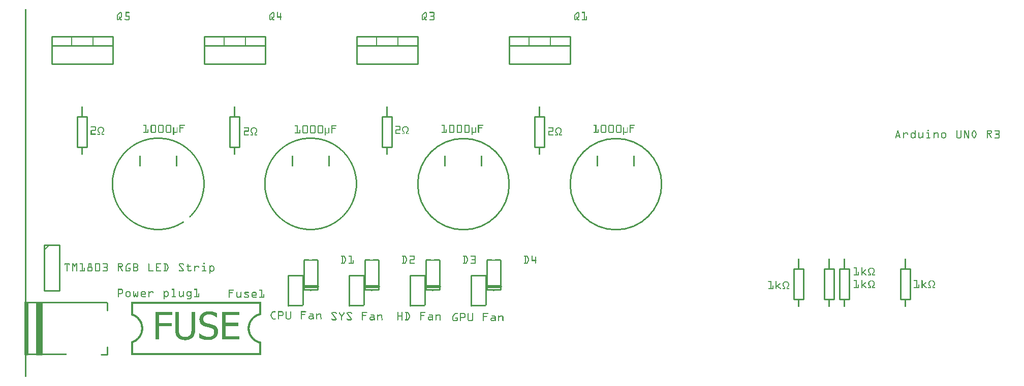
<source format=gto>
G04 MADE WITH FRITZING*
G04 WWW.FRITZING.ORG*
G04 DOUBLE SIDED*
G04 HOLES PLATED*
G04 CONTOUR ON CENTER OF CONTOUR VECTOR*
%ASAXBY*%
%FSLAX23Y23*%
%MOIN*%
%OFA0B0*%
%SFA1.0B1.0*%
%ADD10C,0.610000X0.59*%
%ADD11C,0.010000*%
%ADD12C,0.005000*%
%ADD13C,0.020000*%
%ADD14R,0.001000X0.001000*%
%LNSILK1*%
G90*
G70*
G54D10*
X3878Y1272D03*
X2878Y1272D03*
G54D11*
X178Y2242D02*
X578Y2242D01*
D02*
X578Y2242D02*
X578Y2062D01*
D02*
X578Y2062D02*
X178Y2062D01*
D02*
X178Y2062D02*
X178Y2242D01*
D02*
X178Y2242D02*
X578Y2242D01*
D02*
X578Y2242D02*
X578Y2182D01*
D02*
X578Y2182D02*
X178Y2182D01*
D02*
X178Y2182D02*
X178Y2242D01*
G54D12*
D02*
X308Y2242D02*
X308Y2182D01*
D02*
X448Y2242D02*
X448Y2182D01*
G54D11*
D02*
X1178Y2242D02*
X1578Y2242D01*
D02*
X1578Y2242D02*
X1578Y2062D01*
D02*
X1578Y2062D02*
X1178Y2062D01*
D02*
X1178Y2062D02*
X1178Y2242D01*
D02*
X1178Y2242D02*
X1578Y2242D01*
D02*
X1578Y2242D02*
X1578Y2182D01*
D02*
X1578Y2182D02*
X1178Y2182D01*
D02*
X1178Y2182D02*
X1178Y2242D01*
G54D12*
D02*
X1308Y2242D02*
X1308Y2182D01*
D02*
X1448Y2242D02*
X1448Y2182D01*
G54D11*
D02*
X2178Y2242D02*
X2578Y2242D01*
D02*
X2578Y2242D02*
X2578Y2062D01*
D02*
X2578Y2062D02*
X2178Y2062D01*
D02*
X2178Y2062D02*
X2178Y2242D01*
D02*
X2178Y2242D02*
X2578Y2242D01*
D02*
X2578Y2242D02*
X2578Y2182D01*
D02*
X2578Y2182D02*
X2178Y2182D01*
D02*
X2178Y2182D02*
X2178Y2242D01*
G54D12*
D02*
X2308Y2242D02*
X2308Y2182D01*
D02*
X2448Y2242D02*
X2448Y2182D01*
G54D11*
D02*
X3178Y2242D02*
X3578Y2242D01*
D02*
X3578Y2242D02*
X3578Y2062D01*
D02*
X3578Y2062D02*
X3178Y2062D01*
D02*
X3178Y2062D02*
X3178Y2242D01*
D02*
X3178Y2242D02*
X3578Y2242D01*
D02*
X3578Y2242D02*
X3578Y2182D01*
D02*
X3578Y2182D02*
X3178Y2182D01*
D02*
X3178Y2182D02*
X3178Y2242D01*
G54D12*
D02*
X3308Y2242D02*
X3308Y2182D01*
D02*
X3448Y2242D02*
X3448Y2182D01*
G54D11*
D02*
X411Y1713D02*
X411Y1513D01*
D02*
X411Y1513D02*
X345Y1513D01*
D02*
X345Y1513D02*
X345Y1713D01*
D02*
X345Y1713D02*
X411Y1713D01*
D02*
X5411Y713D02*
X5411Y513D01*
D02*
X5411Y513D02*
X5345Y513D01*
D02*
X5345Y513D02*
X5345Y713D01*
D02*
X5345Y713D02*
X5411Y713D01*
D02*
X5311Y713D02*
X5311Y513D01*
D02*
X5311Y513D02*
X5245Y513D01*
D02*
X5245Y513D02*
X5245Y713D01*
D02*
X5245Y713D02*
X5311Y713D01*
D02*
X5811Y713D02*
X5811Y513D01*
D02*
X5811Y513D02*
X5745Y513D01*
D02*
X5745Y513D02*
X5745Y713D01*
D02*
X5745Y713D02*
X5811Y713D01*
D02*
X3411Y1713D02*
X3411Y1513D01*
D02*
X3411Y1513D02*
X3345Y1513D01*
D02*
X3345Y1513D02*
X3345Y1713D01*
D02*
X3345Y1713D02*
X3411Y1713D01*
D02*
X2411Y1713D02*
X2411Y1513D01*
D02*
X2411Y1513D02*
X2345Y1513D01*
D02*
X2345Y1513D02*
X2345Y1713D01*
D02*
X2345Y1713D02*
X2411Y1713D01*
D02*
X1411Y1713D02*
X1411Y1513D01*
D02*
X1411Y1513D02*
X1345Y1513D01*
D02*
X1345Y1513D02*
X1345Y1713D01*
D02*
X1345Y1713D02*
X1411Y1713D01*
D02*
X5111Y713D02*
X5111Y513D01*
D02*
X5111Y513D02*
X5045Y513D01*
D02*
X5045Y513D02*
X5045Y713D01*
D02*
X5045Y713D02*
X5111Y713D01*
D02*
X1728Y672D02*
X1728Y472D01*
D02*
X1828Y672D02*
X1728Y672D01*
D02*
X2528Y672D02*
X2528Y472D01*
D02*
X2628Y672D02*
X2528Y672D01*
D02*
X2928Y672D02*
X2928Y472D01*
D02*
X3028Y672D02*
X2928Y672D01*
D02*
X2128Y672D02*
X2128Y472D01*
D02*
X2228Y672D02*
X2128Y672D01*
D02*
X1833Y576D02*
X1833Y771D01*
D02*
X1923Y771D02*
X1923Y576D01*
D02*
X1923Y576D02*
X1833Y576D01*
G54D13*
D02*
X1923Y596D02*
X1833Y596D01*
G54D11*
D02*
X3033Y576D02*
X3033Y771D01*
D02*
X3123Y771D02*
X3123Y576D01*
D02*
X3123Y576D02*
X3033Y576D01*
G54D13*
D02*
X3123Y596D02*
X3033Y596D01*
G54D11*
D02*
X2233Y576D02*
X2233Y771D01*
D02*
X2323Y771D02*
X2323Y576D01*
D02*
X2323Y576D02*
X2233Y576D01*
G54D13*
D02*
X2323Y596D02*
X2233Y596D01*
G54D11*
D02*
X2633Y576D02*
X2633Y771D01*
D02*
X2723Y771D02*
X2723Y576D01*
D02*
X2723Y576D02*
X2633Y576D01*
G54D13*
D02*
X2723Y596D02*
X2633Y596D01*
G54D11*
D02*
X128Y872D02*
X128Y572D01*
D02*
X128Y572D02*
X228Y572D01*
D02*
X228Y572D02*
X228Y872D01*
D02*
X228Y872D02*
X128Y872D01*
G54D12*
D02*
X128Y837D02*
X163Y872D01*
G54D11*
D02*
X543Y492D02*
X543Y442D01*
D02*
X503Y152D02*
X543Y152D01*
D02*
X543Y152D02*
X543Y202D01*
D02*
X8Y152D02*
X8Y492D01*
D02*
X13Y152D02*
X13Y492D01*
D02*
X18Y152D02*
X18Y492D01*
D02*
X113Y152D02*
X113Y492D01*
D02*
X108Y152D02*
X108Y492D01*
D02*
X103Y152D02*
X103Y492D01*
D02*
X98Y152D02*
X98Y492D01*
D02*
X93Y152D02*
X93Y492D01*
D02*
X88Y152D02*
X88Y492D01*
D02*
X83Y152D02*
X83Y492D01*
D02*
X78Y152D02*
X78Y492D01*
G54D14*
X4Y2419D02*
X11Y2419D01*
X4Y2418D02*
X11Y2418D01*
X4Y2417D02*
X11Y2417D01*
X4Y2416D02*
X11Y2416D01*
X4Y2415D02*
X11Y2415D01*
X4Y2414D02*
X11Y2414D01*
X4Y2413D02*
X11Y2413D01*
X4Y2412D02*
X11Y2412D01*
X4Y2411D02*
X11Y2411D01*
X4Y2410D02*
X11Y2410D01*
X4Y2409D02*
X11Y2409D01*
X4Y2408D02*
X11Y2408D01*
X4Y2407D02*
X11Y2407D01*
X4Y2406D02*
X11Y2406D01*
X4Y2405D02*
X11Y2405D01*
X4Y2404D02*
X11Y2404D01*
X4Y2403D02*
X11Y2403D01*
X4Y2402D02*
X11Y2402D01*
X630Y2402D02*
X633Y2402D01*
X663Y2402D02*
X687Y2402D01*
X1630Y2402D02*
X1633Y2402D01*
X1660Y2402D02*
X1661Y2402D01*
X2630Y2402D02*
X2633Y2402D01*
X2658Y2402D02*
X2684Y2402D01*
X3629Y2402D02*
X3632Y2402D01*
X3658Y2402D02*
X3675Y2402D01*
X4Y2401D02*
X11Y2401D01*
X627Y2401D02*
X635Y2401D01*
X662Y2401D02*
X688Y2401D01*
X1627Y2401D02*
X1635Y2401D01*
X1658Y2401D02*
X1662Y2401D01*
X2627Y2401D02*
X2635Y2401D01*
X2656Y2401D02*
X2686Y2401D01*
X3627Y2401D02*
X3635Y2401D01*
X3656Y2401D02*
X3675Y2401D01*
X4Y2400D02*
X11Y2400D01*
X626Y2400D02*
X636Y2400D01*
X662Y2400D02*
X689Y2400D01*
X1626Y2400D02*
X1636Y2400D01*
X1657Y2400D02*
X1663Y2400D01*
X2626Y2400D02*
X2636Y2400D01*
X2656Y2400D02*
X2687Y2400D01*
X3626Y2400D02*
X3636Y2400D01*
X3656Y2400D02*
X3675Y2400D01*
X4Y2399D02*
X11Y2399D01*
X625Y2399D02*
X637Y2399D01*
X662Y2399D02*
X689Y2399D01*
X1625Y2399D02*
X1637Y2399D01*
X1657Y2399D02*
X1663Y2399D01*
X2625Y2399D02*
X2637Y2399D01*
X2656Y2399D02*
X2688Y2399D01*
X3625Y2399D02*
X3637Y2399D01*
X3656Y2399D02*
X3675Y2399D01*
X4Y2398D02*
X11Y2398D01*
X624Y2398D02*
X638Y2398D01*
X662Y2398D02*
X689Y2398D01*
X1624Y2398D02*
X1638Y2398D01*
X1657Y2398D02*
X1663Y2398D01*
X2624Y2398D02*
X2638Y2398D01*
X2656Y2398D02*
X2689Y2398D01*
X3623Y2398D02*
X3638Y2398D01*
X3656Y2398D02*
X3675Y2398D01*
X4Y2397D02*
X11Y2397D01*
X622Y2397D02*
X639Y2397D01*
X662Y2397D02*
X689Y2397D01*
X1622Y2397D02*
X1638Y2397D01*
X1657Y2397D02*
X1663Y2397D01*
X2622Y2397D02*
X2638Y2397D01*
X2656Y2397D02*
X2689Y2397D01*
X3622Y2397D02*
X3638Y2397D01*
X3656Y2397D02*
X3675Y2397D01*
X4Y2396D02*
X11Y2396D01*
X621Y2396D02*
X639Y2396D01*
X662Y2396D02*
X688Y2396D01*
X1621Y2396D02*
X1639Y2396D01*
X1657Y2396D02*
X1663Y2396D01*
X1680Y2396D02*
X1682Y2396D01*
X2621Y2396D02*
X2639Y2396D01*
X2657Y2396D02*
X2689Y2396D01*
X3621Y2396D02*
X3639Y2396D01*
X3657Y2396D02*
X3675Y2396D01*
X4Y2395D02*
X11Y2395D01*
X620Y2395D02*
X630Y2395D01*
X632Y2395D02*
X639Y2395D01*
X662Y2395D02*
X669Y2395D01*
X1620Y2395D02*
X1630Y2395D01*
X1632Y2395D02*
X1639Y2395D01*
X1657Y2395D02*
X1663Y2395D01*
X1679Y2395D02*
X1683Y2395D01*
X2620Y2395D02*
X2630Y2395D01*
X2632Y2395D02*
X2639Y2395D01*
X2683Y2395D02*
X2689Y2395D01*
X3620Y2395D02*
X3630Y2395D01*
X3632Y2395D02*
X3639Y2395D01*
X3669Y2395D02*
X3675Y2395D01*
X4Y2394D02*
X11Y2394D01*
X619Y2394D02*
X629Y2394D01*
X633Y2394D02*
X639Y2394D01*
X662Y2394D02*
X669Y2394D01*
X1619Y2394D02*
X1629Y2394D01*
X1633Y2394D02*
X1639Y2394D01*
X1657Y2394D02*
X1663Y2394D01*
X1678Y2394D02*
X1684Y2394D01*
X2619Y2394D02*
X2629Y2394D01*
X2633Y2394D02*
X2639Y2394D01*
X2683Y2394D02*
X2689Y2394D01*
X3619Y2394D02*
X3629Y2394D01*
X3633Y2394D02*
X3639Y2394D01*
X3669Y2394D02*
X3675Y2394D01*
X4Y2393D02*
X11Y2393D01*
X618Y2393D02*
X628Y2393D01*
X633Y2393D02*
X639Y2393D01*
X662Y2393D02*
X669Y2393D01*
X1618Y2393D02*
X1628Y2393D01*
X1633Y2393D02*
X1639Y2393D01*
X1657Y2393D02*
X1663Y2393D01*
X1678Y2393D02*
X1684Y2393D01*
X2618Y2393D02*
X2628Y2393D01*
X2633Y2393D02*
X2639Y2393D01*
X2683Y2393D02*
X2689Y2393D01*
X3618Y2393D02*
X3627Y2393D01*
X3633Y2393D02*
X3639Y2393D01*
X3669Y2393D02*
X3675Y2393D01*
X4Y2392D02*
X11Y2392D01*
X616Y2392D02*
X626Y2392D01*
X633Y2392D02*
X639Y2392D01*
X662Y2392D02*
X669Y2392D01*
X1616Y2392D02*
X1626Y2392D01*
X1633Y2392D02*
X1639Y2392D01*
X1657Y2392D02*
X1663Y2392D01*
X1678Y2392D02*
X1684Y2392D01*
X2616Y2392D02*
X2626Y2392D01*
X2633Y2392D02*
X2639Y2392D01*
X2683Y2392D02*
X2689Y2392D01*
X3616Y2392D02*
X3626Y2392D01*
X3633Y2392D02*
X3639Y2392D01*
X3669Y2392D02*
X3675Y2392D01*
X4Y2391D02*
X11Y2391D01*
X615Y2391D02*
X625Y2391D01*
X633Y2391D02*
X639Y2391D01*
X662Y2391D02*
X669Y2391D01*
X1615Y2391D02*
X1625Y2391D01*
X1633Y2391D02*
X1639Y2391D01*
X1657Y2391D02*
X1663Y2391D01*
X1678Y2391D02*
X1684Y2391D01*
X2615Y2391D02*
X2625Y2391D01*
X2633Y2391D02*
X2639Y2391D01*
X2683Y2391D02*
X2689Y2391D01*
X3615Y2391D02*
X3625Y2391D01*
X3633Y2391D02*
X3639Y2391D01*
X3669Y2391D02*
X3675Y2391D01*
X4Y2390D02*
X11Y2390D01*
X614Y2390D02*
X624Y2390D01*
X633Y2390D02*
X639Y2390D01*
X662Y2390D02*
X669Y2390D01*
X1614Y2390D02*
X1624Y2390D01*
X1633Y2390D02*
X1639Y2390D01*
X1657Y2390D02*
X1663Y2390D01*
X1678Y2390D02*
X1684Y2390D01*
X2614Y2390D02*
X2624Y2390D01*
X2633Y2390D02*
X2639Y2390D01*
X2683Y2390D02*
X2689Y2390D01*
X3614Y2390D02*
X3624Y2390D01*
X3633Y2390D02*
X3639Y2390D01*
X3669Y2390D02*
X3675Y2390D01*
X4Y2389D02*
X11Y2389D01*
X613Y2389D02*
X623Y2389D01*
X633Y2389D02*
X639Y2389D01*
X662Y2389D02*
X669Y2389D01*
X1613Y2389D02*
X1623Y2389D01*
X1633Y2389D02*
X1639Y2389D01*
X1657Y2389D02*
X1663Y2389D01*
X1678Y2389D02*
X1684Y2389D01*
X2613Y2389D02*
X2623Y2389D01*
X2633Y2389D02*
X2639Y2389D01*
X2683Y2389D02*
X2689Y2389D01*
X3613Y2389D02*
X3623Y2389D01*
X3633Y2389D02*
X3639Y2389D01*
X3669Y2389D02*
X3675Y2389D01*
X4Y2388D02*
X11Y2388D01*
X612Y2388D02*
X622Y2388D01*
X633Y2388D02*
X639Y2388D01*
X662Y2388D02*
X669Y2388D01*
X1612Y2388D02*
X1622Y2388D01*
X1633Y2388D02*
X1639Y2388D01*
X1657Y2388D02*
X1663Y2388D01*
X1678Y2388D02*
X1684Y2388D01*
X2612Y2388D02*
X2622Y2388D01*
X2633Y2388D02*
X2639Y2388D01*
X2683Y2388D02*
X2689Y2388D01*
X3612Y2388D02*
X3622Y2388D01*
X3633Y2388D02*
X3639Y2388D01*
X3669Y2388D02*
X3675Y2388D01*
X4Y2387D02*
X11Y2387D01*
X611Y2387D02*
X620Y2387D01*
X633Y2387D02*
X639Y2387D01*
X662Y2387D02*
X669Y2387D01*
X1611Y2387D02*
X1620Y2387D01*
X1633Y2387D02*
X1639Y2387D01*
X1657Y2387D02*
X1663Y2387D01*
X1678Y2387D02*
X1684Y2387D01*
X2610Y2387D02*
X2620Y2387D01*
X2633Y2387D02*
X2639Y2387D01*
X2683Y2387D02*
X2689Y2387D01*
X3610Y2387D02*
X3620Y2387D01*
X3633Y2387D02*
X3639Y2387D01*
X3669Y2387D02*
X3675Y2387D01*
X4Y2386D02*
X11Y2386D01*
X609Y2386D02*
X619Y2386D01*
X633Y2386D02*
X639Y2386D01*
X662Y2386D02*
X669Y2386D01*
X1609Y2386D02*
X1619Y2386D01*
X1633Y2386D02*
X1639Y2386D01*
X1657Y2386D02*
X1663Y2386D01*
X1678Y2386D02*
X1684Y2386D01*
X2609Y2386D02*
X2619Y2386D01*
X2633Y2386D02*
X2639Y2386D01*
X2683Y2386D02*
X2689Y2386D01*
X3609Y2386D02*
X3619Y2386D01*
X3633Y2386D02*
X3639Y2386D01*
X3669Y2386D02*
X3675Y2386D01*
X4Y2385D02*
X11Y2385D01*
X609Y2385D02*
X618Y2385D01*
X633Y2385D02*
X639Y2385D01*
X662Y2385D02*
X669Y2385D01*
X1609Y2385D02*
X1618Y2385D01*
X1633Y2385D02*
X1639Y2385D01*
X1657Y2385D02*
X1663Y2385D01*
X1678Y2385D02*
X1684Y2385D01*
X2609Y2385D02*
X2618Y2385D01*
X2633Y2385D02*
X2639Y2385D01*
X2683Y2385D02*
X2689Y2385D01*
X3609Y2385D02*
X3618Y2385D01*
X3633Y2385D02*
X3639Y2385D01*
X3669Y2385D02*
X3675Y2385D01*
X4Y2384D02*
X11Y2384D01*
X608Y2384D02*
X617Y2384D01*
X633Y2384D02*
X639Y2384D01*
X662Y2384D02*
X669Y2384D01*
X1608Y2384D02*
X1617Y2384D01*
X1633Y2384D02*
X1639Y2384D01*
X1657Y2384D02*
X1663Y2384D01*
X1678Y2384D02*
X1684Y2384D01*
X2608Y2384D02*
X2617Y2384D01*
X2633Y2384D02*
X2639Y2384D01*
X2683Y2384D02*
X2689Y2384D01*
X3608Y2384D02*
X3617Y2384D01*
X3633Y2384D02*
X3639Y2384D01*
X3669Y2384D02*
X3675Y2384D01*
X4Y2383D02*
X11Y2383D01*
X607Y2383D02*
X616Y2383D01*
X633Y2383D02*
X639Y2383D01*
X662Y2383D02*
X669Y2383D01*
X1607Y2383D02*
X1616Y2383D01*
X1633Y2383D02*
X1639Y2383D01*
X1657Y2383D02*
X1663Y2383D01*
X1678Y2383D02*
X1684Y2383D01*
X2607Y2383D02*
X2616Y2383D01*
X2633Y2383D02*
X2639Y2383D01*
X2683Y2383D02*
X2689Y2383D01*
X3607Y2383D02*
X3616Y2383D01*
X3633Y2383D02*
X3639Y2383D01*
X3669Y2383D02*
X3675Y2383D01*
X4Y2382D02*
X11Y2382D01*
X607Y2382D02*
X614Y2382D01*
X633Y2382D02*
X639Y2382D01*
X662Y2382D02*
X669Y2382D01*
X1607Y2382D02*
X1614Y2382D01*
X1633Y2382D02*
X1639Y2382D01*
X1657Y2382D02*
X1663Y2382D01*
X1678Y2382D02*
X1684Y2382D01*
X2607Y2382D02*
X2614Y2382D01*
X2633Y2382D02*
X2639Y2382D01*
X2683Y2382D02*
X2689Y2382D01*
X3607Y2382D02*
X3614Y2382D01*
X3633Y2382D02*
X3639Y2382D01*
X3669Y2382D02*
X3675Y2382D01*
X4Y2381D02*
X11Y2381D01*
X606Y2381D02*
X613Y2381D01*
X633Y2381D02*
X639Y2381D01*
X662Y2381D02*
X669Y2381D01*
X1606Y2381D02*
X1613Y2381D01*
X1633Y2381D02*
X1639Y2381D01*
X1657Y2381D02*
X1663Y2381D01*
X1678Y2381D02*
X1684Y2381D01*
X2606Y2381D02*
X2613Y2381D01*
X2633Y2381D02*
X2639Y2381D01*
X2683Y2381D02*
X2689Y2381D01*
X3606Y2381D02*
X3613Y2381D01*
X3633Y2381D02*
X3639Y2381D01*
X3669Y2381D02*
X3675Y2381D01*
X4Y2380D02*
X11Y2380D01*
X606Y2380D02*
X613Y2380D01*
X633Y2380D02*
X639Y2380D01*
X662Y2380D02*
X669Y2380D01*
X1606Y2380D02*
X1613Y2380D01*
X1633Y2380D02*
X1639Y2380D01*
X1657Y2380D02*
X1663Y2380D01*
X1678Y2380D02*
X1684Y2380D01*
X2606Y2380D02*
X2613Y2380D01*
X2633Y2380D02*
X2639Y2380D01*
X2682Y2380D02*
X2689Y2380D01*
X3606Y2380D02*
X3613Y2380D01*
X3633Y2380D02*
X3639Y2380D01*
X3669Y2380D02*
X3675Y2380D01*
X4Y2379D02*
X11Y2379D01*
X606Y2379D02*
X612Y2379D01*
X633Y2379D02*
X639Y2379D01*
X662Y2379D02*
X669Y2379D01*
X1606Y2379D02*
X1612Y2379D01*
X1633Y2379D02*
X1639Y2379D01*
X1657Y2379D02*
X1663Y2379D01*
X1678Y2379D02*
X1684Y2379D01*
X2606Y2379D02*
X2612Y2379D01*
X2633Y2379D02*
X2639Y2379D01*
X2681Y2379D02*
X2689Y2379D01*
X3606Y2379D02*
X3612Y2379D01*
X3633Y2379D02*
X3639Y2379D01*
X3669Y2379D02*
X3675Y2379D01*
X4Y2378D02*
X11Y2378D01*
X606Y2378D02*
X612Y2378D01*
X633Y2378D02*
X639Y2378D01*
X662Y2378D02*
X685Y2378D01*
X1606Y2378D02*
X1612Y2378D01*
X1633Y2378D02*
X1639Y2378D01*
X1657Y2378D02*
X1663Y2378D01*
X1678Y2378D02*
X1684Y2378D01*
X2606Y2378D02*
X2612Y2378D01*
X2633Y2378D02*
X2639Y2378D01*
X2664Y2378D02*
X2688Y2378D01*
X3606Y2378D02*
X3612Y2378D01*
X3633Y2378D02*
X3639Y2378D01*
X3669Y2378D02*
X3675Y2378D01*
X4Y2377D02*
X11Y2377D01*
X606Y2377D02*
X612Y2377D01*
X633Y2377D02*
X639Y2377D01*
X662Y2377D02*
X687Y2377D01*
X1606Y2377D02*
X1612Y2377D01*
X1633Y2377D02*
X1639Y2377D01*
X1657Y2377D02*
X1663Y2377D01*
X1678Y2377D02*
X1684Y2377D01*
X2606Y2377D02*
X2612Y2377D01*
X2633Y2377D02*
X2639Y2377D01*
X2663Y2377D02*
X2688Y2377D01*
X3606Y2377D02*
X3612Y2377D01*
X3633Y2377D02*
X3639Y2377D01*
X3669Y2377D02*
X3675Y2377D01*
X4Y2376D02*
X11Y2376D01*
X606Y2376D02*
X612Y2376D01*
X633Y2376D02*
X639Y2376D01*
X662Y2376D02*
X688Y2376D01*
X1606Y2376D02*
X1612Y2376D01*
X1633Y2376D02*
X1639Y2376D01*
X1657Y2376D02*
X1663Y2376D01*
X1678Y2376D02*
X1684Y2376D01*
X2606Y2376D02*
X2612Y2376D01*
X2633Y2376D02*
X2639Y2376D01*
X2663Y2376D02*
X2687Y2376D01*
X3606Y2376D02*
X3612Y2376D01*
X3633Y2376D02*
X3639Y2376D01*
X3669Y2376D02*
X3675Y2376D01*
X4Y2375D02*
X11Y2375D01*
X606Y2375D02*
X612Y2375D01*
X633Y2375D02*
X639Y2375D01*
X662Y2375D02*
X688Y2375D01*
X1606Y2375D02*
X1612Y2375D01*
X1633Y2375D02*
X1639Y2375D01*
X1657Y2375D02*
X1663Y2375D01*
X1678Y2375D02*
X1684Y2375D01*
X2606Y2375D02*
X2612Y2375D01*
X2633Y2375D02*
X2639Y2375D01*
X2662Y2375D02*
X2687Y2375D01*
X3606Y2375D02*
X3612Y2375D01*
X3633Y2375D02*
X3639Y2375D01*
X3669Y2375D02*
X3675Y2375D01*
X4Y2374D02*
X11Y2374D01*
X606Y2374D02*
X612Y2374D01*
X633Y2374D02*
X639Y2374D01*
X662Y2374D02*
X689Y2374D01*
X1606Y2374D02*
X1612Y2374D01*
X1633Y2374D02*
X1639Y2374D01*
X1657Y2374D02*
X1663Y2374D01*
X1678Y2374D02*
X1684Y2374D01*
X2606Y2374D02*
X2612Y2374D01*
X2633Y2374D02*
X2639Y2374D01*
X2663Y2374D02*
X2687Y2374D01*
X3606Y2374D02*
X3612Y2374D01*
X3633Y2374D02*
X3639Y2374D01*
X3669Y2374D02*
X3675Y2374D01*
X4Y2373D02*
X11Y2373D01*
X606Y2373D02*
X612Y2373D01*
X633Y2373D02*
X639Y2373D01*
X662Y2373D02*
X689Y2373D01*
X1606Y2373D02*
X1612Y2373D01*
X1633Y2373D02*
X1639Y2373D01*
X1657Y2373D02*
X1663Y2373D01*
X1678Y2373D02*
X1684Y2373D01*
X2606Y2373D02*
X2612Y2373D01*
X2633Y2373D02*
X2639Y2373D01*
X2663Y2373D02*
X2688Y2373D01*
X3606Y2373D02*
X3612Y2373D01*
X3633Y2373D02*
X3639Y2373D01*
X3669Y2373D02*
X3675Y2373D01*
X4Y2372D02*
X11Y2372D01*
X606Y2372D02*
X612Y2372D01*
X621Y2372D02*
X624Y2372D01*
X633Y2372D02*
X639Y2372D01*
X663Y2372D02*
X689Y2372D01*
X1606Y2372D02*
X1612Y2372D01*
X1621Y2372D02*
X1624Y2372D01*
X1633Y2372D02*
X1639Y2372D01*
X1657Y2372D02*
X1686Y2372D01*
X2606Y2372D02*
X2612Y2372D01*
X2621Y2372D02*
X2624Y2372D01*
X2633Y2372D02*
X2639Y2372D01*
X2664Y2372D02*
X2688Y2372D01*
X3606Y2372D02*
X3612Y2372D01*
X3621Y2372D02*
X3624Y2372D01*
X3633Y2372D02*
X3639Y2372D01*
X3669Y2372D02*
X3675Y2372D01*
X3684Y2372D02*
X3688Y2372D01*
X4Y2371D02*
X11Y2371D01*
X606Y2371D02*
X612Y2371D01*
X620Y2371D02*
X625Y2371D01*
X632Y2371D02*
X639Y2371D01*
X683Y2371D02*
X689Y2371D01*
X1606Y2371D02*
X1612Y2371D01*
X1620Y2371D02*
X1625Y2371D01*
X1632Y2371D02*
X1639Y2371D01*
X1657Y2371D02*
X1687Y2371D01*
X2606Y2371D02*
X2612Y2371D01*
X2620Y2371D02*
X2625Y2371D01*
X2632Y2371D02*
X2639Y2371D01*
X2682Y2371D02*
X2689Y2371D01*
X3606Y2371D02*
X3612Y2371D01*
X3620Y2371D02*
X3625Y2371D01*
X3632Y2371D02*
X3639Y2371D01*
X3669Y2371D02*
X3675Y2371D01*
X3684Y2371D02*
X3689Y2371D01*
X4Y2370D02*
X11Y2370D01*
X606Y2370D02*
X612Y2370D01*
X619Y2370D02*
X625Y2370D01*
X632Y2370D02*
X639Y2370D01*
X683Y2370D02*
X689Y2370D01*
X1606Y2370D02*
X1612Y2370D01*
X1619Y2370D02*
X1625Y2370D01*
X1632Y2370D02*
X1639Y2370D01*
X1657Y2370D02*
X1687Y2370D01*
X2606Y2370D02*
X2612Y2370D01*
X2619Y2370D02*
X2625Y2370D01*
X2632Y2370D02*
X2639Y2370D01*
X2683Y2370D02*
X2689Y2370D01*
X3606Y2370D02*
X3612Y2370D01*
X3619Y2370D02*
X3625Y2370D01*
X3632Y2370D02*
X3639Y2370D01*
X3669Y2370D02*
X3675Y2370D01*
X3683Y2370D02*
X3689Y2370D01*
X4Y2369D02*
X11Y2369D01*
X606Y2369D02*
X612Y2369D01*
X619Y2369D02*
X626Y2369D01*
X631Y2369D02*
X638Y2369D01*
X683Y2369D02*
X689Y2369D01*
X1606Y2369D02*
X1612Y2369D01*
X1619Y2369D02*
X1626Y2369D01*
X1631Y2369D02*
X1638Y2369D01*
X1657Y2369D02*
X1687Y2369D01*
X2606Y2369D02*
X2612Y2369D01*
X2619Y2369D02*
X2626Y2369D01*
X2631Y2369D02*
X2638Y2369D01*
X2683Y2369D02*
X2689Y2369D01*
X3606Y2369D02*
X3612Y2369D01*
X3619Y2369D02*
X3626Y2369D01*
X3631Y2369D02*
X3638Y2369D01*
X3669Y2369D02*
X3675Y2369D01*
X3683Y2369D02*
X3689Y2369D01*
X4Y2368D02*
X11Y2368D01*
X606Y2368D02*
X612Y2368D01*
X620Y2368D02*
X626Y2368D01*
X630Y2368D02*
X638Y2368D01*
X683Y2368D02*
X689Y2368D01*
X1606Y2368D02*
X1612Y2368D01*
X1620Y2368D02*
X1626Y2368D01*
X1630Y2368D02*
X1638Y2368D01*
X1657Y2368D02*
X1687Y2368D01*
X2606Y2368D02*
X2612Y2368D01*
X2620Y2368D02*
X2626Y2368D01*
X2630Y2368D02*
X2638Y2368D01*
X2683Y2368D02*
X2689Y2368D01*
X3606Y2368D02*
X3612Y2368D01*
X3619Y2368D02*
X3626Y2368D01*
X3630Y2368D02*
X3638Y2368D01*
X3669Y2368D02*
X3675Y2368D01*
X3683Y2368D02*
X3689Y2368D01*
X4Y2367D02*
X11Y2367D01*
X606Y2367D02*
X612Y2367D01*
X620Y2367D02*
X626Y2367D01*
X629Y2367D02*
X637Y2367D01*
X683Y2367D02*
X689Y2367D01*
X1606Y2367D02*
X1612Y2367D01*
X1620Y2367D02*
X1626Y2367D01*
X1629Y2367D02*
X1637Y2367D01*
X1657Y2367D02*
X1687Y2367D01*
X2606Y2367D02*
X2612Y2367D01*
X2620Y2367D02*
X2626Y2367D01*
X2629Y2367D02*
X2637Y2367D01*
X2683Y2367D02*
X2689Y2367D01*
X3606Y2367D02*
X3612Y2367D01*
X3620Y2367D02*
X3626Y2367D01*
X3629Y2367D02*
X3637Y2367D01*
X3669Y2367D02*
X3675Y2367D01*
X3683Y2367D02*
X3689Y2367D01*
X4Y2366D02*
X11Y2366D01*
X606Y2366D02*
X612Y2366D01*
X620Y2366D02*
X637Y2366D01*
X683Y2366D02*
X689Y2366D01*
X1606Y2366D02*
X1612Y2366D01*
X1620Y2366D02*
X1637Y2366D01*
X1657Y2366D02*
X1685Y2366D01*
X2606Y2366D02*
X2612Y2366D01*
X2620Y2366D02*
X2637Y2366D01*
X2683Y2366D02*
X2689Y2366D01*
X3606Y2366D02*
X3612Y2366D01*
X3620Y2366D02*
X3637Y2366D01*
X3669Y2366D02*
X3675Y2366D01*
X3683Y2366D02*
X3689Y2366D01*
X4Y2365D02*
X11Y2365D01*
X606Y2365D02*
X612Y2365D01*
X621Y2365D02*
X636Y2365D01*
X683Y2365D02*
X689Y2365D01*
X1606Y2365D02*
X1612Y2365D01*
X1621Y2365D02*
X1636Y2365D01*
X1678Y2365D02*
X1684Y2365D01*
X2606Y2365D02*
X2612Y2365D01*
X2621Y2365D02*
X2636Y2365D01*
X2683Y2365D02*
X2689Y2365D01*
X3606Y2365D02*
X3612Y2365D01*
X3621Y2365D02*
X3636Y2365D01*
X3669Y2365D02*
X3675Y2365D01*
X3683Y2365D02*
X3689Y2365D01*
X4Y2364D02*
X11Y2364D01*
X606Y2364D02*
X612Y2364D01*
X621Y2364D02*
X635Y2364D01*
X683Y2364D02*
X689Y2364D01*
X1606Y2364D02*
X1612Y2364D01*
X1621Y2364D02*
X1635Y2364D01*
X1678Y2364D02*
X1684Y2364D01*
X2606Y2364D02*
X2612Y2364D01*
X2621Y2364D02*
X2635Y2364D01*
X2683Y2364D02*
X2689Y2364D01*
X3606Y2364D02*
X3612Y2364D01*
X3621Y2364D02*
X3635Y2364D01*
X3669Y2364D02*
X3675Y2364D01*
X3683Y2364D02*
X3689Y2364D01*
X4Y2363D02*
X11Y2363D01*
X606Y2363D02*
X612Y2363D01*
X622Y2363D02*
X634Y2363D01*
X683Y2363D02*
X689Y2363D01*
X1606Y2363D02*
X1612Y2363D01*
X1621Y2363D02*
X1634Y2363D01*
X1678Y2363D02*
X1684Y2363D01*
X2606Y2363D02*
X2612Y2363D01*
X2621Y2363D02*
X2634Y2363D01*
X2683Y2363D02*
X2689Y2363D01*
X3606Y2363D02*
X3612Y2363D01*
X3621Y2363D02*
X3634Y2363D01*
X3669Y2363D02*
X3675Y2363D01*
X3683Y2363D02*
X3689Y2363D01*
X4Y2362D02*
X11Y2362D01*
X606Y2362D02*
X612Y2362D01*
X622Y2362D02*
X633Y2362D01*
X683Y2362D02*
X689Y2362D01*
X1606Y2362D02*
X1612Y2362D01*
X1622Y2362D02*
X1633Y2362D01*
X1678Y2362D02*
X1684Y2362D01*
X2606Y2362D02*
X2612Y2362D01*
X2622Y2362D02*
X2633Y2362D01*
X2683Y2362D02*
X2689Y2362D01*
X3606Y2362D02*
X3612Y2362D01*
X3622Y2362D02*
X3633Y2362D01*
X3669Y2362D02*
X3675Y2362D01*
X3683Y2362D02*
X3689Y2362D01*
X4Y2361D02*
X11Y2361D01*
X606Y2361D02*
X612Y2361D01*
X622Y2361D02*
X632Y2361D01*
X683Y2361D02*
X689Y2361D01*
X1606Y2361D02*
X1612Y2361D01*
X1622Y2361D02*
X1632Y2361D01*
X1678Y2361D02*
X1684Y2361D01*
X2606Y2361D02*
X2612Y2361D01*
X2622Y2361D02*
X2631Y2361D01*
X2683Y2361D02*
X2689Y2361D01*
X3606Y2361D02*
X3612Y2361D01*
X3622Y2361D02*
X3631Y2361D01*
X3669Y2361D02*
X3675Y2361D01*
X3683Y2361D02*
X3689Y2361D01*
X4Y2360D02*
X11Y2360D01*
X606Y2360D02*
X612Y2360D01*
X620Y2360D02*
X630Y2360D01*
X683Y2360D02*
X689Y2360D01*
X1606Y2360D02*
X1612Y2360D01*
X1620Y2360D02*
X1630Y2360D01*
X1678Y2360D02*
X1684Y2360D01*
X2606Y2360D02*
X2612Y2360D01*
X2620Y2360D02*
X2630Y2360D01*
X2683Y2360D02*
X2689Y2360D01*
X3606Y2360D02*
X3612Y2360D01*
X3620Y2360D02*
X3630Y2360D01*
X3669Y2360D02*
X3675Y2360D01*
X3683Y2360D02*
X3689Y2360D01*
X4Y2359D02*
X11Y2359D01*
X606Y2359D02*
X612Y2359D01*
X619Y2359D02*
X630Y2359D01*
X683Y2359D02*
X689Y2359D01*
X1606Y2359D02*
X1612Y2359D01*
X1619Y2359D02*
X1630Y2359D01*
X1678Y2359D02*
X1684Y2359D01*
X2606Y2359D02*
X2612Y2359D01*
X2619Y2359D02*
X2630Y2359D01*
X2683Y2359D02*
X2689Y2359D01*
X3606Y2359D02*
X3612Y2359D01*
X3619Y2359D02*
X3630Y2359D01*
X3669Y2359D02*
X3675Y2359D01*
X3683Y2359D02*
X3689Y2359D01*
X4Y2358D02*
X11Y2358D01*
X606Y2358D02*
X612Y2358D01*
X618Y2358D02*
X630Y2358D01*
X683Y2358D02*
X689Y2358D01*
X1606Y2358D02*
X1612Y2358D01*
X1618Y2358D02*
X1630Y2358D01*
X1678Y2358D02*
X1684Y2358D01*
X2606Y2358D02*
X2612Y2358D01*
X2618Y2358D02*
X2630Y2358D01*
X2683Y2358D02*
X2689Y2358D01*
X3606Y2358D02*
X3612Y2358D01*
X3618Y2358D02*
X3630Y2358D01*
X3669Y2358D02*
X3675Y2358D01*
X3683Y2358D02*
X3689Y2358D01*
X4Y2357D02*
X11Y2357D01*
X606Y2357D02*
X612Y2357D01*
X617Y2357D02*
X630Y2357D01*
X657Y2357D02*
X661Y2357D01*
X683Y2357D02*
X689Y2357D01*
X1606Y2357D02*
X1612Y2357D01*
X1617Y2357D02*
X1630Y2357D01*
X1678Y2357D02*
X1684Y2357D01*
X2606Y2357D02*
X2612Y2357D01*
X2617Y2357D02*
X2630Y2357D01*
X2683Y2357D02*
X2689Y2357D01*
X3606Y2357D02*
X3612Y2357D01*
X3617Y2357D02*
X3630Y2357D01*
X3669Y2357D02*
X3675Y2357D01*
X3683Y2357D02*
X3689Y2357D01*
X4Y2356D02*
X11Y2356D01*
X606Y2356D02*
X612Y2356D01*
X616Y2356D02*
X631Y2356D01*
X656Y2356D02*
X664Y2356D01*
X683Y2356D02*
X689Y2356D01*
X1606Y2356D02*
X1612Y2356D01*
X1616Y2356D02*
X1631Y2356D01*
X1678Y2356D02*
X1684Y2356D01*
X2606Y2356D02*
X2612Y2356D01*
X2616Y2356D02*
X2631Y2356D01*
X2683Y2356D02*
X2689Y2356D01*
X3606Y2356D02*
X3612Y2356D01*
X3616Y2356D02*
X3631Y2356D01*
X3669Y2356D02*
X3675Y2356D01*
X3683Y2356D02*
X3689Y2356D01*
X4Y2355D02*
X11Y2355D01*
X606Y2355D02*
X636Y2355D01*
X656Y2355D02*
X689Y2355D01*
X1606Y2355D02*
X1636Y2355D01*
X1678Y2355D02*
X1684Y2355D01*
X2606Y2355D02*
X2636Y2355D01*
X2658Y2355D02*
X2689Y2355D01*
X3606Y2355D02*
X3636Y2355D01*
X3658Y2355D02*
X3689Y2355D01*
X4Y2354D02*
X11Y2354D01*
X606Y2354D02*
X623Y2354D01*
X625Y2354D02*
X638Y2354D01*
X656Y2354D02*
X689Y2354D01*
X1606Y2354D02*
X1623Y2354D01*
X1625Y2354D02*
X1638Y2354D01*
X1678Y2354D02*
X1684Y2354D01*
X2606Y2354D02*
X2623Y2354D01*
X2625Y2354D02*
X2638Y2354D01*
X2657Y2354D02*
X2689Y2354D01*
X3606Y2354D02*
X3623Y2354D01*
X3625Y2354D02*
X3638Y2354D01*
X3657Y2354D02*
X3689Y2354D01*
X4Y2353D02*
X11Y2353D01*
X606Y2353D02*
X622Y2353D01*
X625Y2353D02*
X639Y2353D01*
X656Y2353D02*
X689Y2353D01*
X1606Y2353D02*
X1622Y2353D01*
X1625Y2353D02*
X1639Y2353D01*
X1678Y2353D02*
X1684Y2353D01*
X2606Y2353D02*
X2622Y2353D01*
X2625Y2353D02*
X2639Y2353D01*
X2656Y2353D02*
X2689Y2353D01*
X3606Y2353D02*
X3622Y2353D01*
X3625Y2353D02*
X3639Y2353D01*
X3656Y2353D02*
X3689Y2353D01*
X4Y2352D02*
X11Y2352D01*
X607Y2352D02*
X621Y2352D01*
X626Y2352D02*
X639Y2352D01*
X657Y2352D02*
X688Y2352D01*
X1607Y2352D02*
X1621Y2352D01*
X1626Y2352D02*
X1639Y2352D01*
X1678Y2352D02*
X1684Y2352D01*
X2607Y2352D02*
X2621Y2352D01*
X2626Y2352D02*
X2639Y2352D01*
X2656Y2352D02*
X2688Y2352D01*
X3607Y2352D02*
X3621Y2352D01*
X3626Y2352D02*
X3639Y2352D01*
X3656Y2352D02*
X3689Y2352D01*
X4Y2351D02*
X11Y2351D01*
X608Y2351D02*
X620Y2351D01*
X626Y2351D02*
X639Y2351D01*
X658Y2351D02*
X688Y2351D01*
X1608Y2351D02*
X1620Y2351D01*
X1626Y2351D02*
X1639Y2351D01*
X1678Y2351D02*
X1684Y2351D01*
X2608Y2351D02*
X2620Y2351D01*
X2626Y2351D02*
X2639Y2351D01*
X2656Y2351D02*
X2688Y2351D01*
X3608Y2351D02*
X3620Y2351D01*
X3626Y2351D02*
X3639Y2351D01*
X3656Y2351D02*
X3689Y2351D01*
X4Y2350D02*
X11Y2350D01*
X609Y2350D02*
X618Y2350D01*
X627Y2350D02*
X639Y2350D01*
X660Y2350D02*
X687Y2350D01*
X1609Y2350D02*
X1618Y2350D01*
X1627Y2350D02*
X1639Y2350D01*
X1678Y2350D02*
X1684Y2350D01*
X2609Y2350D02*
X2618Y2350D01*
X2627Y2350D02*
X2639Y2350D01*
X2656Y2350D02*
X2687Y2350D01*
X3609Y2350D02*
X3618Y2350D01*
X3627Y2350D02*
X3639Y2350D01*
X3656Y2350D02*
X3689Y2350D01*
X4Y2349D02*
X11Y2349D01*
X610Y2349D02*
X617Y2349D01*
X627Y2349D02*
X638Y2349D01*
X663Y2349D02*
X686Y2349D01*
X1610Y2349D02*
X1617Y2349D01*
X1627Y2349D02*
X1638Y2349D01*
X1679Y2349D02*
X1683Y2349D01*
X2610Y2349D02*
X2617Y2349D01*
X2627Y2349D02*
X2638Y2349D01*
X2657Y2349D02*
X2686Y2349D01*
X3610Y2349D02*
X3617Y2349D01*
X3627Y2349D02*
X3638Y2349D01*
X3657Y2349D02*
X3688Y2349D01*
X4Y2348D02*
X11Y2348D01*
X4Y2347D02*
X11Y2347D01*
X4Y2346D02*
X11Y2346D01*
X4Y2345D02*
X11Y2345D01*
X4Y2344D02*
X11Y2344D01*
X4Y2343D02*
X11Y2343D01*
X4Y2342D02*
X11Y2342D01*
X4Y2341D02*
X11Y2341D01*
X4Y2340D02*
X11Y2340D01*
X4Y2339D02*
X11Y2339D01*
X4Y2338D02*
X11Y2338D01*
X4Y2337D02*
X11Y2337D01*
X4Y2336D02*
X11Y2336D01*
X4Y2335D02*
X11Y2335D01*
X4Y2334D02*
X11Y2334D01*
X4Y2333D02*
X11Y2333D01*
X4Y2332D02*
X11Y2332D01*
X4Y2331D02*
X11Y2331D01*
X4Y2330D02*
X11Y2330D01*
X4Y2329D02*
X11Y2329D01*
X4Y2328D02*
X11Y2328D01*
X4Y2327D02*
X11Y2327D01*
X4Y2326D02*
X11Y2326D01*
X4Y2325D02*
X11Y2325D01*
X4Y2324D02*
X11Y2324D01*
X4Y2323D02*
X11Y2323D01*
X4Y2322D02*
X11Y2322D01*
X4Y2321D02*
X11Y2321D01*
X4Y2320D02*
X11Y2320D01*
X4Y2319D02*
X11Y2319D01*
X4Y2318D02*
X11Y2318D01*
X4Y2317D02*
X11Y2317D01*
X4Y2316D02*
X11Y2316D01*
X4Y2315D02*
X11Y2315D01*
X4Y2314D02*
X11Y2314D01*
X4Y2313D02*
X11Y2313D01*
X4Y2312D02*
X11Y2312D01*
X4Y2311D02*
X11Y2311D01*
X4Y2310D02*
X11Y2310D01*
X4Y2309D02*
X11Y2309D01*
X4Y2308D02*
X11Y2308D01*
X4Y2307D02*
X11Y2307D01*
X4Y2306D02*
X11Y2306D01*
X4Y2305D02*
X11Y2305D01*
X4Y2304D02*
X11Y2304D01*
X4Y2303D02*
X11Y2303D01*
X4Y2302D02*
X11Y2302D01*
X4Y2301D02*
X11Y2301D01*
X4Y2300D02*
X11Y2300D01*
X4Y2299D02*
X11Y2299D01*
X4Y2298D02*
X11Y2298D01*
X4Y2297D02*
X11Y2297D01*
X4Y2296D02*
X11Y2296D01*
X4Y2295D02*
X11Y2295D01*
X4Y2294D02*
X11Y2294D01*
X4Y2293D02*
X11Y2293D01*
X4Y2292D02*
X11Y2292D01*
X4Y2291D02*
X11Y2291D01*
X4Y2290D02*
X11Y2290D01*
X4Y2289D02*
X11Y2289D01*
X4Y2288D02*
X11Y2288D01*
X4Y2287D02*
X11Y2287D01*
X4Y2286D02*
X11Y2286D01*
X4Y2285D02*
X11Y2285D01*
X4Y2284D02*
X11Y2284D01*
X4Y2283D02*
X11Y2283D01*
X4Y2282D02*
X11Y2282D01*
X4Y2281D02*
X11Y2281D01*
X4Y2280D02*
X11Y2280D01*
X4Y2279D02*
X11Y2279D01*
X4Y2278D02*
X11Y2278D01*
X4Y2277D02*
X11Y2277D01*
X4Y2276D02*
X11Y2276D01*
X4Y2275D02*
X11Y2275D01*
X4Y2274D02*
X11Y2274D01*
X4Y2273D02*
X11Y2273D01*
X4Y2272D02*
X11Y2272D01*
X4Y2271D02*
X11Y2271D01*
X4Y2270D02*
X11Y2270D01*
X4Y2269D02*
X11Y2269D01*
X4Y2268D02*
X11Y2268D01*
X4Y2267D02*
X11Y2267D01*
X4Y2266D02*
X11Y2266D01*
X4Y2265D02*
X11Y2265D01*
X4Y2264D02*
X11Y2264D01*
X4Y2263D02*
X11Y2263D01*
X4Y2262D02*
X11Y2262D01*
X4Y2261D02*
X11Y2261D01*
X4Y2260D02*
X11Y2260D01*
X4Y2259D02*
X11Y2259D01*
X4Y2258D02*
X11Y2258D01*
X4Y2257D02*
X11Y2257D01*
X4Y2256D02*
X11Y2256D01*
X4Y2255D02*
X11Y2255D01*
X4Y2254D02*
X11Y2254D01*
X4Y2253D02*
X11Y2253D01*
X4Y2252D02*
X11Y2252D01*
X4Y2251D02*
X11Y2251D01*
X4Y2250D02*
X11Y2250D01*
X4Y2249D02*
X11Y2249D01*
X4Y2248D02*
X11Y2248D01*
X4Y2247D02*
X11Y2247D01*
X4Y2246D02*
X11Y2246D01*
X4Y2245D02*
X11Y2245D01*
X4Y2244D02*
X11Y2244D01*
X4Y2243D02*
X11Y2243D01*
X4Y2242D02*
X11Y2242D01*
X4Y2241D02*
X11Y2241D01*
X4Y2240D02*
X11Y2240D01*
X4Y2239D02*
X11Y2239D01*
X4Y2238D02*
X11Y2238D01*
X4Y2237D02*
X11Y2237D01*
X4Y2236D02*
X11Y2236D01*
X4Y2235D02*
X11Y2235D01*
X4Y2234D02*
X11Y2234D01*
X4Y2233D02*
X11Y2233D01*
X4Y2232D02*
X11Y2232D01*
X4Y2231D02*
X11Y2231D01*
X4Y2230D02*
X11Y2230D01*
X4Y2229D02*
X11Y2229D01*
X4Y2228D02*
X11Y2228D01*
X4Y2227D02*
X11Y2227D01*
X4Y2226D02*
X11Y2226D01*
X4Y2225D02*
X11Y2225D01*
X4Y2224D02*
X11Y2224D01*
X4Y2223D02*
X11Y2223D01*
X4Y2222D02*
X11Y2222D01*
X4Y2221D02*
X11Y2221D01*
X4Y2220D02*
X11Y2220D01*
X4Y2219D02*
X11Y2219D01*
X4Y2218D02*
X11Y2218D01*
X4Y2217D02*
X11Y2217D01*
X4Y2216D02*
X11Y2216D01*
X4Y2215D02*
X11Y2215D01*
X4Y2214D02*
X11Y2214D01*
X4Y2213D02*
X11Y2213D01*
X4Y2212D02*
X11Y2212D01*
X4Y2211D02*
X11Y2211D01*
X4Y2210D02*
X11Y2210D01*
X4Y2209D02*
X11Y2209D01*
X4Y2208D02*
X11Y2208D01*
X4Y2207D02*
X11Y2207D01*
X4Y2206D02*
X11Y2206D01*
X4Y2205D02*
X11Y2205D01*
X4Y2204D02*
X11Y2204D01*
X4Y2203D02*
X11Y2203D01*
X4Y2202D02*
X11Y2202D01*
X4Y2201D02*
X11Y2201D01*
X4Y2200D02*
X11Y2200D01*
X4Y2199D02*
X11Y2199D01*
X4Y2198D02*
X11Y2198D01*
X4Y2197D02*
X11Y2197D01*
X4Y2196D02*
X11Y2196D01*
X4Y2195D02*
X11Y2195D01*
X4Y2194D02*
X11Y2194D01*
X4Y2193D02*
X11Y2193D01*
X4Y2192D02*
X11Y2192D01*
X4Y2191D02*
X11Y2191D01*
X4Y2190D02*
X11Y2190D01*
X4Y2189D02*
X11Y2189D01*
X4Y2188D02*
X11Y2188D01*
X4Y2187D02*
X11Y2187D01*
X4Y2186D02*
X11Y2186D01*
X4Y2185D02*
X11Y2185D01*
X4Y2184D02*
X11Y2184D01*
X4Y2183D02*
X11Y2183D01*
X4Y2182D02*
X11Y2182D01*
X4Y2181D02*
X11Y2181D01*
X4Y2180D02*
X11Y2180D01*
X4Y2179D02*
X11Y2179D01*
X4Y2178D02*
X11Y2178D01*
X4Y2177D02*
X11Y2177D01*
X4Y2176D02*
X11Y2176D01*
X4Y2175D02*
X11Y2175D01*
X4Y2174D02*
X11Y2174D01*
X4Y2173D02*
X11Y2173D01*
X4Y2172D02*
X11Y2172D01*
X4Y2171D02*
X11Y2171D01*
X4Y2170D02*
X11Y2170D01*
X4Y2169D02*
X11Y2169D01*
X4Y2168D02*
X11Y2168D01*
X4Y2167D02*
X11Y2167D01*
X4Y2166D02*
X11Y2166D01*
X4Y2165D02*
X11Y2165D01*
X4Y2164D02*
X11Y2164D01*
X4Y2163D02*
X11Y2163D01*
X4Y2162D02*
X11Y2162D01*
X4Y2161D02*
X11Y2161D01*
X4Y2160D02*
X11Y2160D01*
X4Y2159D02*
X11Y2159D01*
X4Y2158D02*
X11Y2158D01*
X4Y2157D02*
X11Y2157D01*
X4Y2156D02*
X11Y2156D01*
X4Y2155D02*
X11Y2155D01*
X4Y2154D02*
X11Y2154D01*
X4Y2153D02*
X11Y2153D01*
X4Y2152D02*
X11Y2152D01*
X4Y2151D02*
X11Y2151D01*
X4Y2150D02*
X11Y2150D01*
X4Y2149D02*
X11Y2149D01*
X4Y2148D02*
X11Y2148D01*
X4Y2147D02*
X11Y2147D01*
X4Y2146D02*
X11Y2146D01*
X4Y2145D02*
X11Y2145D01*
X4Y2144D02*
X11Y2144D01*
X4Y2143D02*
X11Y2143D01*
X4Y2142D02*
X11Y2142D01*
X4Y2141D02*
X11Y2141D01*
X4Y2140D02*
X11Y2140D01*
X4Y2139D02*
X11Y2139D01*
X4Y2138D02*
X11Y2138D01*
X4Y2137D02*
X11Y2137D01*
X4Y2136D02*
X11Y2136D01*
X4Y2135D02*
X11Y2135D01*
X4Y2134D02*
X11Y2134D01*
X4Y2133D02*
X11Y2133D01*
X4Y2132D02*
X11Y2132D01*
X4Y2131D02*
X11Y2131D01*
X4Y2130D02*
X11Y2130D01*
X4Y2129D02*
X11Y2129D01*
X4Y2128D02*
X11Y2128D01*
X4Y2127D02*
X11Y2127D01*
X4Y2126D02*
X11Y2126D01*
X4Y2125D02*
X11Y2125D01*
X4Y2124D02*
X11Y2124D01*
X4Y2123D02*
X11Y2123D01*
X4Y2122D02*
X11Y2122D01*
X4Y2121D02*
X11Y2121D01*
X4Y2120D02*
X11Y2120D01*
X4Y2119D02*
X11Y2119D01*
X4Y2118D02*
X11Y2118D01*
X4Y2117D02*
X11Y2117D01*
X4Y2116D02*
X11Y2116D01*
X4Y2115D02*
X11Y2115D01*
X4Y2114D02*
X11Y2114D01*
X4Y2113D02*
X11Y2113D01*
X4Y2112D02*
X11Y2112D01*
X4Y2111D02*
X11Y2111D01*
X4Y2110D02*
X11Y2110D01*
X4Y2109D02*
X11Y2109D01*
X4Y2108D02*
X11Y2108D01*
X4Y2107D02*
X11Y2107D01*
X4Y2106D02*
X11Y2106D01*
X4Y2105D02*
X11Y2105D01*
X4Y2104D02*
X11Y2104D01*
X4Y2103D02*
X11Y2103D01*
X4Y2102D02*
X11Y2102D01*
X4Y2101D02*
X11Y2101D01*
X4Y2100D02*
X11Y2100D01*
X4Y2099D02*
X11Y2099D01*
X4Y2098D02*
X11Y2098D01*
X4Y2097D02*
X11Y2097D01*
X4Y2096D02*
X11Y2096D01*
X4Y2095D02*
X11Y2095D01*
X4Y2094D02*
X11Y2094D01*
X4Y2093D02*
X11Y2093D01*
X4Y2092D02*
X11Y2092D01*
X4Y2091D02*
X11Y2091D01*
X4Y2090D02*
X11Y2090D01*
X4Y2089D02*
X11Y2089D01*
X4Y2088D02*
X11Y2088D01*
X4Y2087D02*
X11Y2087D01*
X4Y2086D02*
X11Y2086D01*
X4Y2085D02*
X11Y2085D01*
X4Y2084D02*
X11Y2084D01*
X4Y2083D02*
X11Y2083D01*
X4Y2082D02*
X11Y2082D01*
X4Y2081D02*
X11Y2081D01*
X4Y2080D02*
X11Y2080D01*
X4Y2079D02*
X11Y2079D01*
X4Y2078D02*
X11Y2078D01*
X4Y2077D02*
X11Y2077D01*
X4Y2076D02*
X11Y2076D01*
X4Y2075D02*
X11Y2075D01*
X4Y2074D02*
X11Y2074D01*
X4Y2073D02*
X11Y2073D01*
X4Y2072D02*
X11Y2072D01*
X4Y2071D02*
X11Y2071D01*
X4Y2070D02*
X11Y2070D01*
X4Y2069D02*
X11Y2069D01*
X4Y2068D02*
X11Y2068D01*
X4Y2067D02*
X11Y2067D01*
X4Y2066D02*
X11Y2066D01*
X4Y2065D02*
X11Y2065D01*
X4Y2064D02*
X11Y2064D01*
X4Y2063D02*
X11Y2063D01*
X4Y2062D02*
X11Y2062D01*
X4Y2061D02*
X11Y2061D01*
X4Y2060D02*
X11Y2060D01*
X4Y2059D02*
X11Y2059D01*
X4Y2058D02*
X11Y2058D01*
X4Y2057D02*
X11Y2057D01*
X4Y2056D02*
X11Y2056D01*
X4Y2055D02*
X11Y2055D01*
X4Y2054D02*
X11Y2054D01*
X4Y2053D02*
X11Y2053D01*
X4Y2052D02*
X11Y2052D01*
X4Y2051D02*
X11Y2051D01*
X4Y2050D02*
X11Y2050D01*
X4Y2049D02*
X11Y2049D01*
X4Y2048D02*
X11Y2048D01*
X4Y2047D02*
X11Y2047D01*
X4Y2046D02*
X11Y2046D01*
X4Y2045D02*
X11Y2045D01*
X4Y2044D02*
X11Y2044D01*
X4Y2043D02*
X11Y2043D01*
X4Y2042D02*
X11Y2042D01*
X4Y2041D02*
X11Y2041D01*
X4Y2040D02*
X11Y2040D01*
X4Y2039D02*
X11Y2039D01*
X4Y2038D02*
X11Y2038D01*
X4Y2037D02*
X11Y2037D01*
X4Y2036D02*
X11Y2036D01*
X4Y2035D02*
X11Y2035D01*
X4Y2034D02*
X11Y2034D01*
X4Y2033D02*
X11Y2033D01*
X4Y2032D02*
X11Y2032D01*
X4Y2031D02*
X11Y2031D01*
X4Y2030D02*
X11Y2030D01*
X4Y2029D02*
X11Y2029D01*
X4Y2028D02*
X11Y2028D01*
X4Y2027D02*
X11Y2027D01*
X4Y2026D02*
X11Y2026D01*
X4Y2025D02*
X11Y2025D01*
X4Y2024D02*
X11Y2024D01*
X4Y2023D02*
X11Y2023D01*
X4Y2022D02*
X11Y2022D01*
X4Y2021D02*
X11Y2021D01*
X4Y2020D02*
X11Y2020D01*
X4Y2019D02*
X11Y2019D01*
X4Y2018D02*
X11Y2018D01*
X4Y2017D02*
X11Y2017D01*
X4Y2016D02*
X11Y2016D01*
X4Y2015D02*
X11Y2015D01*
X4Y2014D02*
X11Y2014D01*
X4Y2013D02*
X11Y2013D01*
X4Y2012D02*
X11Y2012D01*
X4Y2011D02*
X11Y2011D01*
X4Y2010D02*
X11Y2010D01*
X4Y2009D02*
X11Y2009D01*
X4Y2008D02*
X11Y2008D01*
X4Y2007D02*
X11Y2007D01*
X4Y2006D02*
X11Y2006D01*
X4Y2005D02*
X11Y2005D01*
X4Y2004D02*
X11Y2004D01*
X4Y2003D02*
X11Y2003D01*
X4Y2002D02*
X11Y2002D01*
X4Y2001D02*
X11Y2001D01*
X4Y2000D02*
X11Y2000D01*
X4Y1999D02*
X11Y1999D01*
X4Y1998D02*
X11Y1998D01*
X4Y1997D02*
X11Y1997D01*
X4Y1996D02*
X11Y1996D01*
X4Y1995D02*
X11Y1995D01*
X4Y1994D02*
X11Y1994D01*
X4Y1993D02*
X11Y1993D01*
X4Y1992D02*
X11Y1992D01*
X4Y1991D02*
X11Y1991D01*
X4Y1990D02*
X11Y1990D01*
X4Y1989D02*
X11Y1989D01*
X4Y1988D02*
X11Y1988D01*
X4Y1987D02*
X11Y1987D01*
X4Y1986D02*
X11Y1986D01*
X4Y1985D02*
X11Y1985D01*
X4Y1984D02*
X11Y1984D01*
X4Y1983D02*
X11Y1983D01*
X4Y1982D02*
X11Y1982D01*
X4Y1981D02*
X11Y1981D01*
X4Y1980D02*
X11Y1980D01*
X4Y1979D02*
X11Y1979D01*
X4Y1978D02*
X11Y1978D01*
X4Y1977D02*
X11Y1977D01*
X4Y1976D02*
X11Y1976D01*
X4Y1975D02*
X11Y1975D01*
X4Y1974D02*
X11Y1974D01*
X4Y1973D02*
X11Y1973D01*
X4Y1972D02*
X11Y1972D01*
X4Y1971D02*
X11Y1971D01*
X4Y1970D02*
X11Y1970D01*
X4Y1969D02*
X11Y1969D01*
X4Y1968D02*
X11Y1968D01*
X4Y1967D02*
X11Y1967D01*
X4Y1966D02*
X11Y1966D01*
X4Y1965D02*
X11Y1965D01*
X4Y1964D02*
X11Y1964D01*
X4Y1963D02*
X11Y1963D01*
X4Y1962D02*
X11Y1962D01*
X4Y1961D02*
X11Y1961D01*
X4Y1960D02*
X11Y1960D01*
X4Y1959D02*
X11Y1959D01*
X4Y1958D02*
X11Y1958D01*
X4Y1957D02*
X11Y1957D01*
X4Y1956D02*
X11Y1956D01*
X4Y1955D02*
X11Y1955D01*
X4Y1954D02*
X11Y1954D01*
X4Y1953D02*
X11Y1953D01*
X4Y1952D02*
X11Y1952D01*
X4Y1951D02*
X11Y1951D01*
X4Y1950D02*
X11Y1950D01*
X4Y1949D02*
X11Y1949D01*
X4Y1948D02*
X11Y1948D01*
X4Y1947D02*
X11Y1947D01*
X4Y1946D02*
X11Y1946D01*
X4Y1945D02*
X11Y1945D01*
X4Y1944D02*
X11Y1944D01*
X4Y1943D02*
X11Y1943D01*
X4Y1942D02*
X11Y1942D01*
X4Y1941D02*
X11Y1941D01*
X4Y1940D02*
X11Y1940D01*
X4Y1939D02*
X11Y1939D01*
X4Y1938D02*
X11Y1938D01*
X4Y1937D02*
X11Y1937D01*
X4Y1936D02*
X11Y1936D01*
X4Y1935D02*
X11Y1935D01*
X4Y1934D02*
X11Y1934D01*
X4Y1933D02*
X11Y1933D01*
X4Y1932D02*
X11Y1932D01*
X4Y1931D02*
X11Y1931D01*
X4Y1930D02*
X11Y1930D01*
X4Y1929D02*
X11Y1929D01*
X4Y1928D02*
X11Y1928D01*
X4Y1927D02*
X11Y1927D01*
X4Y1926D02*
X11Y1926D01*
X4Y1925D02*
X11Y1925D01*
X4Y1924D02*
X11Y1924D01*
X4Y1923D02*
X11Y1923D01*
X4Y1922D02*
X11Y1922D01*
X4Y1921D02*
X11Y1921D01*
X4Y1920D02*
X11Y1920D01*
X4Y1919D02*
X11Y1919D01*
X4Y1918D02*
X11Y1918D01*
X4Y1917D02*
X11Y1917D01*
X4Y1916D02*
X11Y1916D01*
X4Y1915D02*
X11Y1915D01*
X4Y1914D02*
X11Y1914D01*
X4Y1913D02*
X11Y1913D01*
X4Y1912D02*
X11Y1912D01*
X4Y1911D02*
X11Y1911D01*
X4Y1910D02*
X11Y1910D01*
X4Y1909D02*
X11Y1909D01*
X4Y1908D02*
X11Y1908D01*
X4Y1907D02*
X11Y1907D01*
X4Y1906D02*
X11Y1906D01*
X4Y1905D02*
X11Y1905D01*
X4Y1904D02*
X11Y1904D01*
X4Y1903D02*
X11Y1903D01*
X4Y1902D02*
X11Y1902D01*
X4Y1901D02*
X11Y1901D01*
X4Y1900D02*
X11Y1900D01*
X4Y1899D02*
X11Y1899D01*
X4Y1898D02*
X11Y1898D01*
X4Y1897D02*
X11Y1897D01*
X4Y1896D02*
X11Y1896D01*
X4Y1895D02*
X11Y1895D01*
X4Y1894D02*
X11Y1894D01*
X4Y1893D02*
X11Y1893D01*
X4Y1892D02*
X11Y1892D01*
X4Y1891D02*
X11Y1891D01*
X4Y1890D02*
X11Y1890D01*
X4Y1889D02*
X11Y1889D01*
X4Y1888D02*
X11Y1888D01*
X4Y1887D02*
X11Y1887D01*
X4Y1886D02*
X11Y1886D01*
X4Y1885D02*
X11Y1885D01*
X4Y1884D02*
X11Y1884D01*
X4Y1883D02*
X11Y1883D01*
X4Y1882D02*
X11Y1882D01*
X4Y1881D02*
X11Y1881D01*
X4Y1880D02*
X11Y1880D01*
X4Y1879D02*
X11Y1879D01*
X4Y1878D02*
X11Y1878D01*
X4Y1877D02*
X11Y1877D01*
X4Y1876D02*
X11Y1876D01*
X4Y1875D02*
X11Y1875D01*
X4Y1874D02*
X11Y1874D01*
X4Y1873D02*
X11Y1873D01*
X4Y1872D02*
X11Y1872D01*
X4Y1871D02*
X11Y1871D01*
X4Y1870D02*
X11Y1870D01*
X4Y1869D02*
X11Y1869D01*
X4Y1868D02*
X11Y1868D01*
X4Y1867D02*
X11Y1867D01*
X4Y1866D02*
X11Y1866D01*
X4Y1865D02*
X11Y1865D01*
X4Y1864D02*
X11Y1864D01*
X4Y1863D02*
X11Y1863D01*
X4Y1862D02*
X11Y1862D01*
X4Y1861D02*
X11Y1861D01*
X4Y1860D02*
X11Y1860D01*
X4Y1859D02*
X11Y1859D01*
X4Y1858D02*
X11Y1858D01*
X4Y1857D02*
X11Y1857D01*
X4Y1856D02*
X11Y1856D01*
X4Y1855D02*
X11Y1855D01*
X4Y1854D02*
X11Y1854D01*
X4Y1853D02*
X11Y1853D01*
X4Y1852D02*
X11Y1852D01*
X4Y1851D02*
X11Y1851D01*
X4Y1850D02*
X11Y1850D01*
X4Y1849D02*
X11Y1849D01*
X4Y1848D02*
X11Y1848D01*
X4Y1847D02*
X11Y1847D01*
X4Y1846D02*
X11Y1846D01*
X4Y1845D02*
X11Y1845D01*
X4Y1844D02*
X11Y1844D01*
X4Y1843D02*
X11Y1843D01*
X4Y1842D02*
X11Y1842D01*
X4Y1841D02*
X11Y1841D01*
X4Y1840D02*
X11Y1840D01*
X4Y1839D02*
X11Y1839D01*
X4Y1838D02*
X11Y1838D01*
X4Y1837D02*
X11Y1837D01*
X4Y1836D02*
X11Y1836D01*
X4Y1835D02*
X11Y1835D01*
X4Y1834D02*
X11Y1834D01*
X4Y1833D02*
X11Y1833D01*
X4Y1832D02*
X11Y1832D01*
X4Y1831D02*
X11Y1831D01*
X4Y1830D02*
X11Y1830D01*
X4Y1829D02*
X11Y1829D01*
X4Y1828D02*
X11Y1828D01*
X4Y1827D02*
X11Y1827D01*
X4Y1826D02*
X11Y1826D01*
X4Y1825D02*
X11Y1825D01*
X4Y1824D02*
X11Y1824D01*
X4Y1823D02*
X11Y1823D01*
X4Y1822D02*
X11Y1822D01*
X4Y1821D02*
X11Y1821D01*
X4Y1820D02*
X11Y1820D01*
X4Y1819D02*
X11Y1819D01*
X4Y1818D02*
X11Y1818D01*
X4Y1817D02*
X11Y1817D01*
X4Y1816D02*
X11Y1816D01*
X4Y1815D02*
X11Y1815D01*
X4Y1814D02*
X11Y1814D01*
X4Y1813D02*
X11Y1813D01*
X4Y1812D02*
X11Y1812D01*
X4Y1811D02*
X11Y1811D01*
X4Y1810D02*
X11Y1810D01*
X4Y1809D02*
X11Y1809D01*
X4Y1808D02*
X11Y1808D01*
X4Y1807D02*
X11Y1807D01*
X4Y1806D02*
X11Y1806D01*
X4Y1805D02*
X11Y1805D01*
X4Y1804D02*
X11Y1804D01*
X4Y1803D02*
X11Y1803D01*
X4Y1802D02*
X11Y1802D01*
X4Y1801D02*
X11Y1801D01*
X4Y1800D02*
X11Y1800D01*
X4Y1799D02*
X11Y1799D01*
X4Y1798D02*
X11Y1798D01*
X4Y1797D02*
X11Y1797D01*
X4Y1796D02*
X11Y1796D01*
X4Y1795D02*
X11Y1795D01*
X4Y1794D02*
X11Y1794D01*
X4Y1793D02*
X11Y1793D01*
X4Y1792D02*
X11Y1792D01*
X4Y1791D02*
X11Y1791D01*
X4Y1790D02*
X11Y1790D01*
X4Y1789D02*
X11Y1789D01*
X4Y1788D02*
X11Y1788D01*
X4Y1787D02*
X11Y1787D01*
X4Y1786D02*
X11Y1786D01*
X4Y1785D02*
X11Y1785D01*
X4Y1784D02*
X11Y1784D01*
X4Y1783D02*
X11Y1783D01*
X4Y1782D02*
X11Y1782D01*
X4Y1781D02*
X11Y1781D01*
X4Y1780D02*
X11Y1780D01*
X4Y1779D02*
X11Y1779D01*
X373Y1779D02*
X382Y1779D01*
X1373Y1779D02*
X1382Y1779D01*
X2373Y1779D02*
X2382Y1779D01*
X3373Y1779D02*
X3382Y1779D01*
X4Y1778D02*
X11Y1778D01*
X373Y1778D02*
X382Y1778D01*
X1373Y1778D02*
X1382Y1778D01*
X2373Y1778D02*
X2382Y1778D01*
X3373Y1778D02*
X3382Y1778D01*
X4Y1777D02*
X11Y1777D01*
X373Y1777D02*
X382Y1777D01*
X1373Y1777D02*
X1382Y1777D01*
X2373Y1777D02*
X2382Y1777D01*
X3373Y1777D02*
X3382Y1777D01*
X4Y1776D02*
X11Y1776D01*
X373Y1776D02*
X382Y1776D01*
X1373Y1776D02*
X1382Y1776D01*
X2373Y1776D02*
X2382Y1776D01*
X3373Y1776D02*
X3382Y1776D01*
X4Y1775D02*
X11Y1775D01*
X373Y1775D02*
X382Y1775D01*
X1373Y1775D02*
X1382Y1775D01*
X2373Y1775D02*
X2382Y1775D01*
X3373Y1775D02*
X3382Y1775D01*
X4Y1774D02*
X11Y1774D01*
X373Y1774D02*
X382Y1774D01*
X1373Y1774D02*
X1382Y1774D01*
X2373Y1774D02*
X2382Y1774D01*
X3373Y1774D02*
X3382Y1774D01*
X4Y1773D02*
X11Y1773D01*
X373Y1773D02*
X382Y1773D01*
X1373Y1773D02*
X1382Y1773D01*
X2373Y1773D02*
X2382Y1773D01*
X3373Y1773D02*
X3382Y1773D01*
X4Y1772D02*
X11Y1772D01*
X373Y1772D02*
X382Y1772D01*
X1373Y1772D02*
X1382Y1772D01*
X2373Y1772D02*
X2382Y1772D01*
X3373Y1772D02*
X3382Y1772D01*
X4Y1771D02*
X11Y1771D01*
X373Y1771D02*
X382Y1771D01*
X1373Y1771D02*
X1382Y1771D01*
X2373Y1771D02*
X2382Y1771D01*
X3373Y1771D02*
X3382Y1771D01*
X4Y1770D02*
X11Y1770D01*
X373Y1770D02*
X382Y1770D01*
X1373Y1770D02*
X1382Y1770D01*
X2373Y1770D02*
X2382Y1770D01*
X3373Y1770D02*
X3382Y1770D01*
X4Y1769D02*
X11Y1769D01*
X373Y1769D02*
X382Y1769D01*
X1373Y1769D02*
X1382Y1769D01*
X2373Y1769D02*
X2382Y1769D01*
X3373Y1769D02*
X3382Y1769D01*
X4Y1768D02*
X11Y1768D01*
X373Y1768D02*
X382Y1768D01*
X1373Y1768D02*
X1382Y1768D01*
X2373Y1768D02*
X2382Y1768D01*
X3373Y1768D02*
X3382Y1768D01*
X4Y1767D02*
X11Y1767D01*
X373Y1767D02*
X382Y1767D01*
X1373Y1767D02*
X1382Y1767D01*
X2373Y1767D02*
X2382Y1767D01*
X3373Y1767D02*
X3382Y1767D01*
X4Y1766D02*
X11Y1766D01*
X373Y1766D02*
X382Y1766D01*
X1373Y1766D02*
X1382Y1766D01*
X2373Y1766D02*
X2382Y1766D01*
X3373Y1766D02*
X3382Y1766D01*
X4Y1765D02*
X11Y1765D01*
X373Y1765D02*
X382Y1765D01*
X1373Y1765D02*
X1382Y1765D01*
X2373Y1765D02*
X2382Y1765D01*
X3373Y1765D02*
X3382Y1765D01*
X4Y1764D02*
X11Y1764D01*
X373Y1764D02*
X382Y1764D01*
X1373Y1764D02*
X1382Y1764D01*
X2373Y1764D02*
X2382Y1764D01*
X3373Y1764D02*
X3382Y1764D01*
X4Y1763D02*
X11Y1763D01*
X373Y1763D02*
X382Y1763D01*
X1373Y1763D02*
X1382Y1763D01*
X2373Y1763D02*
X2382Y1763D01*
X3373Y1763D02*
X3382Y1763D01*
X4Y1762D02*
X11Y1762D01*
X373Y1762D02*
X382Y1762D01*
X1373Y1762D02*
X1382Y1762D01*
X2373Y1762D02*
X2382Y1762D01*
X3373Y1762D02*
X3382Y1762D01*
X4Y1761D02*
X11Y1761D01*
X373Y1761D02*
X382Y1761D01*
X1373Y1761D02*
X1382Y1761D01*
X2373Y1761D02*
X2382Y1761D01*
X3373Y1761D02*
X3382Y1761D01*
X4Y1760D02*
X11Y1760D01*
X373Y1760D02*
X382Y1760D01*
X1373Y1760D02*
X1382Y1760D01*
X2373Y1760D02*
X2382Y1760D01*
X3373Y1760D02*
X3382Y1760D01*
X4Y1759D02*
X11Y1759D01*
X373Y1759D02*
X382Y1759D01*
X1373Y1759D02*
X1382Y1759D01*
X2373Y1759D02*
X2382Y1759D01*
X3373Y1759D02*
X3382Y1759D01*
X4Y1758D02*
X11Y1758D01*
X373Y1758D02*
X382Y1758D01*
X1373Y1758D02*
X1382Y1758D01*
X2373Y1758D02*
X2382Y1758D01*
X3373Y1758D02*
X3382Y1758D01*
X4Y1757D02*
X11Y1757D01*
X373Y1757D02*
X382Y1757D01*
X1373Y1757D02*
X1382Y1757D01*
X2373Y1757D02*
X2382Y1757D01*
X3373Y1757D02*
X3382Y1757D01*
X4Y1756D02*
X11Y1756D01*
X373Y1756D02*
X382Y1756D01*
X1373Y1756D02*
X1382Y1756D01*
X2373Y1756D02*
X2382Y1756D01*
X3373Y1756D02*
X3382Y1756D01*
X4Y1755D02*
X11Y1755D01*
X373Y1755D02*
X382Y1755D01*
X1373Y1755D02*
X1382Y1755D01*
X2373Y1755D02*
X2382Y1755D01*
X3373Y1755D02*
X3382Y1755D01*
X4Y1754D02*
X11Y1754D01*
X373Y1754D02*
X382Y1754D01*
X1373Y1754D02*
X1382Y1754D01*
X2373Y1754D02*
X2382Y1754D01*
X3373Y1754D02*
X3382Y1754D01*
X4Y1753D02*
X11Y1753D01*
X373Y1753D02*
X382Y1753D01*
X1373Y1753D02*
X1382Y1753D01*
X2373Y1753D02*
X2382Y1753D01*
X3373Y1753D02*
X3382Y1753D01*
X4Y1752D02*
X11Y1752D01*
X373Y1752D02*
X382Y1752D01*
X1373Y1752D02*
X1382Y1752D01*
X2373Y1752D02*
X2382Y1752D01*
X3373Y1752D02*
X3382Y1752D01*
X4Y1751D02*
X11Y1751D01*
X373Y1751D02*
X382Y1751D01*
X1373Y1751D02*
X1382Y1751D01*
X2373Y1751D02*
X2382Y1751D01*
X3373Y1751D02*
X3382Y1751D01*
X4Y1750D02*
X11Y1750D01*
X373Y1750D02*
X382Y1750D01*
X1373Y1750D02*
X1382Y1750D01*
X2373Y1750D02*
X2382Y1750D01*
X3373Y1750D02*
X3382Y1750D01*
X4Y1749D02*
X11Y1749D01*
X373Y1749D02*
X382Y1749D01*
X1373Y1749D02*
X1382Y1749D01*
X2373Y1749D02*
X2382Y1749D01*
X3373Y1749D02*
X3382Y1749D01*
X4Y1748D02*
X11Y1748D01*
X373Y1748D02*
X382Y1748D01*
X1373Y1748D02*
X1382Y1748D01*
X2373Y1748D02*
X2382Y1748D01*
X3373Y1748D02*
X3382Y1748D01*
X4Y1747D02*
X11Y1747D01*
X373Y1747D02*
X382Y1747D01*
X1373Y1747D02*
X1382Y1747D01*
X2373Y1747D02*
X2382Y1747D01*
X3373Y1747D02*
X3382Y1747D01*
X4Y1746D02*
X11Y1746D01*
X373Y1746D02*
X382Y1746D01*
X1373Y1746D02*
X1382Y1746D01*
X2373Y1746D02*
X2382Y1746D01*
X3373Y1746D02*
X3382Y1746D01*
X4Y1745D02*
X11Y1745D01*
X373Y1745D02*
X382Y1745D01*
X1373Y1745D02*
X1382Y1745D01*
X2373Y1745D02*
X2382Y1745D01*
X3373Y1745D02*
X3382Y1745D01*
X4Y1744D02*
X11Y1744D01*
X373Y1744D02*
X382Y1744D01*
X1373Y1744D02*
X1382Y1744D01*
X2373Y1744D02*
X2382Y1744D01*
X3373Y1744D02*
X3382Y1744D01*
X4Y1743D02*
X11Y1743D01*
X373Y1743D02*
X382Y1743D01*
X1373Y1743D02*
X1382Y1743D01*
X2373Y1743D02*
X2382Y1743D01*
X3373Y1743D02*
X3382Y1743D01*
X4Y1742D02*
X11Y1742D01*
X373Y1742D02*
X382Y1742D01*
X1373Y1742D02*
X1382Y1742D01*
X2373Y1742D02*
X2382Y1742D01*
X3373Y1742D02*
X3382Y1742D01*
X4Y1741D02*
X11Y1741D01*
X373Y1741D02*
X382Y1741D01*
X1373Y1741D02*
X1382Y1741D01*
X2373Y1741D02*
X2382Y1741D01*
X3373Y1741D02*
X3382Y1741D01*
X4Y1740D02*
X11Y1740D01*
X373Y1740D02*
X382Y1740D01*
X1373Y1740D02*
X1382Y1740D01*
X2373Y1740D02*
X2382Y1740D01*
X3373Y1740D02*
X3382Y1740D01*
X4Y1739D02*
X11Y1739D01*
X373Y1739D02*
X382Y1739D01*
X1373Y1739D02*
X1382Y1739D01*
X2373Y1739D02*
X2382Y1739D01*
X3373Y1739D02*
X3382Y1739D01*
X4Y1738D02*
X11Y1738D01*
X373Y1738D02*
X382Y1738D01*
X1373Y1738D02*
X1382Y1738D01*
X2373Y1738D02*
X2382Y1738D01*
X3373Y1738D02*
X3382Y1738D01*
X4Y1737D02*
X11Y1737D01*
X373Y1737D02*
X382Y1737D01*
X1373Y1737D02*
X1382Y1737D01*
X2373Y1737D02*
X2382Y1737D01*
X3373Y1737D02*
X3382Y1737D01*
X4Y1736D02*
X11Y1736D01*
X373Y1736D02*
X382Y1736D01*
X1373Y1736D02*
X1382Y1736D01*
X2373Y1736D02*
X2382Y1736D01*
X3373Y1736D02*
X3382Y1736D01*
X4Y1735D02*
X11Y1735D01*
X373Y1735D02*
X382Y1735D01*
X1373Y1735D02*
X1382Y1735D01*
X2373Y1735D02*
X2382Y1735D01*
X3373Y1735D02*
X3382Y1735D01*
X4Y1734D02*
X11Y1734D01*
X373Y1734D02*
X382Y1734D01*
X1373Y1734D02*
X1382Y1734D01*
X2373Y1734D02*
X2382Y1734D01*
X3373Y1734D02*
X3382Y1734D01*
X4Y1733D02*
X11Y1733D01*
X373Y1733D02*
X382Y1733D01*
X1373Y1733D02*
X1382Y1733D01*
X2373Y1733D02*
X2382Y1733D01*
X3373Y1733D02*
X3382Y1733D01*
X4Y1732D02*
X11Y1732D01*
X373Y1732D02*
X382Y1732D01*
X1373Y1732D02*
X1382Y1732D01*
X2373Y1732D02*
X2382Y1732D01*
X3373Y1732D02*
X3382Y1732D01*
X4Y1731D02*
X11Y1731D01*
X373Y1731D02*
X382Y1731D01*
X1373Y1731D02*
X1382Y1731D01*
X2373Y1731D02*
X2382Y1731D01*
X3373Y1731D02*
X3382Y1731D01*
X4Y1730D02*
X11Y1730D01*
X373Y1730D02*
X382Y1730D01*
X1373Y1730D02*
X1382Y1730D01*
X2373Y1730D02*
X2382Y1730D01*
X3373Y1730D02*
X3382Y1730D01*
X4Y1729D02*
X11Y1729D01*
X373Y1729D02*
X382Y1729D01*
X1373Y1729D02*
X1382Y1729D01*
X2373Y1729D02*
X2382Y1729D01*
X3373Y1729D02*
X3382Y1729D01*
X4Y1728D02*
X11Y1728D01*
X373Y1728D02*
X382Y1728D01*
X1373Y1728D02*
X1382Y1728D01*
X2373Y1728D02*
X2382Y1728D01*
X3373Y1728D02*
X3382Y1728D01*
X4Y1727D02*
X11Y1727D01*
X373Y1727D02*
X382Y1727D01*
X1373Y1727D02*
X1382Y1727D01*
X2373Y1727D02*
X2382Y1727D01*
X3373Y1727D02*
X3382Y1727D01*
X4Y1726D02*
X11Y1726D01*
X373Y1726D02*
X382Y1726D01*
X1373Y1726D02*
X1382Y1726D01*
X2373Y1726D02*
X2382Y1726D01*
X3373Y1726D02*
X3382Y1726D01*
X4Y1725D02*
X11Y1725D01*
X373Y1725D02*
X382Y1725D01*
X1373Y1725D02*
X1382Y1725D01*
X2373Y1725D02*
X2382Y1725D01*
X3373Y1725D02*
X3382Y1725D01*
X4Y1724D02*
X11Y1724D01*
X373Y1724D02*
X382Y1724D01*
X1373Y1724D02*
X1382Y1724D01*
X2373Y1724D02*
X2382Y1724D01*
X3373Y1724D02*
X3382Y1724D01*
X4Y1723D02*
X11Y1723D01*
X373Y1723D02*
X382Y1723D01*
X1373Y1723D02*
X1382Y1723D01*
X2373Y1723D02*
X2382Y1723D01*
X3373Y1723D02*
X3382Y1723D01*
X4Y1722D02*
X11Y1722D01*
X373Y1722D02*
X382Y1722D01*
X1373Y1722D02*
X1382Y1722D01*
X2373Y1722D02*
X2382Y1722D01*
X3373Y1722D02*
X3382Y1722D01*
X4Y1721D02*
X11Y1721D01*
X373Y1721D02*
X382Y1721D01*
X1373Y1721D02*
X1382Y1721D01*
X2373Y1721D02*
X2382Y1721D01*
X3373Y1721D02*
X3382Y1721D01*
X4Y1720D02*
X11Y1720D01*
X373Y1720D02*
X382Y1720D01*
X1373Y1720D02*
X1382Y1720D01*
X2373Y1720D02*
X2382Y1720D01*
X3373Y1720D02*
X3382Y1720D01*
X4Y1719D02*
X11Y1719D01*
X373Y1719D02*
X382Y1719D01*
X1373Y1719D02*
X1382Y1719D01*
X2373Y1719D02*
X2382Y1719D01*
X3373Y1719D02*
X3382Y1719D01*
X4Y1718D02*
X11Y1718D01*
X373Y1718D02*
X382Y1718D01*
X1373Y1718D02*
X1382Y1718D01*
X2373Y1718D02*
X2382Y1718D01*
X3373Y1718D02*
X3382Y1718D01*
X4Y1717D02*
X11Y1717D01*
X373Y1717D02*
X382Y1717D01*
X1373Y1717D02*
X1382Y1717D01*
X2373Y1717D02*
X2382Y1717D01*
X3373Y1717D02*
X3382Y1717D01*
X4Y1716D02*
X11Y1716D01*
X373Y1716D02*
X382Y1716D01*
X1373Y1716D02*
X1382Y1716D01*
X2373Y1716D02*
X2382Y1716D01*
X3373Y1716D02*
X3382Y1716D01*
X4Y1715D02*
X11Y1715D01*
X373Y1715D02*
X382Y1715D01*
X1373Y1715D02*
X1382Y1715D01*
X2373Y1715D02*
X2382Y1715D01*
X3373Y1715D02*
X3382Y1715D01*
X4Y1714D02*
X11Y1714D01*
X373Y1714D02*
X382Y1714D01*
X1373Y1714D02*
X1382Y1714D01*
X2373Y1714D02*
X2382Y1714D01*
X3373Y1714D02*
X3382Y1714D01*
X4Y1713D02*
X11Y1713D01*
X373Y1713D02*
X381Y1713D01*
X1373Y1713D02*
X1381Y1713D01*
X2373Y1713D02*
X2381Y1713D01*
X3373Y1713D02*
X3381Y1713D01*
X4Y1712D02*
X11Y1712D01*
X4Y1711D02*
X11Y1711D01*
X4Y1710D02*
X11Y1710D01*
X4Y1709D02*
X11Y1709D01*
X4Y1708D02*
X11Y1708D01*
X4Y1707D02*
X11Y1707D01*
X4Y1706D02*
X11Y1706D01*
X4Y1705D02*
X11Y1705D01*
X4Y1704D02*
X11Y1704D01*
X4Y1703D02*
X11Y1703D01*
X4Y1702D02*
X11Y1702D01*
X4Y1701D02*
X11Y1701D01*
X4Y1700D02*
X11Y1700D01*
X4Y1699D02*
X11Y1699D01*
X4Y1698D02*
X11Y1698D01*
X4Y1697D02*
X11Y1697D01*
X4Y1696D02*
X11Y1696D01*
X4Y1695D02*
X11Y1695D01*
X4Y1694D02*
X11Y1694D01*
X4Y1693D02*
X11Y1693D01*
X4Y1692D02*
X11Y1692D01*
X4Y1691D02*
X11Y1691D01*
X4Y1690D02*
X11Y1690D01*
X4Y1689D02*
X11Y1689D01*
X4Y1688D02*
X11Y1688D01*
X4Y1687D02*
X11Y1687D01*
X4Y1686D02*
X11Y1686D01*
X4Y1685D02*
X11Y1685D01*
X4Y1684D02*
X11Y1684D01*
X4Y1683D02*
X11Y1683D01*
X4Y1682D02*
X11Y1682D01*
X4Y1681D02*
X11Y1681D01*
X4Y1680D02*
X11Y1680D01*
X4Y1679D02*
X11Y1679D01*
X4Y1678D02*
X11Y1678D01*
X4Y1677D02*
X11Y1677D01*
X4Y1676D02*
X11Y1676D01*
X4Y1675D02*
X11Y1675D01*
X4Y1674D02*
X11Y1674D01*
X4Y1673D02*
X11Y1673D01*
X4Y1672D02*
X11Y1672D01*
X4Y1671D02*
X11Y1671D01*
X4Y1670D02*
X11Y1670D01*
X4Y1669D02*
X11Y1669D01*
X4Y1668D02*
X11Y1668D01*
X4Y1667D02*
X11Y1667D01*
X4Y1666D02*
X11Y1666D01*
X4Y1665D02*
X11Y1665D01*
X4Y1664D02*
X11Y1664D01*
X4Y1663D02*
X11Y1663D01*
X4Y1662D02*
X11Y1662D01*
X4Y1661D02*
X11Y1661D01*
X780Y1661D02*
X798Y1661D01*
X833Y1661D02*
X857Y1661D01*
X883Y1661D02*
X907Y1661D01*
X933Y1661D02*
X957Y1661D01*
X1018Y1661D02*
X1050Y1661D01*
X2739Y1661D02*
X2755Y1661D01*
X2792Y1661D02*
X2813Y1661D01*
X2842Y1661D02*
X2863Y1661D01*
X2892Y1661D02*
X2913Y1661D01*
X2976Y1661D02*
X3006Y1661D01*
X3734Y1661D02*
X3751Y1661D01*
X3788Y1661D02*
X3809Y1661D01*
X3838Y1661D02*
X3859Y1661D01*
X3888Y1661D02*
X3909Y1661D01*
X3971Y1661D02*
X4001Y1661D01*
X4Y1660D02*
X11Y1660D01*
X779Y1660D02*
X798Y1660D01*
X831Y1660D02*
X859Y1660D01*
X881Y1660D02*
X909Y1660D01*
X931Y1660D02*
X959Y1660D01*
X1018Y1660D02*
X1051Y1660D01*
X2737Y1660D02*
X2755Y1660D01*
X2789Y1660D02*
X2816Y1660D01*
X2839Y1660D02*
X2866Y1660D01*
X2889Y1660D02*
X2916Y1660D01*
X2975Y1660D02*
X3008Y1660D01*
X3732Y1660D02*
X3751Y1660D01*
X3785Y1660D02*
X3811Y1660D01*
X3835Y1660D02*
X3861Y1660D01*
X3885Y1660D02*
X3911Y1660D01*
X3971Y1660D02*
X4003Y1660D01*
X4Y1659D02*
X11Y1659D01*
X779Y1659D02*
X798Y1659D01*
X830Y1659D02*
X860Y1659D01*
X880Y1659D02*
X910Y1659D01*
X930Y1659D02*
X960Y1659D01*
X1018Y1659D02*
X1051Y1659D01*
X2736Y1659D02*
X2755Y1659D01*
X2788Y1659D02*
X2817Y1659D01*
X2838Y1659D02*
X2867Y1659D01*
X2888Y1659D02*
X2917Y1659D01*
X2975Y1659D02*
X3009Y1659D01*
X3732Y1659D02*
X3751Y1659D01*
X3783Y1659D02*
X3813Y1659D01*
X3833Y1659D02*
X3863Y1659D01*
X3883Y1659D02*
X3913Y1659D01*
X3971Y1659D02*
X4004Y1659D01*
X4Y1658D02*
X11Y1658D01*
X778Y1658D02*
X798Y1658D01*
X830Y1658D02*
X861Y1658D01*
X880Y1658D02*
X911Y1658D01*
X930Y1658D02*
X961Y1658D01*
X1018Y1658D02*
X1052Y1658D01*
X2736Y1658D02*
X2755Y1658D01*
X2787Y1658D02*
X2818Y1658D01*
X2837Y1658D02*
X2868Y1658D01*
X2887Y1658D02*
X2918Y1658D01*
X2975Y1658D02*
X3009Y1658D01*
X3731Y1658D02*
X3751Y1658D01*
X3783Y1658D02*
X3814Y1658D01*
X3833Y1658D02*
X3864Y1658D01*
X3883Y1658D02*
X3914Y1658D01*
X3971Y1658D02*
X4004Y1658D01*
X4Y1657D02*
X11Y1657D01*
X779Y1657D02*
X798Y1657D01*
X829Y1657D02*
X862Y1657D01*
X879Y1657D02*
X912Y1657D01*
X929Y1657D02*
X962Y1657D01*
X1018Y1657D02*
X1052Y1657D01*
X1776Y1657D02*
X1794Y1657D01*
X1829Y1657D02*
X1853Y1657D01*
X1879Y1657D02*
X1903Y1657D01*
X1929Y1657D02*
X1953Y1657D01*
X2014Y1657D02*
X2046Y1657D01*
X2736Y1657D02*
X2755Y1657D01*
X2786Y1657D02*
X2819Y1657D01*
X2836Y1657D02*
X2869Y1657D01*
X2886Y1657D02*
X2919Y1657D01*
X2975Y1657D02*
X3009Y1657D01*
X3731Y1657D02*
X3751Y1657D01*
X3782Y1657D02*
X3814Y1657D01*
X3832Y1657D02*
X3864Y1657D01*
X3882Y1657D02*
X3914Y1657D01*
X3971Y1657D02*
X4004Y1657D01*
X4Y1656D02*
X11Y1656D01*
X779Y1656D02*
X798Y1656D01*
X829Y1656D02*
X862Y1656D01*
X879Y1656D02*
X912Y1656D01*
X929Y1656D02*
X962Y1656D01*
X1018Y1656D02*
X1051Y1656D01*
X1775Y1656D02*
X1794Y1656D01*
X1827Y1656D02*
X1855Y1656D01*
X1877Y1656D02*
X1905Y1656D01*
X1927Y1656D02*
X1955Y1656D01*
X2014Y1656D02*
X2047Y1656D01*
X2736Y1656D02*
X2755Y1656D01*
X2786Y1656D02*
X2819Y1656D01*
X2836Y1656D02*
X2869Y1656D01*
X2886Y1656D02*
X2919Y1656D01*
X2975Y1656D02*
X3008Y1656D01*
X3732Y1656D02*
X3751Y1656D01*
X3782Y1656D02*
X3815Y1656D01*
X3832Y1656D02*
X3865Y1656D01*
X3882Y1656D02*
X3915Y1656D01*
X3971Y1656D02*
X4004Y1656D01*
X4Y1655D02*
X11Y1655D01*
X780Y1655D02*
X798Y1655D01*
X829Y1655D02*
X862Y1655D01*
X879Y1655D02*
X912Y1655D01*
X929Y1655D02*
X962Y1655D01*
X1018Y1655D02*
X1050Y1655D01*
X1775Y1655D02*
X1794Y1655D01*
X1826Y1655D02*
X1856Y1655D01*
X1876Y1655D02*
X1906Y1655D01*
X1926Y1655D02*
X1956Y1655D01*
X2014Y1655D02*
X2047Y1655D01*
X2737Y1655D02*
X2755Y1655D01*
X2786Y1655D02*
X2819Y1655D01*
X2836Y1655D02*
X2869Y1655D01*
X2886Y1655D02*
X2919Y1655D01*
X2975Y1655D02*
X3008Y1655D01*
X3732Y1655D02*
X3751Y1655D01*
X3781Y1655D02*
X3815Y1655D01*
X3831Y1655D02*
X3865Y1655D01*
X3881Y1655D02*
X3915Y1655D01*
X3971Y1655D02*
X4003Y1655D01*
X4Y1654D02*
X11Y1654D01*
X792Y1654D02*
X798Y1654D01*
X828Y1654D02*
X835Y1654D01*
X856Y1654D02*
X862Y1654D01*
X878Y1654D02*
X885Y1654D01*
X906Y1654D02*
X912Y1654D01*
X928Y1654D02*
X935Y1654D01*
X956Y1654D02*
X962Y1654D01*
X1018Y1654D02*
X1024Y1654D01*
X1774Y1654D02*
X1794Y1654D01*
X1825Y1654D02*
X1857Y1654D01*
X1875Y1654D02*
X1907Y1654D01*
X1925Y1654D02*
X1957Y1654D01*
X2014Y1654D02*
X2048Y1654D01*
X2749Y1654D02*
X2755Y1654D01*
X2786Y1654D02*
X2792Y1654D01*
X2813Y1654D02*
X2819Y1654D01*
X2836Y1654D02*
X2842Y1654D01*
X2863Y1654D02*
X2869Y1654D01*
X2886Y1654D02*
X2892Y1654D01*
X2913Y1654D02*
X2919Y1654D01*
X2975Y1654D02*
X2982Y1654D01*
X3745Y1654D02*
X3751Y1654D01*
X3781Y1654D02*
X3788Y1654D01*
X3808Y1654D02*
X3815Y1654D01*
X3831Y1654D02*
X3838Y1654D01*
X3858Y1654D02*
X3865Y1654D01*
X3881Y1654D02*
X3888Y1654D01*
X3908Y1654D02*
X3915Y1654D01*
X3971Y1654D02*
X3977Y1654D01*
X4Y1653D02*
X11Y1653D01*
X792Y1653D02*
X798Y1653D01*
X828Y1653D02*
X835Y1653D01*
X856Y1653D02*
X862Y1653D01*
X878Y1653D02*
X884Y1653D01*
X906Y1653D02*
X912Y1653D01*
X928Y1653D02*
X934Y1653D01*
X956Y1653D02*
X962Y1653D01*
X1018Y1653D02*
X1024Y1653D01*
X1775Y1653D02*
X1794Y1653D01*
X1825Y1653D02*
X1857Y1653D01*
X1875Y1653D02*
X1907Y1653D01*
X1925Y1653D02*
X1957Y1653D01*
X2014Y1653D02*
X2047Y1653D01*
X2434Y1653D02*
X2461Y1653D01*
X2749Y1653D02*
X2755Y1653D01*
X2786Y1653D02*
X2792Y1653D01*
X2813Y1653D02*
X2819Y1653D01*
X2836Y1653D02*
X2842Y1653D01*
X2863Y1653D02*
X2869Y1653D01*
X2886Y1653D02*
X2892Y1653D01*
X2913Y1653D02*
X2919Y1653D01*
X2975Y1653D02*
X2981Y1653D01*
X3745Y1653D02*
X3751Y1653D01*
X3781Y1653D02*
X3787Y1653D01*
X3809Y1653D02*
X3815Y1653D01*
X3831Y1653D02*
X3837Y1653D01*
X3859Y1653D02*
X3865Y1653D01*
X3881Y1653D02*
X3887Y1653D01*
X3909Y1653D02*
X3915Y1653D01*
X3971Y1653D02*
X3977Y1653D01*
X4Y1652D02*
X11Y1652D01*
X792Y1652D02*
X798Y1652D01*
X828Y1652D02*
X835Y1652D01*
X856Y1652D02*
X862Y1652D01*
X878Y1652D02*
X884Y1652D01*
X906Y1652D02*
X912Y1652D01*
X928Y1652D02*
X934Y1652D01*
X956Y1652D02*
X962Y1652D01*
X1018Y1652D02*
X1024Y1652D01*
X1775Y1652D02*
X1794Y1652D01*
X1825Y1652D02*
X1858Y1652D01*
X1875Y1652D02*
X1908Y1652D01*
X1925Y1652D02*
X1958Y1652D01*
X2014Y1652D02*
X2047Y1652D01*
X2433Y1652D02*
X2463Y1652D01*
X2749Y1652D02*
X2755Y1652D01*
X2786Y1652D02*
X2792Y1652D01*
X2813Y1652D02*
X2819Y1652D01*
X2836Y1652D02*
X2842Y1652D01*
X2863Y1652D02*
X2869Y1652D01*
X2886Y1652D02*
X2892Y1652D01*
X2913Y1652D02*
X2919Y1652D01*
X2975Y1652D02*
X2981Y1652D01*
X3745Y1652D02*
X3751Y1652D01*
X3781Y1652D02*
X3787Y1652D01*
X3809Y1652D02*
X3815Y1652D01*
X3831Y1652D02*
X3837Y1652D01*
X3859Y1652D02*
X3865Y1652D01*
X3881Y1652D02*
X3887Y1652D01*
X3909Y1652D02*
X3915Y1652D01*
X3971Y1652D02*
X3977Y1652D01*
X4Y1651D02*
X11Y1651D01*
X792Y1651D02*
X798Y1651D01*
X828Y1651D02*
X835Y1651D01*
X856Y1651D02*
X862Y1651D01*
X878Y1651D02*
X884Y1651D01*
X906Y1651D02*
X912Y1651D01*
X928Y1651D02*
X934Y1651D01*
X956Y1651D02*
X962Y1651D01*
X1018Y1651D02*
X1024Y1651D01*
X1776Y1651D02*
X1794Y1651D01*
X1824Y1651D02*
X1858Y1651D01*
X1874Y1651D02*
X1908Y1651D01*
X1924Y1651D02*
X1958Y1651D01*
X2014Y1651D02*
X2046Y1651D01*
X2433Y1651D02*
X2464Y1651D01*
X2749Y1651D02*
X2755Y1651D01*
X2786Y1651D02*
X2792Y1651D01*
X2813Y1651D02*
X2819Y1651D01*
X2836Y1651D02*
X2842Y1651D01*
X2863Y1651D02*
X2869Y1651D01*
X2886Y1651D02*
X2892Y1651D01*
X2913Y1651D02*
X2919Y1651D01*
X2975Y1651D02*
X2981Y1651D01*
X3745Y1651D02*
X3751Y1651D01*
X3781Y1651D02*
X3787Y1651D01*
X3809Y1651D02*
X3815Y1651D01*
X3831Y1651D02*
X3837Y1651D01*
X3859Y1651D02*
X3865Y1651D01*
X3881Y1651D02*
X3887Y1651D01*
X3909Y1651D02*
X3915Y1651D01*
X3971Y1651D02*
X3977Y1651D01*
X4Y1650D02*
X11Y1650D01*
X438Y1650D02*
X462Y1650D01*
X792Y1650D02*
X798Y1650D01*
X828Y1650D02*
X835Y1650D01*
X856Y1650D02*
X862Y1650D01*
X878Y1650D02*
X884Y1650D01*
X906Y1650D02*
X912Y1650D01*
X928Y1650D02*
X934Y1650D01*
X956Y1650D02*
X962Y1650D01*
X1018Y1650D02*
X1024Y1650D01*
X1788Y1650D02*
X1794Y1650D01*
X1824Y1650D02*
X1831Y1650D01*
X1852Y1650D02*
X1858Y1650D01*
X1874Y1650D02*
X1881Y1650D01*
X1902Y1650D02*
X1908Y1650D01*
X1924Y1650D02*
X1931Y1650D01*
X1952Y1650D02*
X1958Y1650D01*
X2014Y1650D02*
X2020Y1650D01*
X2433Y1650D02*
X2465Y1650D01*
X2493Y1650D02*
X2505Y1650D01*
X2749Y1650D02*
X2755Y1650D01*
X2786Y1650D02*
X2792Y1650D01*
X2813Y1650D02*
X2819Y1650D01*
X2836Y1650D02*
X2842Y1650D01*
X2863Y1650D02*
X2869Y1650D01*
X2886Y1650D02*
X2892Y1650D01*
X2913Y1650D02*
X2919Y1650D01*
X2975Y1650D02*
X2981Y1650D01*
X3745Y1650D02*
X3751Y1650D01*
X3781Y1650D02*
X3787Y1650D01*
X3809Y1650D02*
X3815Y1650D01*
X3831Y1650D02*
X3837Y1650D01*
X3859Y1650D02*
X3865Y1650D01*
X3881Y1650D02*
X3887Y1650D01*
X3909Y1650D02*
X3915Y1650D01*
X3971Y1650D02*
X3977Y1650D01*
X4Y1649D02*
X11Y1649D01*
X436Y1649D02*
X465Y1649D01*
X792Y1649D02*
X798Y1649D01*
X828Y1649D02*
X835Y1649D01*
X856Y1649D02*
X862Y1649D01*
X878Y1649D02*
X884Y1649D01*
X906Y1649D02*
X912Y1649D01*
X928Y1649D02*
X934Y1649D01*
X956Y1649D02*
X962Y1649D01*
X1018Y1649D02*
X1024Y1649D01*
X1788Y1649D02*
X1794Y1649D01*
X1824Y1649D02*
X1830Y1649D01*
X1852Y1649D02*
X1858Y1649D01*
X1874Y1649D02*
X1880Y1649D01*
X1902Y1649D02*
X1908Y1649D01*
X1924Y1649D02*
X1930Y1649D01*
X1952Y1649D02*
X1958Y1649D01*
X2014Y1649D02*
X2020Y1649D01*
X2433Y1649D02*
X2466Y1649D01*
X2490Y1649D02*
X2508Y1649D01*
X2749Y1649D02*
X2755Y1649D01*
X2786Y1649D02*
X2792Y1649D01*
X2813Y1649D02*
X2819Y1649D01*
X2836Y1649D02*
X2842Y1649D01*
X2863Y1649D02*
X2869Y1649D01*
X2886Y1649D02*
X2892Y1649D01*
X2913Y1649D02*
X2919Y1649D01*
X2975Y1649D02*
X2981Y1649D01*
X3745Y1649D02*
X3751Y1649D01*
X3781Y1649D02*
X3787Y1649D01*
X3809Y1649D02*
X3815Y1649D01*
X3831Y1649D02*
X3837Y1649D01*
X3859Y1649D02*
X3865Y1649D01*
X3881Y1649D02*
X3887Y1649D01*
X3909Y1649D02*
X3915Y1649D01*
X3971Y1649D02*
X3977Y1649D01*
X4Y1648D02*
X11Y1648D01*
X435Y1648D02*
X466Y1648D01*
X792Y1648D02*
X798Y1648D01*
X828Y1648D02*
X835Y1648D01*
X856Y1648D02*
X862Y1648D01*
X878Y1648D02*
X884Y1648D01*
X906Y1648D02*
X912Y1648D01*
X928Y1648D02*
X934Y1648D01*
X956Y1648D02*
X962Y1648D01*
X1018Y1648D02*
X1024Y1648D01*
X1788Y1648D02*
X1794Y1648D01*
X1824Y1648D02*
X1830Y1648D01*
X1852Y1648D02*
X1858Y1648D01*
X1874Y1648D02*
X1880Y1648D01*
X1902Y1648D02*
X1908Y1648D01*
X1924Y1648D02*
X1930Y1648D01*
X1952Y1648D02*
X1958Y1648D01*
X2014Y1648D02*
X2020Y1648D01*
X2433Y1648D02*
X2466Y1648D01*
X2487Y1648D02*
X2510Y1648D01*
X2749Y1648D02*
X2755Y1648D01*
X2786Y1648D02*
X2792Y1648D01*
X2813Y1648D02*
X2819Y1648D01*
X2836Y1648D02*
X2842Y1648D01*
X2863Y1648D02*
X2869Y1648D01*
X2886Y1648D02*
X2892Y1648D01*
X2913Y1648D02*
X2919Y1648D01*
X2975Y1648D02*
X2981Y1648D01*
X3745Y1648D02*
X3751Y1648D01*
X3781Y1648D02*
X3787Y1648D01*
X3809Y1648D02*
X3815Y1648D01*
X3831Y1648D02*
X3837Y1648D01*
X3859Y1648D02*
X3865Y1648D01*
X3881Y1648D02*
X3887Y1648D01*
X3909Y1648D02*
X3915Y1648D01*
X3971Y1648D02*
X3977Y1648D01*
X4Y1647D02*
X11Y1647D01*
X435Y1647D02*
X467Y1647D01*
X497Y1647D02*
X505Y1647D01*
X792Y1647D02*
X798Y1647D01*
X828Y1647D02*
X835Y1647D01*
X856Y1647D02*
X862Y1647D01*
X878Y1647D02*
X884Y1647D01*
X906Y1647D02*
X912Y1647D01*
X928Y1647D02*
X934Y1647D01*
X956Y1647D02*
X962Y1647D01*
X1018Y1647D02*
X1024Y1647D01*
X1788Y1647D02*
X1794Y1647D01*
X1824Y1647D02*
X1830Y1647D01*
X1852Y1647D02*
X1858Y1647D01*
X1874Y1647D02*
X1880Y1647D01*
X1902Y1647D02*
X1908Y1647D01*
X1924Y1647D02*
X1930Y1647D01*
X1952Y1647D02*
X1958Y1647D01*
X2014Y1647D02*
X2020Y1647D01*
X2434Y1647D02*
X2466Y1647D01*
X2486Y1647D02*
X2511Y1647D01*
X2749Y1647D02*
X2755Y1647D01*
X2786Y1647D02*
X2792Y1647D01*
X2813Y1647D02*
X2819Y1647D01*
X2836Y1647D02*
X2842Y1647D01*
X2863Y1647D02*
X2869Y1647D01*
X2886Y1647D02*
X2892Y1647D01*
X2913Y1647D02*
X2919Y1647D01*
X2975Y1647D02*
X2981Y1647D01*
X3745Y1647D02*
X3751Y1647D01*
X3781Y1647D02*
X3787Y1647D01*
X3809Y1647D02*
X3815Y1647D01*
X3831Y1647D02*
X3837Y1647D01*
X3859Y1647D02*
X3865Y1647D01*
X3881Y1647D02*
X3887Y1647D01*
X3909Y1647D02*
X3915Y1647D01*
X3971Y1647D02*
X3977Y1647D01*
X4Y1646D02*
X11Y1646D01*
X435Y1646D02*
X468Y1646D01*
X493Y1646D02*
X509Y1646D01*
X792Y1646D02*
X798Y1646D01*
X828Y1646D02*
X835Y1646D01*
X856Y1646D02*
X862Y1646D01*
X878Y1646D02*
X884Y1646D01*
X906Y1646D02*
X912Y1646D01*
X928Y1646D02*
X934Y1646D01*
X956Y1646D02*
X962Y1646D01*
X1018Y1646D02*
X1024Y1646D01*
X1788Y1646D02*
X1794Y1646D01*
X1824Y1646D02*
X1830Y1646D01*
X1852Y1646D02*
X1858Y1646D01*
X1874Y1646D02*
X1880Y1646D01*
X1902Y1646D02*
X1908Y1646D01*
X1924Y1646D02*
X1930Y1646D01*
X1952Y1646D02*
X1958Y1646D01*
X2014Y1646D02*
X2020Y1646D01*
X2460Y1646D02*
X2466Y1646D01*
X2484Y1646D02*
X2513Y1646D01*
X2749Y1646D02*
X2755Y1646D01*
X2786Y1646D02*
X2792Y1646D01*
X2813Y1646D02*
X2819Y1646D01*
X2836Y1646D02*
X2842Y1646D01*
X2863Y1646D02*
X2869Y1646D01*
X2886Y1646D02*
X2892Y1646D01*
X2913Y1646D02*
X2919Y1646D01*
X2975Y1646D02*
X2981Y1646D01*
X3745Y1646D02*
X3751Y1646D01*
X3781Y1646D02*
X3787Y1646D01*
X3809Y1646D02*
X3815Y1646D01*
X3831Y1646D02*
X3837Y1646D01*
X3859Y1646D02*
X3865Y1646D01*
X3881Y1646D02*
X3887Y1646D01*
X3909Y1646D02*
X3915Y1646D01*
X3971Y1646D02*
X3977Y1646D01*
X4Y1645D02*
X11Y1645D01*
X435Y1645D02*
X468Y1645D01*
X491Y1645D02*
X511Y1645D01*
X792Y1645D02*
X798Y1645D01*
X828Y1645D02*
X835Y1645D01*
X856Y1645D02*
X862Y1645D01*
X878Y1645D02*
X884Y1645D01*
X906Y1645D02*
X912Y1645D01*
X928Y1645D02*
X934Y1645D01*
X956Y1645D02*
X962Y1645D01*
X976Y1645D02*
X980Y1645D01*
X999Y1645D02*
X1004Y1645D01*
X1018Y1645D02*
X1024Y1645D01*
X1440Y1645D02*
X1469Y1645D01*
X1788Y1645D02*
X1794Y1645D01*
X1824Y1645D02*
X1830Y1645D01*
X1852Y1645D02*
X1858Y1645D01*
X1874Y1645D02*
X1880Y1645D01*
X1902Y1645D02*
X1908Y1645D01*
X1924Y1645D02*
X1930Y1645D01*
X1952Y1645D02*
X1958Y1645D01*
X2014Y1645D02*
X2020Y1645D01*
X2460Y1645D02*
X2466Y1645D01*
X2483Y1645D02*
X2514Y1645D01*
X2749Y1645D02*
X2755Y1645D01*
X2786Y1645D02*
X2792Y1645D01*
X2813Y1645D02*
X2819Y1645D01*
X2836Y1645D02*
X2842Y1645D01*
X2863Y1645D02*
X2869Y1645D01*
X2886Y1645D02*
X2892Y1645D01*
X2913Y1645D02*
X2919Y1645D01*
X2975Y1645D02*
X2981Y1645D01*
X3439Y1645D02*
X3465Y1645D01*
X3745Y1645D02*
X3751Y1645D01*
X3781Y1645D02*
X3787Y1645D01*
X3809Y1645D02*
X3815Y1645D01*
X3831Y1645D02*
X3837Y1645D01*
X3859Y1645D02*
X3865Y1645D01*
X3881Y1645D02*
X3887Y1645D01*
X3909Y1645D02*
X3915Y1645D01*
X3971Y1645D02*
X3977Y1645D01*
X4Y1644D02*
X11Y1644D01*
X436Y1644D02*
X468Y1644D01*
X489Y1644D02*
X513Y1644D01*
X792Y1644D02*
X798Y1644D01*
X828Y1644D02*
X835Y1644D01*
X856Y1644D02*
X862Y1644D01*
X878Y1644D02*
X884Y1644D01*
X906Y1644D02*
X912Y1644D01*
X928Y1644D02*
X934Y1644D01*
X956Y1644D02*
X962Y1644D01*
X975Y1644D02*
X981Y1644D01*
X999Y1644D02*
X1004Y1644D01*
X1018Y1644D02*
X1024Y1644D01*
X1439Y1644D02*
X1470Y1644D01*
X1788Y1644D02*
X1794Y1644D01*
X1824Y1644D02*
X1830Y1644D01*
X1852Y1644D02*
X1858Y1644D01*
X1874Y1644D02*
X1880Y1644D01*
X1902Y1644D02*
X1908Y1644D01*
X1924Y1644D02*
X1930Y1644D01*
X1952Y1644D02*
X1958Y1644D01*
X2014Y1644D02*
X2020Y1644D01*
X2460Y1644D02*
X2466Y1644D01*
X2482Y1644D02*
X2492Y1644D01*
X2505Y1644D02*
X2515Y1644D01*
X2749Y1644D02*
X2755Y1644D01*
X2786Y1644D02*
X2792Y1644D01*
X2813Y1644D02*
X2819Y1644D01*
X2836Y1644D02*
X2842Y1644D01*
X2863Y1644D02*
X2869Y1644D01*
X2886Y1644D02*
X2892Y1644D01*
X2913Y1644D02*
X2919Y1644D01*
X2932Y1644D02*
X2938Y1644D01*
X2956Y1644D02*
X2962Y1644D01*
X2975Y1644D02*
X2981Y1644D01*
X3437Y1644D02*
X3467Y1644D01*
X3745Y1644D02*
X3751Y1644D01*
X3781Y1644D02*
X3787Y1644D01*
X3809Y1644D02*
X3815Y1644D01*
X3831Y1644D02*
X3837Y1644D01*
X3859Y1644D02*
X3865Y1644D01*
X3881Y1644D02*
X3887Y1644D01*
X3909Y1644D02*
X3915Y1644D01*
X3928Y1644D02*
X3933Y1644D01*
X3952Y1644D02*
X3957Y1644D01*
X3971Y1644D02*
X3977Y1644D01*
X4Y1643D02*
X11Y1643D01*
X462Y1643D02*
X468Y1643D01*
X487Y1643D02*
X515Y1643D01*
X792Y1643D02*
X798Y1643D01*
X828Y1643D02*
X835Y1643D01*
X856Y1643D02*
X862Y1643D01*
X878Y1643D02*
X884Y1643D01*
X906Y1643D02*
X912Y1643D01*
X928Y1643D02*
X934Y1643D01*
X956Y1643D02*
X962Y1643D01*
X975Y1643D02*
X981Y1643D01*
X999Y1643D02*
X1004Y1643D01*
X1018Y1643D02*
X1043Y1643D01*
X1439Y1643D02*
X1471Y1643D01*
X1502Y1643D02*
X1508Y1643D01*
X1788Y1643D02*
X1794Y1643D01*
X1824Y1643D02*
X1830Y1643D01*
X1852Y1643D02*
X1858Y1643D01*
X1874Y1643D02*
X1880Y1643D01*
X1902Y1643D02*
X1908Y1643D01*
X1924Y1643D02*
X1930Y1643D01*
X1952Y1643D02*
X1958Y1643D01*
X2014Y1643D02*
X2020Y1643D01*
X2460Y1643D02*
X2466Y1643D01*
X2482Y1643D02*
X2490Y1643D01*
X2507Y1643D02*
X2516Y1643D01*
X2749Y1643D02*
X2755Y1643D01*
X2786Y1643D02*
X2792Y1643D01*
X2813Y1643D02*
X2819Y1643D01*
X2836Y1643D02*
X2842Y1643D01*
X2863Y1643D02*
X2869Y1643D01*
X2886Y1643D02*
X2892Y1643D01*
X2913Y1643D02*
X2919Y1643D01*
X2932Y1643D02*
X2938Y1643D01*
X2956Y1643D02*
X2962Y1643D01*
X2975Y1643D02*
X3000Y1643D01*
X3437Y1643D02*
X3468Y1643D01*
X3745Y1643D02*
X3751Y1643D01*
X3781Y1643D02*
X3787Y1643D01*
X3809Y1643D02*
X3815Y1643D01*
X3831Y1643D02*
X3837Y1643D01*
X3859Y1643D02*
X3865Y1643D01*
X3881Y1643D02*
X3887Y1643D01*
X3909Y1643D02*
X3915Y1643D01*
X3928Y1643D02*
X3933Y1643D01*
X3952Y1643D02*
X3957Y1643D01*
X3971Y1643D02*
X3996Y1643D01*
X4Y1642D02*
X11Y1642D01*
X462Y1642D02*
X468Y1642D01*
X486Y1642D02*
X516Y1642D01*
X792Y1642D02*
X798Y1642D01*
X828Y1642D02*
X835Y1642D01*
X856Y1642D02*
X862Y1642D01*
X878Y1642D02*
X884Y1642D01*
X906Y1642D02*
X912Y1642D01*
X928Y1642D02*
X934Y1642D01*
X956Y1642D02*
X962Y1642D01*
X975Y1642D02*
X981Y1642D01*
X999Y1642D02*
X1004Y1642D01*
X1018Y1642D02*
X1044Y1642D01*
X1439Y1642D02*
X1472Y1642D01*
X1497Y1642D02*
X1512Y1642D01*
X1788Y1642D02*
X1794Y1642D01*
X1824Y1642D02*
X1830Y1642D01*
X1852Y1642D02*
X1858Y1642D01*
X1874Y1642D02*
X1880Y1642D01*
X1902Y1642D02*
X1908Y1642D01*
X1924Y1642D02*
X1930Y1642D01*
X1952Y1642D02*
X1958Y1642D01*
X2014Y1642D02*
X2020Y1642D01*
X2460Y1642D02*
X2466Y1642D01*
X2481Y1642D02*
X2489Y1642D01*
X2509Y1642D02*
X2516Y1642D01*
X2749Y1642D02*
X2755Y1642D01*
X2786Y1642D02*
X2792Y1642D01*
X2813Y1642D02*
X2819Y1642D01*
X2836Y1642D02*
X2842Y1642D01*
X2863Y1642D02*
X2869Y1642D01*
X2886Y1642D02*
X2892Y1642D01*
X2913Y1642D02*
X2919Y1642D01*
X2932Y1642D02*
X2938Y1642D01*
X2956Y1642D02*
X2962Y1642D01*
X2975Y1642D02*
X3001Y1642D01*
X3437Y1642D02*
X3469Y1642D01*
X3497Y1642D02*
X3509Y1642D01*
X3745Y1642D02*
X3751Y1642D01*
X3781Y1642D02*
X3787Y1642D01*
X3809Y1642D02*
X3815Y1642D01*
X3831Y1642D02*
X3837Y1642D01*
X3859Y1642D02*
X3865Y1642D01*
X3881Y1642D02*
X3887Y1642D01*
X3909Y1642D02*
X3915Y1642D01*
X3928Y1642D02*
X3933Y1642D01*
X3952Y1642D02*
X3957Y1642D01*
X3971Y1642D02*
X3997Y1642D01*
X4Y1641D02*
X11Y1641D01*
X462Y1641D02*
X468Y1641D01*
X485Y1641D02*
X496Y1641D01*
X506Y1641D02*
X517Y1641D01*
X792Y1641D02*
X798Y1641D01*
X828Y1641D02*
X835Y1641D01*
X856Y1641D02*
X862Y1641D01*
X878Y1641D02*
X884Y1641D01*
X906Y1641D02*
X912Y1641D01*
X928Y1641D02*
X934Y1641D01*
X956Y1641D02*
X962Y1641D01*
X975Y1641D02*
X981Y1641D01*
X999Y1641D02*
X1004Y1641D01*
X1018Y1641D02*
X1045Y1641D01*
X1439Y1641D02*
X1472Y1641D01*
X1495Y1641D02*
X1515Y1641D01*
X1788Y1641D02*
X1794Y1641D01*
X1824Y1641D02*
X1830Y1641D01*
X1852Y1641D02*
X1858Y1641D01*
X1874Y1641D02*
X1880Y1641D01*
X1902Y1641D02*
X1908Y1641D01*
X1924Y1641D02*
X1930Y1641D01*
X1952Y1641D02*
X1958Y1641D01*
X1972Y1641D02*
X1976Y1641D01*
X1995Y1641D02*
X2000Y1641D01*
X2014Y1641D02*
X2020Y1641D01*
X2460Y1641D02*
X2466Y1641D01*
X2480Y1641D02*
X2487Y1641D01*
X2510Y1641D02*
X2517Y1641D01*
X2749Y1641D02*
X2755Y1641D01*
X2786Y1641D02*
X2792Y1641D01*
X2813Y1641D02*
X2819Y1641D01*
X2836Y1641D02*
X2842Y1641D01*
X2863Y1641D02*
X2869Y1641D01*
X2886Y1641D02*
X2892Y1641D01*
X2913Y1641D02*
X2919Y1641D01*
X2932Y1641D02*
X2938Y1641D01*
X2956Y1641D02*
X2962Y1641D01*
X2975Y1641D02*
X3002Y1641D01*
X3437Y1641D02*
X3470Y1641D01*
X3494Y1641D02*
X3512Y1641D01*
X3745Y1641D02*
X3751Y1641D01*
X3781Y1641D02*
X3787Y1641D01*
X3809Y1641D02*
X3815Y1641D01*
X3831Y1641D02*
X3837Y1641D01*
X3859Y1641D02*
X3865Y1641D01*
X3881Y1641D02*
X3887Y1641D01*
X3909Y1641D02*
X3915Y1641D01*
X3928Y1641D02*
X3933Y1641D01*
X3952Y1641D02*
X3957Y1641D01*
X3971Y1641D02*
X3997Y1641D01*
X4Y1640D02*
X11Y1640D01*
X462Y1640D02*
X468Y1640D01*
X484Y1640D02*
X493Y1640D01*
X509Y1640D02*
X518Y1640D01*
X792Y1640D02*
X798Y1640D01*
X828Y1640D02*
X835Y1640D01*
X856Y1640D02*
X862Y1640D01*
X878Y1640D02*
X884Y1640D01*
X906Y1640D02*
X912Y1640D01*
X928Y1640D02*
X934Y1640D01*
X956Y1640D02*
X962Y1640D01*
X975Y1640D02*
X981Y1640D01*
X999Y1640D02*
X1004Y1640D01*
X1018Y1640D02*
X1045Y1640D01*
X1440Y1640D02*
X1472Y1640D01*
X1493Y1640D02*
X1517Y1640D01*
X1788Y1640D02*
X1794Y1640D01*
X1824Y1640D02*
X1830Y1640D01*
X1852Y1640D02*
X1858Y1640D01*
X1874Y1640D02*
X1880Y1640D01*
X1902Y1640D02*
X1908Y1640D01*
X1924Y1640D02*
X1930Y1640D01*
X1952Y1640D02*
X1958Y1640D01*
X1971Y1640D02*
X1977Y1640D01*
X1995Y1640D02*
X2000Y1640D01*
X2014Y1640D02*
X2020Y1640D01*
X2460Y1640D02*
X2466Y1640D01*
X2480Y1640D02*
X2487Y1640D01*
X2511Y1640D02*
X2518Y1640D01*
X2749Y1640D02*
X2755Y1640D01*
X2786Y1640D02*
X2792Y1640D01*
X2813Y1640D02*
X2819Y1640D01*
X2836Y1640D02*
X2842Y1640D01*
X2863Y1640D02*
X2869Y1640D01*
X2886Y1640D02*
X2892Y1640D01*
X2913Y1640D02*
X2919Y1640D01*
X2932Y1640D02*
X2938Y1640D01*
X2956Y1640D02*
X2962Y1640D01*
X2975Y1640D02*
X3002Y1640D01*
X3437Y1640D02*
X3470Y1640D01*
X3492Y1640D02*
X3514Y1640D01*
X3745Y1640D02*
X3751Y1640D01*
X3781Y1640D02*
X3787Y1640D01*
X3809Y1640D02*
X3815Y1640D01*
X3831Y1640D02*
X3837Y1640D01*
X3859Y1640D02*
X3865Y1640D01*
X3881Y1640D02*
X3887Y1640D01*
X3909Y1640D02*
X3915Y1640D01*
X3928Y1640D02*
X3933Y1640D01*
X3952Y1640D02*
X3957Y1640D01*
X3971Y1640D02*
X3997Y1640D01*
X4Y1639D02*
X11Y1639D01*
X462Y1639D02*
X468Y1639D01*
X483Y1639D02*
X492Y1639D01*
X510Y1639D02*
X518Y1639D01*
X792Y1639D02*
X798Y1639D01*
X828Y1639D02*
X835Y1639D01*
X856Y1639D02*
X862Y1639D01*
X878Y1639D02*
X884Y1639D01*
X906Y1639D02*
X912Y1639D01*
X928Y1639D02*
X934Y1639D01*
X956Y1639D02*
X962Y1639D01*
X975Y1639D02*
X981Y1639D01*
X999Y1639D02*
X1004Y1639D01*
X1018Y1639D02*
X1044Y1639D01*
X1441Y1639D02*
X1472Y1639D01*
X1491Y1639D02*
X1518Y1639D01*
X1788Y1639D02*
X1794Y1639D01*
X1824Y1639D02*
X1830Y1639D01*
X1852Y1639D02*
X1858Y1639D01*
X1874Y1639D02*
X1880Y1639D01*
X1902Y1639D02*
X1908Y1639D01*
X1924Y1639D02*
X1930Y1639D01*
X1952Y1639D02*
X1958Y1639D01*
X1971Y1639D02*
X1977Y1639D01*
X1995Y1639D02*
X2000Y1639D01*
X2014Y1639D02*
X2039Y1639D01*
X2460Y1639D02*
X2466Y1639D01*
X2479Y1639D02*
X2486Y1639D01*
X2511Y1639D02*
X2518Y1639D01*
X2749Y1639D02*
X2755Y1639D01*
X2786Y1639D02*
X2792Y1639D01*
X2813Y1639D02*
X2819Y1639D01*
X2836Y1639D02*
X2842Y1639D01*
X2863Y1639D02*
X2869Y1639D01*
X2886Y1639D02*
X2892Y1639D01*
X2913Y1639D02*
X2919Y1639D01*
X2932Y1639D02*
X2938Y1639D01*
X2956Y1639D02*
X2962Y1639D01*
X2975Y1639D02*
X3002Y1639D01*
X3438Y1639D02*
X3470Y1639D01*
X3490Y1639D02*
X3515Y1639D01*
X3745Y1639D02*
X3751Y1639D01*
X3781Y1639D02*
X3787Y1639D01*
X3809Y1639D02*
X3815Y1639D01*
X3831Y1639D02*
X3837Y1639D01*
X3859Y1639D02*
X3865Y1639D01*
X3881Y1639D02*
X3887Y1639D01*
X3909Y1639D02*
X3915Y1639D01*
X3928Y1639D02*
X3933Y1639D01*
X3952Y1639D02*
X3957Y1639D01*
X3971Y1639D02*
X3997Y1639D01*
X4Y1638D02*
X11Y1638D01*
X462Y1638D02*
X468Y1638D01*
X483Y1638D02*
X490Y1638D01*
X512Y1638D02*
X519Y1638D01*
X792Y1638D02*
X798Y1638D01*
X828Y1638D02*
X835Y1638D01*
X856Y1638D02*
X862Y1638D01*
X878Y1638D02*
X884Y1638D01*
X906Y1638D02*
X912Y1638D01*
X928Y1638D02*
X934Y1638D01*
X956Y1638D02*
X962Y1638D01*
X975Y1638D02*
X981Y1638D01*
X999Y1638D02*
X1004Y1638D01*
X1018Y1638D02*
X1044Y1638D01*
X1466Y1638D02*
X1472Y1638D01*
X1490Y1638D02*
X1520Y1638D01*
X1788Y1638D02*
X1794Y1638D01*
X1824Y1638D02*
X1830Y1638D01*
X1852Y1638D02*
X1858Y1638D01*
X1874Y1638D02*
X1880Y1638D01*
X1902Y1638D02*
X1908Y1638D01*
X1924Y1638D02*
X1930Y1638D01*
X1952Y1638D02*
X1958Y1638D01*
X1971Y1638D02*
X1977Y1638D01*
X1995Y1638D02*
X2000Y1638D01*
X2014Y1638D02*
X2040Y1638D01*
X2460Y1638D02*
X2466Y1638D01*
X2479Y1638D02*
X2485Y1638D01*
X2512Y1638D02*
X2518Y1638D01*
X2749Y1638D02*
X2755Y1638D01*
X2786Y1638D02*
X2792Y1638D01*
X2813Y1638D02*
X2819Y1638D01*
X2836Y1638D02*
X2842Y1638D01*
X2863Y1638D02*
X2869Y1638D01*
X2886Y1638D02*
X2892Y1638D01*
X2913Y1638D02*
X2919Y1638D01*
X2932Y1638D02*
X2938Y1638D01*
X2956Y1638D02*
X2962Y1638D01*
X2975Y1638D02*
X3001Y1638D01*
X3464Y1638D02*
X3470Y1638D01*
X3489Y1638D02*
X3517Y1638D01*
X3745Y1638D02*
X3751Y1638D01*
X3781Y1638D02*
X3787Y1638D01*
X3809Y1638D02*
X3815Y1638D01*
X3831Y1638D02*
X3837Y1638D01*
X3859Y1638D02*
X3865Y1638D01*
X3881Y1638D02*
X3887Y1638D01*
X3909Y1638D02*
X3915Y1638D01*
X3928Y1638D02*
X3933Y1638D01*
X3952Y1638D02*
X3957Y1638D01*
X3971Y1638D02*
X3997Y1638D01*
X4Y1637D02*
X11Y1637D01*
X462Y1637D02*
X468Y1637D01*
X482Y1637D02*
X489Y1637D01*
X513Y1637D02*
X520Y1637D01*
X792Y1637D02*
X798Y1637D01*
X828Y1637D02*
X835Y1637D01*
X856Y1637D02*
X862Y1637D01*
X878Y1637D02*
X884Y1637D01*
X906Y1637D02*
X912Y1637D01*
X928Y1637D02*
X934Y1637D01*
X956Y1637D02*
X962Y1637D01*
X975Y1637D02*
X981Y1637D01*
X999Y1637D02*
X1004Y1637D01*
X1018Y1637D02*
X1043Y1637D01*
X1466Y1637D02*
X1472Y1637D01*
X1489Y1637D02*
X1500Y1637D01*
X1509Y1637D02*
X1521Y1637D01*
X1788Y1637D02*
X1794Y1637D01*
X1824Y1637D02*
X1830Y1637D01*
X1852Y1637D02*
X1858Y1637D01*
X1874Y1637D02*
X1880Y1637D01*
X1902Y1637D02*
X1908Y1637D01*
X1924Y1637D02*
X1930Y1637D01*
X1952Y1637D02*
X1958Y1637D01*
X1971Y1637D02*
X1977Y1637D01*
X1995Y1637D02*
X2000Y1637D01*
X2014Y1637D02*
X2041Y1637D01*
X2460Y1637D02*
X2466Y1637D01*
X2478Y1637D02*
X2485Y1637D01*
X2512Y1637D02*
X2519Y1637D01*
X2749Y1637D02*
X2755Y1637D01*
X2786Y1637D02*
X2792Y1637D01*
X2813Y1637D02*
X2819Y1637D01*
X2836Y1637D02*
X2842Y1637D01*
X2863Y1637D02*
X2869Y1637D01*
X2886Y1637D02*
X2892Y1637D01*
X2913Y1637D02*
X2919Y1637D01*
X2932Y1637D02*
X2938Y1637D01*
X2956Y1637D02*
X2962Y1637D01*
X2975Y1637D02*
X3000Y1637D01*
X3464Y1637D02*
X3470Y1637D01*
X3487Y1637D02*
X3518Y1637D01*
X3745Y1637D02*
X3751Y1637D01*
X3781Y1637D02*
X3787Y1637D01*
X3809Y1637D02*
X3815Y1637D01*
X3831Y1637D02*
X3837Y1637D01*
X3859Y1637D02*
X3865Y1637D01*
X3881Y1637D02*
X3887Y1637D01*
X3909Y1637D02*
X3915Y1637D01*
X3928Y1637D02*
X3933Y1637D01*
X3952Y1637D02*
X3957Y1637D01*
X3971Y1637D02*
X3996Y1637D01*
X4Y1636D02*
X11Y1636D01*
X462Y1636D02*
X468Y1636D01*
X482Y1636D02*
X488Y1636D01*
X513Y1636D02*
X520Y1636D01*
X792Y1636D02*
X798Y1636D01*
X828Y1636D02*
X835Y1636D01*
X856Y1636D02*
X862Y1636D01*
X878Y1636D02*
X884Y1636D01*
X906Y1636D02*
X912Y1636D01*
X928Y1636D02*
X934Y1636D01*
X956Y1636D02*
X962Y1636D01*
X975Y1636D02*
X981Y1636D01*
X999Y1636D02*
X1004Y1636D01*
X1018Y1636D02*
X1024Y1636D01*
X1466Y1636D02*
X1472Y1636D01*
X1488Y1636D02*
X1497Y1636D01*
X1512Y1636D02*
X1521Y1636D01*
X1788Y1636D02*
X1794Y1636D01*
X1824Y1636D02*
X1830Y1636D01*
X1852Y1636D02*
X1858Y1636D01*
X1874Y1636D02*
X1880Y1636D01*
X1902Y1636D02*
X1908Y1636D01*
X1924Y1636D02*
X1930Y1636D01*
X1952Y1636D02*
X1958Y1636D01*
X1971Y1636D02*
X1977Y1636D01*
X1995Y1636D02*
X2000Y1636D01*
X2014Y1636D02*
X2041Y1636D01*
X2460Y1636D02*
X2466Y1636D01*
X2478Y1636D02*
X2484Y1636D01*
X2513Y1636D02*
X2519Y1636D01*
X2749Y1636D02*
X2755Y1636D01*
X2786Y1636D02*
X2792Y1636D01*
X2813Y1636D02*
X2819Y1636D01*
X2836Y1636D02*
X2842Y1636D01*
X2863Y1636D02*
X2869Y1636D01*
X2886Y1636D02*
X2892Y1636D01*
X2913Y1636D02*
X2919Y1636D01*
X2932Y1636D02*
X2938Y1636D01*
X2956Y1636D02*
X2962Y1636D01*
X2975Y1636D02*
X2981Y1636D01*
X3464Y1636D02*
X3470Y1636D01*
X3486Y1636D02*
X3496Y1636D01*
X3509Y1636D02*
X3519Y1636D01*
X3745Y1636D02*
X3751Y1636D01*
X3781Y1636D02*
X3787Y1636D01*
X3809Y1636D02*
X3815Y1636D01*
X3831Y1636D02*
X3837Y1636D01*
X3859Y1636D02*
X3865Y1636D01*
X3881Y1636D02*
X3887Y1636D01*
X3909Y1636D02*
X3915Y1636D01*
X3928Y1636D02*
X3933Y1636D01*
X3952Y1636D02*
X3957Y1636D01*
X3971Y1636D02*
X3977Y1636D01*
X4Y1635D02*
X11Y1635D01*
X462Y1635D02*
X468Y1635D01*
X481Y1635D02*
X488Y1635D01*
X514Y1635D02*
X521Y1635D01*
X792Y1635D02*
X798Y1635D01*
X828Y1635D02*
X835Y1635D01*
X856Y1635D02*
X862Y1635D01*
X878Y1635D02*
X884Y1635D01*
X906Y1635D02*
X912Y1635D01*
X928Y1635D02*
X934Y1635D01*
X956Y1635D02*
X962Y1635D01*
X975Y1635D02*
X981Y1635D01*
X999Y1635D02*
X1004Y1635D01*
X1018Y1635D02*
X1024Y1635D01*
X1466Y1635D02*
X1472Y1635D01*
X1487Y1635D02*
X1496Y1635D01*
X1514Y1635D02*
X1522Y1635D01*
X1788Y1635D02*
X1794Y1635D01*
X1824Y1635D02*
X1830Y1635D01*
X1852Y1635D02*
X1858Y1635D01*
X1874Y1635D02*
X1880Y1635D01*
X1902Y1635D02*
X1908Y1635D01*
X1924Y1635D02*
X1930Y1635D01*
X1952Y1635D02*
X1958Y1635D01*
X1971Y1635D02*
X1977Y1635D01*
X1995Y1635D02*
X2000Y1635D01*
X2014Y1635D02*
X2040Y1635D01*
X2460Y1635D02*
X2466Y1635D01*
X2478Y1635D02*
X2484Y1635D01*
X2513Y1635D02*
X2519Y1635D01*
X2749Y1635D02*
X2755Y1635D01*
X2786Y1635D02*
X2792Y1635D01*
X2813Y1635D02*
X2819Y1635D01*
X2836Y1635D02*
X2842Y1635D01*
X2863Y1635D02*
X2869Y1635D01*
X2886Y1635D02*
X2892Y1635D01*
X2913Y1635D02*
X2919Y1635D01*
X2932Y1635D02*
X2938Y1635D01*
X2956Y1635D02*
X2962Y1635D01*
X2975Y1635D02*
X2981Y1635D01*
X3464Y1635D02*
X3470Y1635D01*
X3486Y1635D02*
X3494Y1635D01*
X3511Y1635D02*
X3520Y1635D01*
X3745Y1635D02*
X3751Y1635D01*
X3781Y1635D02*
X3787Y1635D01*
X3809Y1635D02*
X3815Y1635D01*
X3831Y1635D02*
X3837Y1635D01*
X3859Y1635D02*
X3865Y1635D01*
X3881Y1635D02*
X3887Y1635D01*
X3909Y1635D02*
X3915Y1635D01*
X3928Y1635D02*
X3933Y1635D01*
X3952Y1635D02*
X3957Y1635D01*
X3971Y1635D02*
X3977Y1635D01*
X4Y1634D02*
X11Y1634D01*
X462Y1634D02*
X468Y1634D01*
X481Y1634D02*
X487Y1634D01*
X515Y1634D02*
X521Y1634D01*
X792Y1634D02*
X798Y1634D01*
X828Y1634D02*
X835Y1634D01*
X856Y1634D02*
X862Y1634D01*
X878Y1634D02*
X884Y1634D01*
X906Y1634D02*
X912Y1634D01*
X928Y1634D02*
X934Y1634D01*
X956Y1634D02*
X962Y1634D01*
X975Y1634D02*
X981Y1634D01*
X999Y1634D02*
X1004Y1634D01*
X1018Y1634D02*
X1024Y1634D01*
X1466Y1634D02*
X1472Y1634D01*
X1487Y1634D02*
X1494Y1634D01*
X1515Y1634D02*
X1523Y1634D01*
X1788Y1634D02*
X1794Y1634D01*
X1824Y1634D02*
X1830Y1634D01*
X1852Y1634D02*
X1858Y1634D01*
X1874Y1634D02*
X1880Y1634D01*
X1902Y1634D02*
X1908Y1634D01*
X1924Y1634D02*
X1930Y1634D01*
X1952Y1634D02*
X1958Y1634D01*
X1971Y1634D02*
X1977Y1634D01*
X1995Y1634D02*
X2000Y1634D01*
X2014Y1634D02*
X2040Y1634D01*
X2460Y1634D02*
X2466Y1634D01*
X2478Y1634D02*
X2484Y1634D01*
X2513Y1634D02*
X2519Y1634D01*
X2749Y1634D02*
X2755Y1634D01*
X2786Y1634D02*
X2792Y1634D01*
X2813Y1634D02*
X2819Y1634D01*
X2836Y1634D02*
X2842Y1634D01*
X2863Y1634D02*
X2869Y1634D01*
X2886Y1634D02*
X2892Y1634D01*
X2913Y1634D02*
X2919Y1634D01*
X2932Y1634D02*
X2938Y1634D01*
X2956Y1634D02*
X2962Y1634D01*
X2975Y1634D02*
X2981Y1634D01*
X3464Y1634D02*
X3470Y1634D01*
X3485Y1634D02*
X3493Y1634D01*
X3513Y1634D02*
X3520Y1634D01*
X3745Y1634D02*
X3751Y1634D01*
X3781Y1634D02*
X3787Y1634D01*
X3809Y1634D02*
X3815Y1634D01*
X3831Y1634D02*
X3837Y1634D01*
X3859Y1634D02*
X3865Y1634D01*
X3881Y1634D02*
X3887Y1634D01*
X3909Y1634D02*
X3915Y1634D01*
X3928Y1634D02*
X3933Y1634D01*
X3952Y1634D02*
X3957Y1634D01*
X3971Y1634D02*
X3977Y1634D01*
X4Y1633D02*
X11Y1633D01*
X462Y1633D02*
X468Y1633D01*
X481Y1633D02*
X487Y1633D01*
X515Y1633D02*
X521Y1633D01*
X792Y1633D02*
X798Y1633D01*
X828Y1633D02*
X835Y1633D01*
X856Y1633D02*
X862Y1633D01*
X878Y1633D02*
X884Y1633D01*
X906Y1633D02*
X912Y1633D01*
X928Y1633D02*
X934Y1633D01*
X956Y1633D02*
X962Y1633D01*
X975Y1633D02*
X981Y1633D01*
X999Y1633D02*
X1004Y1633D01*
X1018Y1633D02*
X1024Y1633D01*
X1466Y1633D02*
X1472Y1633D01*
X1486Y1633D02*
X1493Y1633D01*
X1516Y1633D02*
X1523Y1633D01*
X1788Y1633D02*
X1794Y1633D01*
X1824Y1633D02*
X1830Y1633D01*
X1852Y1633D02*
X1858Y1633D01*
X1874Y1633D02*
X1880Y1633D01*
X1902Y1633D02*
X1908Y1633D01*
X1924Y1633D02*
X1930Y1633D01*
X1952Y1633D02*
X1958Y1633D01*
X1971Y1633D02*
X1977Y1633D01*
X1995Y1633D02*
X2000Y1633D01*
X2014Y1633D02*
X2039Y1633D01*
X2460Y1633D02*
X2466Y1633D01*
X2477Y1633D02*
X2484Y1633D01*
X2514Y1633D02*
X2520Y1633D01*
X2749Y1633D02*
X2755Y1633D01*
X2786Y1633D02*
X2792Y1633D01*
X2813Y1633D02*
X2819Y1633D01*
X2836Y1633D02*
X2842Y1633D01*
X2863Y1633D02*
X2869Y1633D01*
X2886Y1633D02*
X2892Y1633D01*
X2913Y1633D02*
X2919Y1633D01*
X2932Y1633D02*
X2938Y1633D01*
X2956Y1633D02*
X2962Y1633D01*
X2975Y1633D02*
X2981Y1633D01*
X3464Y1633D02*
X3470Y1633D01*
X3484Y1633D02*
X3492Y1633D01*
X3514Y1633D02*
X3521Y1633D01*
X3745Y1633D02*
X3751Y1633D01*
X3781Y1633D02*
X3787Y1633D01*
X3809Y1633D02*
X3815Y1633D01*
X3831Y1633D02*
X3837Y1633D01*
X3859Y1633D02*
X3865Y1633D01*
X3881Y1633D02*
X3887Y1633D01*
X3909Y1633D02*
X3915Y1633D01*
X3928Y1633D02*
X3933Y1633D01*
X3952Y1633D02*
X3957Y1633D01*
X3971Y1633D02*
X3977Y1633D01*
X4Y1632D02*
X11Y1632D01*
X462Y1632D02*
X468Y1632D01*
X480Y1632D02*
X487Y1632D01*
X515Y1632D02*
X522Y1632D01*
X792Y1632D02*
X798Y1632D01*
X828Y1632D02*
X835Y1632D01*
X856Y1632D02*
X862Y1632D01*
X878Y1632D02*
X884Y1632D01*
X906Y1632D02*
X912Y1632D01*
X928Y1632D02*
X934Y1632D01*
X956Y1632D02*
X962Y1632D01*
X975Y1632D02*
X981Y1632D01*
X999Y1632D02*
X1004Y1632D01*
X1018Y1632D02*
X1024Y1632D01*
X1466Y1632D02*
X1472Y1632D01*
X1486Y1632D02*
X1492Y1632D01*
X1517Y1632D02*
X1524Y1632D01*
X1788Y1632D02*
X1794Y1632D01*
X1824Y1632D02*
X1830Y1632D01*
X1852Y1632D02*
X1858Y1632D01*
X1874Y1632D02*
X1880Y1632D01*
X1902Y1632D02*
X1908Y1632D01*
X1924Y1632D02*
X1930Y1632D01*
X1952Y1632D02*
X1958Y1632D01*
X1971Y1632D02*
X1977Y1632D01*
X1995Y1632D02*
X2000Y1632D01*
X2014Y1632D02*
X2020Y1632D01*
X2460Y1632D02*
X2466Y1632D01*
X2477Y1632D02*
X2483Y1632D01*
X2514Y1632D02*
X2520Y1632D01*
X2749Y1632D02*
X2755Y1632D01*
X2786Y1632D02*
X2792Y1632D01*
X2813Y1632D02*
X2819Y1632D01*
X2836Y1632D02*
X2842Y1632D01*
X2863Y1632D02*
X2869Y1632D01*
X2886Y1632D02*
X2892Y1632D01*
X2913Y1632D02*
X2919Y1632D01*
X2932Y1632D02*
X2938Y1632D01*
X2956Y1632D02*
X2962Y1632D01*
X2975Y1632D02*
X2981Y1632D01*
X3464Y1632D02*
X3470Y1632D01*
X3484Y1632D02*
X3491Y1632D01*
X3515Y1632D02*
X3521Y1632D01*
X3745Y1632D02*
X3751Y1632D01*
X3781Y1632D02*
X3787Y1632D01*
X3809Y1632D02*
X3815Y1632D01*
X3831Y1632D02*
X3837Y1632D01*
X3859Y1632D02*
X3865Y1632D01*
X3881Y1632D02*
X3887Y1632D01*
X3909Y1632D02*
X3915Y1632D01*
X3928Y1632D02*
X3933Y1632D01*
X3952Y1632D02*
X3957Y1632D01*
X3971Y1632D02*
X3977Y1632D01*
X4Y1631D02*
X11Y1631D01*
X462Y1631D02*
X468Y1631D01*
X480Y1631D02*
X486Y1631D01*
X516Y1631D02*
X522Y1631D01*
X792Y1631D02*
X798Y1631D01*
X807Y1631D02*
X811Y1631D01*
X828Y1631D02*
X835Y1631D01*
X856Y1631D02*
X862Y1631D01*
X878Y1631D02*
X884Y1631D01*
X906Y1631D02*
X912Y1631D01*
X928Y1631D02*
X934Y1631D01*
X956Y1631D02*
X962Y1631D01*
X975Y1631D02*
X981Y1631D01*
X999Y1631D02*
X1004Y1631D01*
X1018Y1631D02*
X1024Y1631D01*
X1466Y1631D02*
X1472Y1631D01*
X1485Y1631D02*
X1492Y1631D01*
X1518Y1631D02*
X1524Y1631D01*
X1788Y1631D02*
X1794Y1631D01*
X1824Y1631D02*
X1830Y1631D01*
X1852Y1631D02*
X1858Y1631D01*
X1874Y1631D02*
X1880Y1631D01*
X1902Y1631D02*
X1908Y1631D01*
X1924Y1631D02*
X1930Y1631D01*
X1952Y1631D02*
X1958Y1631D01*
X1971Y1631D02*
X1977Y1631D01*
X1995Y1631D02*
X2000Y1631D01*
X2014Y1631D02*
X2020Y1631D01*
X2460Y1631D02*
X2466Y1631D01*
X2477Y1631D02*
X2483Y1631D01*
X2514Y1631D02*
X2520Y1631D01*
X2749Y1631D02*
X2755Y1631D01*
X2765Y1631D02*
X2768Y1631D01*
X2786Y1631D02*
X2792Y1631D01*
X2813Y1631D02*
X2819Y1631D01*
X2836Y1631D02*
X2842Y1631D01*
X2863Y1631D02*
X2869Y1631D01*
X2886Y1631D02*
X2892Y1631D01*
X2913Y1631D02*
X2919Y1631D01*
X2932Y1631D02*
X2938Y1631D01*
X2956Y1631D02*
X2962Y1631D01*
X2975Y1631D02*
X2981Y1631D01*
X3464Y1631D02*
X3470Y1631D01*
X3483Y1631D02*
X3490Y1631D01*
X3515Y1631D02*
X3522Y1631D01*
X3745Y1631D02*
X3751Y1631D01*
X3760Y1631D02*
X3763Y1631D01*
X3781Y1631D02*
X3787Y1631D01*
X3809Y1631D02*
X3815Y1631D01*
X3831Y1631D02*
X3837Y1631D01*
X3859Y1631D02*
X3865Y1631D01*
X3881Y1631D02*
X3887Y1631D01*
X3909Y1631D02*
X3915Y1631D01*
X3928Y1631D02*
X3933Y1631D01*
X3952Y1631D02*
X3957Y1631D01*
X3971Y1631D02*
X3977Y1631D01*
X4Y1630D02*
X11Y1630D01*
X462Y1630D02*
X468Y1630D01*
X480Y1630D02*
X486Y1630D01*
X516Y1630D02*
X522Y1630D01*
X792Y1630D02*
X798Y1630D01*
X806Y1630D02*
X812Y1630D01*
X828Y1630D02*
X835Y1630D01*
X856Y1630D02*
X862Y1630D01*
X878Y1630D02*
X884Y1630D01*
X906Y1630D02*
X912Y1630D01*
X928Y1630D02*
X934Y1630D01*
X956Y1630D02*
X962Y1630D01*
X975Y1630D02*
X981Y1630D01*
X999Y1630D02*
X1004Y1630D01*
X1018Y1630D02*
X1024Y1630D01*
X1466Y1630D02*
X1472Y1630D01*
X1485Y1630D02*
X1491Y1630D01*
X1518Y1630D02*
X1525Y1630D01*
X1788Y1630D02*
X1794Y1630D01*
X1824Y1630D02*
X1830Y1630D01*
X1852Y1630D02*
X1858Y1630D01*
X1874Y1630D02*
X1880Y1630D01*
X1902Y1630D02*
X1908Y1630D01*
X1924Y1630D02*
X1930Y1630D01*
X1952Y1630D02*
X1958Y1630D01*
X1971Y1630D02*
X1977Y1630D01*
X1995Y1630D02*
X2000Y1630D01*
X2014Y1630D02*
X2020Y1630D01*
X2460Y1630D02*
X2466Y1630D01*
X2477Y1630D02*
X2483Y1630D01*
X2514Y1630D02*
X2520Y1630D01*
X2749Y1630D02*
X2755Y1630D01*
X2764Y1630D02*
X2769Y1630D01*
X2786Y1630D02*
X2792Y1630D01*
X2813Y1630D02*
X2819Y1630D01*
X2836Y1630D02*
X2842Y1630D01*
X2863Y1630D02*
X2869Y1630D01*
X2886Y1630D02*
X2892Y1630D01*
X2913Y1630D02*
X2919Y1630D01*
X2932Y1630D02*
X2938Y1630D01*
X2956Y1630D02*
X2962Y1630D01*
X2975Y1630D02*
X2981Y1630D01*
X3464Y1630D02*
X3470Y1630D01*
X3483Y1630D02*
X3489Y1630D01*
X3516Y1630D02*
X3522Y1630D01*
X3745Y1630D02*
X3751Y1630D01*
X3759Y1630D02*
X3764Y1630D01*
X3781Y1630D02*
X3787Y1630D01*
X3809Y1630D02*
X3815Y1630D01*
X3831Y1630D02*
X3837Y1630D01*
X3859Y1630D02*
X3865Y1630D01*
X3881Y1630D02*
X3887Y1630D01*
X3909Y1630D02*
X3915Y1630D01*
X3928Y1630D02*
X3933Y1630D01*
X3952Y1630D02*
X3957Y1630D01*
X3971Y1630D02*
X3977Y1630D01*
X4Y1629D02*
X11Y1629D01*
X462Y1629D02*
X468Y1629D01*
X480Y1629D02*
X486Y1629D01*
X516Y1629D02*
X522Y1629D01*
X792Y1629D02*
X798Y1629D01*
X806Y1629D02*
X812Y1629D01*
X828Y1629D02*
X835Y1629D01*
X856Y1629D02*
X862Y1629D01*
X878Y1629D02*
X884Y1629D01*
X906Y1629D02*
X912Y1629D01*
X928Y1629D02*
X934Y1629D01*
X956Y1629D02*
X962Y1629D01*
X975Y1629D02*
X981Y1629D01*
X999Y1629D02*
X1004Y1629D01*
X1018Y1629D02*
X1024Y1629D01*
X1466Y1629D02*
X1472Y1629D01*
X1484Y1629D02*
X1491Y1629D01*
X1519Y1629D02*
X1525Y1629D01*
X1788Y1629D02*
X1794Y1629D01*
X1824Y1629D02*
X1830Y1629D01*
X1852Y1629D02*
X1858Y1629D01*
X1874Y1629D02*
X1880Y1629D01*
X1902Y1629D02*
X1908Y1629D01*
X1924Y1629D02*
X1930Y1629D01*
X1952Y1629D02*
X1958Y1629D01*
X1971Y1629D02*
X1977Y1629D01*
X1995Y1629D02*
X2000Y1629D01*
X2014Y1629D02*
X2020Y1629D01*
X2436Y1629D02*
X2466Y1629D01*
X2477Y1629D02*
X2483Y1629D01*
X2514Y1629D02*
X2520Y1629D01*
X2749Y1629D02*
X2755Y1629D01*
X2763Y1629D02*
X2769Y1629D01*
X2786Y1629D02*
X2792Y1629D01*
X2813Y1629D02*
X2819Y1629D01*
X2836Y1629D02*
X2842Y1629D01*
X2863Y1629D02*
X2869Y1629D01*
X2886Y1629D02*
X2892Y1629D01*
X2913Y1629D02*
X2919Y1629D01*
X2932Y1629D02*
X2938Y1629D01*
X2956Y1629D02*
X2962Y1629D01*
X2975Y1629D02*
X2981Y1629D01*
X3464Y1629D02*
X3470Y1629D01*
X3482Y1629D02*
X3489Y1629D01*
X3516Y1629D02*
X3523Y1629D01*
X3745Y1629D02*
X3751Y1629D01*
X3759Y1629D02*
X3765Y1629D01*
X3781Y1629D02*
X3787Y1629D01*
X3809Y1629D02*
X3815Y1629D01*
X3831Y1629D02*
X3837Y1629D01*
X3859Y1629D02*
X3865Y1629D01*
X3881Y1629D02*
X3887Y1629D01*
X3909Y1629D02*
X3915Y1629D01*
X3928Y1629D02*
X3933Y1629D01*
X3952Y1629D02*
X3957Y1629D01*
X3971Y1629D02*
X3977Y1629D01*
X4Y1628D02*
X11Y1628D01*
X462Y1628D02*
X468Y1628D01*
X480Y1628D02*
X486Y1628D01*
X516Y1628D02*
X522Y1628D01*
X792Y1628D02*
X798Y1628D01*
X806Y1628D02*
X812Y1628D01*
X828Y1628D02*
X835Y1628D01*
X856Y1628D02*
X862Y1628D01*
X878Y1628D02*
X884Y1628D01*
X906Y1628D02*
X912Y1628D01*
X928Y1628D02*
X934Y1628D01*
X956Y1628D02*
X962Y1628D01*
X975Y1628D02*
X981Y1628D01*
X999Y1628D02*
X1004Y1628D01*
X1018Y1628D02*
X1024Y1628D01*
X1466Y1628D02*
X1472Y1628D01*
X1484Y1628D02*
X1490Y1628D01*
X1519Y1628D02*
X1525Y1628D01*
X1788Y1628D02*
X1794Y1628D01*
X1824Y1628D02*
X1830Y1628D01*
X1852Y1628D02*
X1858Y1628D01*
X1874Y1628D02*
X1880Y1628D01*
X1902Y1628D02*
X1908Y1628D01*
X1924Y1628D02*
X1930Y1628D01*
X1952Y1628D02*
X1958Y1628D01*
X1971Y1628D02*
X1977Y1628D01*
X1995Y1628D02*
X2000Y1628D01*
X2014Y1628D02*
X2020Y1628D01*
X2435Y1628D02*
X2466Y1628D01*
X2477Y1628D02*
X2483Y1628D01*
X2514Y1628D02*
X2520Y1628D01*
X2749Y1628D02*
X2755Y1628D01*
X2763Y1628D02*
X2769Y1628D01*
X2786Y1628D02*
X2792Y1628D01*
X2813Y1628D02*
X2819Y1628D01*
X2836Y1628D02*
X2842Y1628D01*
X2863Y1628D02*
X2869Y1628D01*
X2886Y1628D02*
X2892Y1628D01*
X2913Y1628D02*
X2919Y1628D01*
X2932Y1628D02*
X2938Y1628D01*
X2956Y1628D02*
X2962Y1628D01*
X2975Y1628D02*
X2981Y1628D01*
X3464Y1628D02*
X3470Y1628D01*
X3482Y1628D02*
X3488Y1628D01*
X3517Y1628D02*
X3523Y1628D01*
X3745Y1628D02*
X3751Y1628D01*
X3759Y1628D02*
X3765Y1628D01*
X3781Y1628D02*
X3787Y1628D01*
X3809Y1628D02*
X3815Y1628D01*
X3831Y1628D02*
X3837Y1628D01*
X3859Y1628D02*
X3865Y1628D01*
X3881Y1628D02*
X3887Y1628D01*
X3909Y1628D02*
X3915Y1628D01*
X3928Y1628D02*
X3933Y1628D01*
X3952Y1628D02*
X3957Y1628D01*
X3971Y1628D02*
X3977Y1628D01*
X5924Y1628D02*
X5930Y1628D01*
X4Y1627D02*
X11Y1627D01*
X462Y1627D02*
X468Y1627D01*
X480Y1627D02*
X486Y1627D01*
X516Y1627D02*
X522Y1627D01*
X792Y1627D02*
X798Y1627D01*
X806Y1627D02*
X812Y1627D01*
X828Y1627D02*
X835Y1627D01*
X856Y1627D02*
X862Y1627D01*
X878Y1627D02*
X884Y1627D01*
X906Y1627D02*
X912Y1627D01*
X928Y1627D02*
X934Y1627D01*
X956Y1627D02*
X962Y1627D01*
X975Y1627D02*
X981Y1627D01*
X999Y1627D02*
X1004Y1627D01*
X1018Y1627D02*
X1024Y1627D01*
X1466Y1627D02*
X1472Y1627D01*
X1484Y1627D02*
X1490Y1627D01*
X1519Y1627D02*
X1526Y1627D01*
X1788Y1627D02*
X1794Y1627D01*
X1803Y1627D02*
X1807Y1627D01*
X1824Y1627D02*
X1830Y1627D01*
X1852Y1627D02*
X1858Y1627D01*
X1874Y1627D02*
X1880Y1627D01*
X1902Y1627D02*
X1908Y1627D01*
X1924Y1627D02*
X1930Y1627D01*
X1952Y1627D02*
X1958Y1627D01*
X1971Y1627D02*
X1977Y1627D01*
X1995Y1627D02*
X2000Y1627D01*
X2014Y1627D02*
X2020Y1627D01*
X2434Y1627D02*
X2465Y1627D01*
X2477Y1627D02*
X2483Y1627D01*
X2514Y1627D02*
X2520Y1627D01*
X2749Y1627D02*
X2755Y1627D01*
X2763Y1627D02*
X2769Y1627D01*
X2786Y1627D02*
X2792Y1627D01*
X2813Y1627D02*
X2819Y1627D01*
X2836Y1627D02*
X2842Y1627D01*
X2863Y1627D02*
X2869Y1627D01*
X2886Y1627D02*
X2892Y1627D01*
X2913Y1627D02*
X2919Y1627D01*
X2932Y1627D02*
X2938Y1627D01*
X2956Y1627D02*
X2962Y1627D01*
X2975Y1627D02*
X2981Y1627D01*
X3464Y1627D02*
X3470Y1627D01*
X3482Y1627D02*
X3488Y1627D01*
X3517Y1627D02*
X3523Y1627D01*
X3745Y1627D02*
X3751Y1627D01*
X3759Y1627D02*
X3765Y1627D01*
X3781Y1627D02*
X3787Y1627D01*
X3809Y1627D02*
X3815Y1627D01*
X3831Y1627D02*
X3837Y1627D01*
X3859Y1627D02*
X3865Y1627D01*
X3881Y1627D02*
X3887Y1627D01*
X3909Y1627D02*
X3915Y1627D01*
X3928Y1627D02*
X3933Y1627D01*
X3952Y1627D02*
X3957Y1627D01*
X3971Y1627D02*
X3977Y1627D01*
X5923Y1627D02*
X5931Y1627D01*
X4Y1626D02*
X11Y1626D01*
X439Y1626D02*
X468Y1626D01*
X480Y1626D02*
X486Y1626D01*
X516Y1626D02*
X522Y1626D01*
X792Y1626D02*
X798Y1626D01*
X806Y1626D02*
X812Y1626D01*
X828Y1626D02*
X835Y1626D01*
X856Y1626D02*
X862Y1626D01*
X878Y1626D02*
X884Y1626D01*
X906Y1626D02*
X912Y1626D01*
X928Y1626D02*
X934Y1626D01*
X956Y1626D02*
X962Y1626D01*
X975Y1626D02*
X981Y1626D01*
X999Y1626D02*
X1004Y1626D01*
X1018Y1626D02*
X1024Y1626D01*
X1466Y1626D02*
X1472Y1626D01*
X1484Y1626D02*
X1490Y1626D01*
X1520Y1626D02*
X1526Y1626D01*
X1788Y1626D02*
X1794Y1626D01*
X1802Y1626D02*
X1808Y1626D01*
X1824Y1626D02*
X1830Y1626D01*
X1852Y1626D02*
X1858Y1626D01*
X1874Y1626D02*
X1880Y1626D01*
X1902Y1626D02*
X1908Y1626D01*
X1924Y1626D02*
X1930Y1626D01*
X1952Y1626D02*
X1958Y1626D01*
X1971Y1626D02*
X1977Y1626D01*
X1995Y1626D02*
X2000Y1626D01*
X2014Y1626D02*
X2020Y1626D01*
X2433Y1626D02*
X2465Y1626D01*
X2477Y1626D02*
X2483Y1626D01*
X2514Y1626D02*
X2520Y1626D01*
X2749Y1626D02*
X2755Y1626D01*
X2763Y1626D02*
X2769Y1626D01*
X2786Y1626D02*
X2792Y1626D01*
X2813Y1626D02*
X2819Y1626D01*
X2836Y1626D02*
X2842Y1626D01*
X2863Y1626D02*
X2869Y1626D01*
X2886Y1626D02*
X2892Y1626D01*
X2913Y1626D02*
X2919Y1626D01*
X2932Y1626D02*
X2938Y1626D01*
X2956Y1626D02*
X2962Y1626D01*
X2975Y1626D02*
X2981Y1626D01*
X3464Y1626D02*
X3470Y1626D01*
X3482Y1626D02*
X3488Y1626D01*
X3517Y1626D02*
X3523Y1626D01*
X3745Y1626D02*
X3751Y1626D01*
X3759Y1626D02*
X3765Y1626D01*
X3781Y1626D02*
X3787Y1626D01*
X3809Y1626D02*
X3815Y1626D01*
X3831Y1626D02*
X3837Y1626D01*
X3859Y1626D02*
X3865Y1626D01*
X3881Y1626D02*
X3887Y1626D01*
X3909Y1626D02*
X3915Y1626D01*
X3928Y1626D02*
X3933Y1626D01*
X3952Y1626D02*
X3957Y1626D01*
X3971Y1626D02*
X3977Y1626D01*
X5923Y1626D02*
X5932Y1626D01*
X4Y1625D02*
X11Y1625D01*
X438Y1625D02*
X468Y1625D01*
X480Y1625D02*
X486Y1625D01*
X516Y1625D02*
X522Y1625D01*
X792Y1625D02*
X798Y1625D01*
X806Y1625D02*
X812Y1625D01*
X828Y1625D02*
X835Y1625D01*
X856Y1625D02*
X862Y1625D01*
X878Y1625D02*
X884Y1625D01*
X906Y1625D02*
X912Y1625D01*
X928Y1625D02*
X934Y1625D01*
X956Y1625D02*
X962Y1625D01*
X975Y1625D02*
X981Y1625D01*
X999Y1625D02*
X1004Y1625D01*
X1018Y1625D02*
X1024Y1625D01*
X1466Y1625D02*
X1472Y1625D01*
X1484Y1625D02*
X1490Y1625D01*
X1520Y1625D02*
X1526Y1625D01*
X1788Y1625D02*
X1794Y1625D01*
X1802Y1625D02*
X1808Y1625D01*
X1824Y1625D02*
X1830Y1625D01*
X1852Y1625D02*
X1858Y1625D01*
X1874Y1625D02*
X1880Y1625D01*
X1902Y1625D02*
X1908Y1625D01*
X1924Y1625D02*
X1930Y1625D01*
X1952Y1625D02*
X1958Y1625D01*
X1971Y1625D02*
X1977Y1625D01*
X1995Y1625D02*
X2000Y1625D01*
X2014Y1625D02*
X2020Y1625D01*
X2433Y1625D02*
X2464Y1625D01*
X2478Y1625D02*
X2484Y1625D01*
X2513Y1625D02*
X2519Y1625D01*
X2749Y1625D02*
X2755Y1625D01*
X2763Y1625D02*
X2769Y1625D01*
X2786Y1625D02*
X2792Y1625D01*
X2813Y1625D02*
X2819Y1625D01*
X2836Y1625D02*
X2842Y1625D01*
X2863Y1625D02*
X2869Y1625D01*
X2886Y1625D02*
X2892Y1625D01*
X2913Y1625D02*
X2919Y1625D01*
X2932Y1625D02*
X2938Y1625D01*
X2956Y1625D02*
X2962Y1625D01*
X2975Y1625D02*
X2981Y1625D01*
X3464Y1625D02*
X3470Y1625D01*
X3481Y1625D02*
X3488Y1625D01*
X3518Y1625D02*
X3524Y1625D01*
X3745Y1625D02*
X3751Y1625D01*
X3759Y1625D02*
X3765Y1625D01*
X3781Y1625D02*
X3787Y1625D01*
X3809Y1625D02*
X3815Y1625D01*
X3831Y1625D02*
X3837Y1625D01*
X3859Y1625D02*
X3865Y1625D01*
X3881Y1625D02*
X3887Y1625D01*
X3909Y1625D02*
X3915Y1625D01*
X3928Y1625D02*
X3933Y1625D01*
X3952Y1625D02*
X3957Y1625D01*
X3971Y1625D02*
X3977Y1625D01*
X5727Y1625D02*
X5731Y1625D01*
X5841Y1625D02*
X5844Y1625D01*
X5922Y1625D02*
X5932Y1625D01*
X6114Y1625D02*
X6117Y1625D01*
X6141Y1625D02*
X6144Y1625D01*
X6162Y1625D02*
X6171Y1625D01*
X6191Y1625D02*
X6194Y1625D01*
X6226Y1625D02*
X6232Y1625D01*
X6312Y1625D02*
X6339Y1625D01*
X6364Y1625D02*
X6392Y1625D01*
X4Y1624D02*
X11Y1624D01*
X437Y1624D02*
X468Y1624D01*
X480Y1624D02*
X486Y1624D01*
X516Y1624D02*
X522Y1624D01*
X792Y1624D02*
X798Y1624D01*
X806Y1624D02*
X812Y1624D01*
X828Y1624D02*
X835Y1624D01*
X856Y1624D02*
X862Y1624D01*
X878Y1624D02*
X884Y1624D01*
X906Y1624D02*
X912Y1624D01*
X928Y1624D02*
X934Y1624D01*
X956Y1624D02*
X962Y1624D01*
X975Y1624D02*
X981Y1624D01*
X999Y1624D02*
X1004Y1624D01*
X1018Y1624D02*
X1024Y1624D01*
X1466Y1624D02*
X1472Y1624D01*
X1484Y1624D02*
X1490Y1624D01*
X1520Y1624D02*
X1526Y1624D01*
X1788Y1624D02*
X1794Y1624D01*
X1802Y1624D02*
X1808Y1624D01*
X1824Y1624D02*
X1830Y1624D01*
X1852Y1624D02*
X1858Y1624D01*
X1874Y1624D02*
X1880Y1624D01*
X1902Y1624D02*
X1908Y1624D01*
X1924Y1624D02*
X1930Y1624D01*
X1952Y1624D02*
X1958Y1624D01*
X1971Y1624D02*
X1977Y1624D01*
X1995Y1624D02*
X2000Y1624D01*
X2014Y1624D02*
X2020Y1624D01*
X2433Y1624D02*
X2463Y1624D01*
X2478Y1624D02*
X2484Y1624D01*
X2513Y1624D02*
X2519Y1624D01*
X2749Y1624D02*
X2755Y1624D01*
X2763Y1624D02*
X2769Y1624D01*
X2786Y1624D02*
X2792Y1624D01*
X2813Y1624D02*
X2819Y1624D01*
X2836Y1624D02*
X2842Y1624D01*
X2863Y1624D02*
X2869Y1624D01*
X2886Y1624D02*
X2892Y1624D01*
X2913Y1624D02*
X2919Y1624D01*
X2932Y1624D02*
X2938Y1624D01*
X2956Y1624D02*
X2962Y1624D01*
X2975Y1624D02*
X2981Y1624D01*
X3464Y1624D02*
X3470Y1624D01*
X3481Y1624D02*
X3487Y1624D01*
X3518Y1624D02*
X3524Y1624D01*
X3745Y1624D02*
X3751Y1624D01*
X3759Y1624D02*
X3765Y1624D01*
X3781Y1624D02*
X3787Y1624D01*
X3809Y1624D02*
X3815Y1624D01*
X3831Y1624D02*
X3837Y1624D01*
X3859Y1624D02*
X3865Y1624D01*
X3881Y1624D02*
X3887Y1624D01*
X3909Y1624D02*
X3915Y1624D01*
X3928Y1624D02*
X3933Y1624D01*
X3952Y1624D02*
X3957Y1624D01*
X3971Y1624D02*
X3977Y1624D01*
X5726Y1624D02*
X5732Y1624D01*
X5840Y1624D02*
X5845Y1624D01*
X5922Y1624D02*
X5932Y1624D01*
X6113Y1624D02*
X6118Y1624D01*
X6140Y1624D02*
X6145Y1624D01*
X6162Y1624D02*
X6171Y1624D01*
X6190Y1624D02*
X6195Y1624D01*
X6224Y1624D02*
X6234Y1624D01*
X6312Y1624D02*
X6341Y1624D01*
X6363Y1624D02*
X6393Y1624D01*
X4Y1623D02*
X11Y1623D01*
X436Y1623D02*
X468Y1623D01*
X480Y1623D02*
X486Y1623D01*
X516Y1623D02*
X522Y1623D01*
X792Y1623D02*
X798Y1623D01*
X806Y1623D02*
X812Y1623D01*
X828Y1623D02*
X835Y1623D01*
X856Y1623D02*
X862Y1623D01*
X878Y1623D02*
X884Y1623D01*
X906Y1623D02*
X912Y1623D01*
X928Y1623D02*
X934Y1623D01*
X956Y1623D02*
X962Y1623D01*
X975Y1623D02*
X981Y1623D01*
X999Y1623D02*
X1004Y1623D01*
X1018Y1623D02*
X1024Y1623D01*
X1466Y1623D02*
X1472Y1623D01*
X1483Y1623D02*
X1489Y1623D01*
X1520Y1623D02*
X1526Y1623D01*
X1788Y1623D02*
X1794Y1623D01*
X1802Y1623D02*
X1808Y1623D01*
X1824Y1623D02*
X1830Y1623D01*
X1852Y1623D02*
X1858Y1623D01*
X1874Y1623D02*
X1880Y1623D01*
X1902Y1623D02*
X1908Y1623D01*
X1924Y1623D02*
X1930Y1623D01*
X1952Y1623D02*
X1958Y1623D01*
X1971Y1623D02*
X1977Y1623D01*
X1995Y1623D02*
X2000Y1623D01*
X2014Y1623D02*
X2020Y1623D01*
X2432Y1623D02*
X2460Y1623D01*
X2478Y1623D02*
X2484Y1623D01*
X2513Y1623D02*
X2519Y1623D01*
X2749Y1623D02*
X2755Y1623D01*
X2763Y1623D02*
X2769Y1623D01*
X2786Y1623D02*
X2792Y1623D01*
X2813Y1623D02*
X2819Y1623D01*
X2836Y1623D02*
X2842Y1623D01*
X2863Y1623D02*
X2869Y1623D01*
X2886Y1623D02*
X2892Y1623D01*
X2913Y1623D02*
X2919Y1623D01*
X2932Y1623D02*
X2938Y1623D01*
X2956Y1623D02*
X2962Y1623D01*
X2975Y1623D02*
X2981Y1623D01*
X3464Y1623D02*
X3470Y1623D01*
X3481Y1623D02*
X3487Y1623D01*
X3518Y1623D02*
X3524Y1623D01*
X3745Y1623D02*
X3751Y1623D01*
X3759Y1623D02*
X3765Y1623D01*
X3781Y1623D02*
X3787Y1623D01*
X3809Y1623D02*
X3815Y1623D01*
X3831Y1623D02*
X3837Y1623D01*
X3859Y1623D02*
X3865Y1623D01*
X3881Y1623D02*
X3887Y1623D01*
X3909Y1623D02*
X3915Y1623D01*
X3928Y1623D02*
X3933Y1623D01*
X3952Y1623D02*
X3957Y1623D01*
X3971Y1623D02*
X3977Y1623D01*
X5726Y1623D02*
X5732Y1623D01*
X5840Y1623D02*
X5846Y1623D01*
X5922Y1623D02*
X5932Y1623D01*
X6112Y1623D02*
X6118Y1623D01*
X6140Y1623D02*
X6146Y1623D01*
X6162Y1623D02*
X6172Y1623D01*
X6190Y1623D02*
X6196Y1623D01*
X6223Y1623D02*
X6235Y1623D01*
X6312Y1623D02*
X6342Y1623D01*
X6362Y1623D02*
X6394Y1623D01*
X4Y1622D02*
X11Y1622D01*
X435Y1622D02*
X467Y1622D01*
X480Y1622D02*
X486Y1622D01*
X516Y1622D02*
X522Y1622D01*
X792Y1622D02*
X798Y1622D01*
X806Y1622D02*
X812Y1622D01*
X828Y1622D02*
X835Y1622D01*
X856Y1622D02*
X862Y1622D01*
X878Y1622D02*
X884Y1622D01*
X906Y1622D02*
X912Y1622D01*
X928Y1622D02*
X934Y1622D01*
X956Y1622D02*
X962Y1622D01*
X975Y1622D02*
X981Y1622D01*
X999Y1622D02*
X1004Y1622D01*
X1018Y1622D02*
X1024Y1622D01*
X1444Y1622D02*
X1472Y1622D01*
X1483Y1622D02*
X1489Y1622D01*
X1520Y1622D02*
X1526Y1622D01*
X1788Y1622D02*
X1794Y1622D01*
X1802Y1622D02*
X1808Y1622D01*
X1824Y1622D02*
X1830Y1622D01*
X1852Y1622D02*
X1858Y1622D01*
X1874Y1622D02*
X1880Y1622D01*
X1902Y1622D02*
X1908Y1622D01*
X1924Y1622D02*
X1930Y1622D01*
X1952Y1622D02*
X1958Y1622D01*
X1971Y1622D02*
X1977Y1622D01*
X1995Y1622D02*
X2000Y1622D01*
X2014Y1622D02*
X2020Y1622D01*
X2432Y1622D02*
X2439Y1622D01*
X2479Y1622D02*
X2485Y1622D01*
X2513Y1622D02*
X2519Y1622D01*
X2749Y1622D02*
X2755Y1622D01*
X2763Y1622D02*
X2769Y1622D01*
X2786Y1622D02*
X2792Y1622D01*
X2813Y1622D02*
X2819Y1622D01*
X2836Y1622D02*
X2842Y1622D01*
X2863Y1622D02*
X2869Y1622D01*
X2886Y1622D02*
X2892Y1622D01*
X2913Y1622D02*
X2919Y1622D01*
X2932Y1622D02*
X2938Y1622D01*
X2956Y1622D02*
X2962Y1622D01*
X2975Y1622D02*
X2981Y1622D01*
X3464Y1622D02*
X3470Y1622D01*
X3481Y1622D02*
X3487Y1622D01*
X3518Y1622D02*
X3524Y1622D01*
X3745Y1622D02*
X3751Y1622D01*
X3759Y1622D02*
X3765Y1622D01*
X3781Y1622D02*
X3787Y1622D01*
X3809Y1622D02*
X3815Y1622D01*
X3831Y1622D02*
X3837Y1622D01*
X3859Y1622D02*
X3865Y1622D01*
X3881Y1622D02*
X3887Y1622D01*
X3909Y1622D02*
X3915Y1622D01*
X3928Y1622D02*
X3933Y1622D01*
X3952Y1622D02*
X3957Y1622D01*
X3971Y1622D02*
X3977Y1622D01*
X5726Y1622D02*
X5732Y1622D01*
X5840Y1622D02*
X5846Y1622D01*
X5923Y1622D02*
X5932Y1622D01*
X6112Y1622D02*
X6118Y1622D01*
X6140Y1622D02*
X6146Y1622D01*
X6162Y1622D02*
X6172Y1622D01*
X6190Y1622D02*
X6196Y1622D01*
X6222Y1622D02*
X6236Y1622D01*
X6312Y1622D02*
X6343Y1622D01*
X6362Y1622D02*
X6395Y1622D01*
X4Y1621D02*
X11Y1621D01*
X435Y1621D02*
X466Y1621D01*
X480Y1621D02*
X486Y1621D01*
X516Y1621D02*
X522Y1621D01*
X792Y1621D02*
X798Y1621D01*
X806Y1621D02*
X812Y1621D01*
X828Y1621D02*
X835Y1621D01*
X856Y1621D02*
X862Y1621D01*
X878Y1621D02*
X884Y1621D01*
X906Y1621D02*
X912Y1621D01*
X928Y1621D02*
X934Y1621D01*
X956Y1621D02*
X962Y1621D01*
X975Y1621D02*
X981Y1621D01*
X999Y1621D02*
X1004Y1621D01*
X1018Y1621D02*
X1024Y1621D01*
X1442Y1621D02*
X1472Y1621D01*
X1483Y1621D02*
X1489Y1621D01*
X1520Y1621D02*
X1526Y1621D01*
X1788Y1621D02*
X1794Y1621D01*
X1802Y1621D02*
X1808Y1621D01*
X1824Y1621D02*
X1830Y1621D01*
X1852Y1621D02*
X1858Y1621D01*
X1874Y1621D02*
X1880Y1621D01*
X1902Y1621D02*
X1908Y1621D01*
X1924Y1621D02*
X1930Y1621D01*
X1952Y1621D02*
X1958Y1621D01*
X1971Y1621D02*
X1977Y1621D01*
X1995Y1621D02*
X2000Y1621D01*
X2014Y1621D02*
X2020Y1621D01*
X2432Y1621D02*
X2439Y1621D01*
X2479Y1621D02*
X2485Y1621D01*
X2512Y1621D02*
X2518Y1621D01*
X2749Y1621D02*
X2755Y1621D01*
X2763Y1621D02*
X2769Y1621D01*
X2786Y1621D02*
X2792Y1621D01*
X2813Y1621D02*
X2819Y1621D01*
X2836Y1621D02*
X2842Y1621D01*
X2863Y1621D02*
X2869Y1621D01*
X2886Y1621D02*
X2892Y1621D01*
X2913Y1621D02*
X2919Y1621D01*
X2932Y1621D02*
X2938Y1621D01*
X2956Y1621D02*
X2962Y1621D01*
X2975Y1621D02*
X2981Y1621D01*
X3440Y1621D02*
X3470Y1621D01*
X3481Y1621D02*
X3487Y1621D01*
X3518Y1621D02*
X3524Y1621D01*
X3745Y1621D02*
X3751Y1621D01*
X3759Y1621D02*
X3765Y1621D01*
X3781Y1621D02*
X3787Y1621D01*
X3809Y1621D02*
X3815Y1621D01*
X3831Y1621D02*
X3837Y1621D01*
X3859Y1621D02*
X3865Y1621D01*
X3881Y1621D02*
X3887Y1621D01*
X3909Y1621D02*
X3915Y1621D01*
X3928Y1621D02*
X3933Y1621D01*
X3952Y1621D02*
X3957Y1621D01*
X3971Y1621D02*
X3977Y1621D01*
X5725Y1621D02*
X5733Y1621D01*
X5840Y1621D02*
X5846Y1621D01*
X5923Y1621D02*
X5932Y1621D01*
X6112Y1621D02*
X6118Y1621D01*
X6140Y1621D02*
X6146Y1621D01*
X6162Y1621D02*
X6173Y1621D01*
X6190Y1621D02*
X6196Y1621D01*
X6221Y1621D02*
X6236Y1621D01*
X6312Y1621D02*
X6344Y1621D01*
X6362Y1621D02*
X6395Y1621D01*
X4Y1620D02*
X11Y1620D01*
X435Y1620D02*
X464Y1620D01*
X480Y1620D02*
X486Y1620D01*
X515Y1620D02*
X521Y1620D01*
X792Y1620D02*
X798Y1620D01*
X806Y1620D02*
X812Y1620D01*
X828Y1620D02*
X835Y1620D01*
X856Y1620D02*
X862Y1620D01*
X878Y1620D02*
X884Y1620D01*
X906Y1620D02*
X912Y1620D01*
X928Y1620D02*
X934Y1620D01*
X956Y1620D02*
X962Y1620D01*
X975Y1620D02*
X981Y1620D01*
X999Y1620D02*
X1004Y1620D01*
X1018Y1620D02*
X1024Y1620D01*
X1441Y1620D02*
X1472Y1620D01*
X1484Y1620D02*
X1490Y1620D01*
X1520Y1620D02*
X1526Y1620D01*
X1788Y1620D02*
X1794Y1620D01*
X1802Y1620D02*
X1808Y1620D01*
X1824Y1620D02*
X1830Y1620D01*
X1852Y1620D02*
X1858Y1620D01*
X1874Y1620D02*
X1880Y1620D01*
X1902Y1620D02*
X1908Y1620D01*
X1924Y1620D02*
X1930Y1620D01*
X1952Y1620D02*
X1958Y1620D01*
X1971Y1620D02*
X1977Y1620D01*
X1995Y1620D02*
X2000Y1620D01*
X2014Y1620D02*
X2020Y1620D01*
X2432Y1620D02*
X2439Y1620D01*
X2479Y1620D02*
X2486Y1620D01*
X2512Y1620D02*
X2518Y1620D01*
X2749Y1620D02*
X2755Y1620D01*
X2763Y1620D02*
X2769Y1620D01*
X2786Y1620D02*
X2792Y1620D01*
X2813Y1620D02*
X2819Y1620D01*
X2836Y1620D02*
X2842Y1620D01*
X2863Y1620D02*
X2869Y1620D01*
X2886Y1620D02*
X2892Y1620D01*
X2913Y1620D02*
X2919Y1620D01*
X2932Y1620D02*
X2938Y1620D01*
X2956Y1620D02*
X2962Y1620D01*
X2975Y1620D02*
X2981Y1620D01*
X3439Y1620D02*
X3470Y1620D01*
X3481Y1620D02*
X3487Y1620D01*
X3518Y1620D02*
X3524Y1620D01*
X3745Y1620D02*
X3751Y1620D01*
X3759Y1620D02*
X3765Y1620D01*
X3781Y1620D02*
X3787Y1620D01*
X3809Y1620D02*
X3815Y1620D01*
X3831Y1620D02*
X3837Y1620D01*
X3859Y1620D02*
X3865Y1620D01*
X3881Y1620D02*
X3887Y1620D01*
X3909Y1620D02*
X3915Y1620D01*
X3928Y1620D02*
X3933Y1620D01*
X3952Y1620D02*
X3957Y1620D01*
X3971Y1620D02*
X3977Y1620D01*
X5725Y1620D02*
X5733Y1620D01*
X5840Y1620D02*
X5846Y1620D01*
X5923Y1620D02*
X5931Y1620D01*
X6112Y1620D02*
X6118Y1620D01*
X6140Y1620D02*
X6146Y1620D01*
X6162Y1620D02*
X6173Y1620D01*
X6190Y1620D02*
X6196Y1620D01*
X6221Y1620D02*
X6237Y1620D01*
X6312Y1620D02*
X6345Y1620D01*
X6363Y1620D02*
X6396Y1620D01*
X4Y1619D02*
X11Y1619D01*
X435Y1619D02*
X441Y1619D01*
X481Y1619D02*
X487Y1619D01*
X515Y1619D02*
X521Y1619D01*
X792Y1619D02*
X798Y1619D01*
X806Y1619D02*
X812Y1619D01*
X828Y1619D02*
X835Y1619D01*
X856Y1619D02*
X862Y1619D01*
X878Y1619D02*
X884Y1619D01*
X906Y1619D02*
X912Y1619D01*
X928Y1619D02*
X934Y1619D01*
X956Y1619D02*
X962Y1619D01*
X975Y1619D02*
X981Y1619D01*
X999Y1619D02*
X1004Y1619D01*
X1018Y1619D02*
X1024Y1619D01*
X1440Y1619D02*
X1471Y1619D01*
X1484Y1619D02*
X1490Y1619D01*
X1520Y1619D02*
X1526Y1619D01*
X1788Y1619D02*
X1794Y1619D01*
X1802Y1619D02*
X1808Y1619D01*
X1824Y1619D02*
X1830Y1619D01*
X1852Y1619D02*
X1858Y1619D01*
X1874Y1619D02*
X1880Y1619D01*
X1902Y1619D02*
X1908Y1619D01*
X1924Y1619D02*
X1930Y1619D01*
X1952Y1619D02*
X1958Y1619D01*
X1971Y1619D02*
X1977Y1619D01*
X1995Y1619D02*
X2000Y1619D01*
X2014Y1619D02*
X2020Y1619D01*
X2432Y1619D02*
X2439Y1619D01*
X2480Y1619D02*
X2486Y1619D01*
X2511Y1619D02*
X2517Y1619D01*
X2749Y1619D02*
X2755Y1619D01*
X2763Y1619D02*
X2769Y1619D01*
X2786Y1619D02*
X2792Y1619D01*
X2813Y1619D02*
X2819Y1619D01*
X2836Y1619D02*
X2842Y1619D01*
X2863Y1619D02*
X2869Y1619D01*
X2886Y1619D02*
X2892Y1619D01*
X2913Y1619D02*
X2919Y1619D01*
X2932Y1619D02*
X2938Y1619D01*
X2956Y1619D02*
X2962Y1619D01*
X2975Y1619D02*
X2981Y1619D01*
X3438Y1619D02*
X3470Y1619D01*
X3481Y1619D02*
X3487Y1619D01*
X3518Y1619D02*
X3524Y1619D01*
X3745Y1619D02*
X3751Y1619D01*
X3759Y1619D02*
X3765Y1619D01*
X3781Y1619D02*
X3787Y1619D01*
X3809Y1619D02*
X3815Y1619D01*
X3831Y1619D02*
X3837Y1619D01*
X3859Y1619D02*
X3865Y1619D01*
X3881Y1619D02*
X3887Y1619D01*
X3909Y1619D02*
X3915Y1619D01*
X3928Y1619D02*
X3933Y1619D01*
X3952Y1619D02*
X3957Y1619D01*
X3971Y1619D02*
X3977Y1619D01*
X5725Y1619D02*
X5733Y1619D01*
X5840Y1619D02*
X5846Y1619D01*
X5925Y1619D02*
X5930Y1619D01*
X6112Y1619D02*
X6118Y1619D01*
X6140Y1619D02*
X6146Y1619D01*
X6162Y1619D02*
X6173Y1619D01*
X6190Y1619D02*
X6196Y1619D01*
X6220Y1619D02*
X6237Y1619D01*
X6312Y1619D02*
X6345Y1619D01*
X6364Y1619D02*
X6396Y1619D01*
X4Y1618D02*
X11Y1618D01*
X435Y1618D02*
X441Y1618D01*
X481Y1618D02*
X487Y1618D01*
X515Y1618D02*
X521Y1618D01*
X792Y1618D02*
X798Y1618D01*
X806Y1618D02*
X812Y1618D01*
X828Y1618D02*
X835Y1618D01*
X856Y1618D02*
X862Y1618D01*
X878Y1618D02*
X884Y1618D01*
X906Y1618D02*
X912Y1618D01*
X928Y1618D02*
X934Y1618D01*
X956Y1618D02*
X962Y1618D01*
X975Y1618D02*
X981Y1618D01*
X999Y1618D02*
X1004Y1618D01*
X1018Y1618D02*
X1024Y1618D01*
X1439Y1618D02*
X1471Y1618D01*
X1484Y1618D02*
X1490Y1618D01*
X1520Y1618D02*
X1526Y1618D01*
X1788Y1618D02*
X1794Y1618D01*
X1802Y1618D02*
X1808Y1618D01*
X1824Y1618D02*
X1830Y1618D01*
X1852Y1618D02*
X1858Y1618D01*
X1874Y1618D02*
X1880Y1618D01*
X1902Y1618D02*
X1908Y1618D01*
X1924Y1618D02*
X1930Y1618D01*
X1952Y1618D02*
X1958Y1618D01*
X1971Y1618D02*
X1977Y1618D01*
X1995Y1618D02*
X2000Y1618D01*
X2014Y1618D02*
X2020Y1618D01*
X2432Y1618D02*
X2439Y1618D01*
X2480Y1618D02*
X2487Y1618D01*
X2510Y1618D02*
X2517Y1618D01*
X2749Y1618D02*
X2755Y1618D01*
X2763Y1618D02*
X2769Y1618D01*
X2786Y1618D02*
X2792Y1618D01*
X2813Y1618D02*
X2819Y1618D01*
X2836Y1618D02*
X2842Y1618D01*
X2863Y1618D02*
X2869Y1618D01*
X2886Y1618D02*
X2892Y1618D01*
X2913Y1618D02*
X2919Y1618D01*
X2932Y1618D02*
X2938Y1618D01*
X2956Y1618D02*
X2962Y1618D01*
X2975Y1618D02*
X2981Y1618D01*
X3437Y1618D02*
X3469Y1618D01*
X3482Y1618D02*
X3487Y1618D01*
X3518Y1618D02*
X3524Y1618D01*
X3745Y1618D02*
X3751Y1618D01*
X3759Y1618D02*
X3765Y1618D01*
X3781Y1618D02*
X3787Y1618D01*
X3809Y1618D02*
X3815Y1618D01*
X3831Y1618D02*
X3837Y1618D01*
X3859Y1618D02*
X3865Y1618D01*
X3881Y1618D02*
X3887Y1618D01*
X3909Y1618D02*
X3915Y1618D01*
X3928Y1618D02*
X3933Y1618D01*
X3952Y1618D02*
X3957Y1618D01*
X3971Y1618D02*
X3977Y1618D01*
X5725Y1618D02*
X5733Y1618D01*
X5840Y1618D02*
X5846Y1618D01*
X6112Y1618D02*
X6118Y1618D01*
X6140Y1618D02*
X6146Y1618D01*
X6162Y1618D02*
X6174Y1618D01*
X6190Y1618D02*
X6196Y1618D01*
X6220Y1618D02*
X6227Y1618D01*
X6231Y1618D02*
X6238Y1618D01*
X6312Y1618D02*
X6318Y1618D01*
X6338Y1618D02*
X6345Y1618D01*
X6390Y1618D02*
X6396Y1618D01*
X4Y1617D02*
X11Y1617D01*
X435Y1617D02*
X441Y1617D01*
X482Y1617D02*
X488Y1617D01*
X514Y1617D02*
X520Y1617D01*
X792Y1617D02*
X798Y1617D01*
X806Y1617D02*
X812Y1617D01*
X828Y1617D02*
X835Y1617D01*
X856Y1617D02*
X862Y1617D01*
X878Y1617D02*
X884Y1617D01*
X906Y1617D02*
X912Y1617D01*
X928Y1617D02*
X934Y1617D01*
X956Y1617D02*
X962Y1617D01*
X975Y1617D02*
X981Y1617D01*
X999Y1617D02*
X1004Y1617D01*
X1018Y1617D02*
X1024Y1617D01*
X1439Y1617D02*
X1470Y1617D01*
X1484Y1617D02*
X1490Y1617D01*
X1520Y1617D02*
X1526Y1617D01*
X1788Y1617D02*
X1794Y1617D01*
X1802Y1617D02*
X1808Y1617D01*
X1824Y1617D02*
X1830Y1617D01*
X1852Y1617D02*
X1858Y1617D01*
X1874Y1617D02*
X1880Y1617D01*
X1902Y1617D02*
X1908Y1617D01*
X1924Y1617D02*
X1930Y1617D01*
X1952Y1617D02*
X1958Y1617D01*
X1971Y1617D02*
X1977Y1617D01*
X1995Y1617D02*
X2000Y1617D01*
X2014Y1617D02*
X2020Y1617D01*
X2432Y1617D02*
X2439Y1617D01*
X2481Y1617D02*
X2488Y1617D01*
X2509Y1617D02*
X2516Y1617D01*
X2749Y1617D02*
X2755Y1617D01*
X2763Y1617D02*
X2769Y1617D01*
X2786Y1617D02*
X2792Y1617D01*
X2813Y1617D02*
X2819Y1617D01*
X2836Y1617D02*
X2842Y1617D01*
X2863Y1617D02*
X2869Y1617D01*
X2886Y1617D02*
X2892Y1617D01*
X2913Y1617D02*
X2919Y1617D01*
X2932Y1617D02*
X2938Y1617D01*
X2956Y1617D02*
X2962Y1617D01*
X2975Y1617D02*
X2981Y1617D01*
X3437Y1617D02*
X3468Y1617D01*
X3482Y1617D02*
X3488Y1617D01*
X3518Y1617D02*
X3523Y1617D01*
X3745Y1617D02*
X3751Y1617D01*
X3759Y1617D02*
X3765Y1617D01*
X3781Y1617D02*
X3787Y1617D01*
X3809Y1617D02*
X3815Y1617D01*
X3831Y1617D02*
X3837Y1617D01*
X3859Y1617D02*
X3865Y1617D01*
X3881Y1617D02*
X3887Y1617D01*
X3909Y1617D02*
X3915Y1617D01*
X3928Y1617D02*
X3933Y1617D01*
X3952Y1617D02*
X3957Y1617D01*
X3971Y1617D02*
X3977Y1617D01*
X5724Y1617D02*
X5734Y1617D01*
X5840Y1617D02*
X5846Y1617D01*
X6112Y1617D02*
X6118Y1617D01*
X6140Y1617D02*
X6146Y1617D01*
X6162Y1617D02*
X6174Y1617D01*
X6190Y1617D02*
X6196Y1617D01*
X6219Y1617D02*
X6226Y1617D01*
X6232Y1617D02*
X6238Y1617D01*
X6312Y1617D02*
X6318Y1617D01*
X6339Y1617D02*
X6346Y1617D01*
X6390Y1617D02*
X6396Y1617D01*
X4Y1616D02*
X11Y1616D01*
X435Y1616D02*
X441Y1616D01*
X482Y1616D02*
X488Y1616D01*
X514Y1616D02*
X520Y1616D01*
X792Y1616D02*
X798Y1616D01*
X806Y1616D02*
X812Y1616D01*
X828Y1616D02*
X835Y1616D01*
X856Y1616D02*
X862Y1616D01*
X878Y1616D02*
X884Y1616D01*
X906Y1616D02*
X912Y1616D01*
X928Y1616D02*
X934Y1616D01*
X956Y1616D02*
X962Y1616D01*
X975Y1616D02*
X981Y1616D01*
X999Y1616D02*
X1004Y1616D01*
X1018Y1616D02*
X1024Y1616D01*
X1439Y1616D02*
X1468Y1616D01*
X1484Y1616D02*
X1490Y1616D01*
X1519Y1616D02*
X1525Y1616D01*
X1788Y1616D02*
X1794Y1616D01*
X1802Y1616D02*
X1808Y1616D01*
X1824Y1616D02*
X1830Y1616D01*
X1852Y1616D02*
X1858Y1616D01*
X1874Y1616D02*
X1880Y1616D01*
X1902Y1616D02*
X1908Y1616D01*
X1924Y1616D02*
X1930Y1616D01*
X1952Y1616D02*
X1958Y1616D01*
X1971Y1616D02*
X1977Y1616D01*
X1995Y1616D02*
X2000Y1616D01*
X2014Y1616D02*
X2020Y1616D01*
X2432Y1616D02*
X2439Y1616D01*
X2482Y1616D02*
X2489Y1616D01*
X2508Y1616D02*
X2515Y1616D01*
X2749Y1616D02*
X2755Y1616D01*
X2763Y1616D02*
X2769Y1616D01*
X2786Y1616D02*
X2792Y1616D01*
X2813Y1616D02*
X2819Y1616D01*
X2836Y1616D02*
X2842Y1616D01*
X2863Y1616D02*
X2869Y1616D01*
X2886Y1616D02*
X2892Y1616D01*
X2913Y1616D02*
X2919Y1616D01*
X2932Y1616D02*
X2938Y1616D01*
X2956Y1616D02*
X2962Y1616D01*
X2975Y1616D02*
X2981Y1616D01*
X3437Y1616D02*
X3467Y1616D01*
X3482Y1616D02*
X3488Y1616D01*
X3517Y1616D02*
X3523Y1616D01*
X3745Y1616D02*
X3751Y1616D01*
X3759Y1616D02*
X3765Y1616D01*
X3781Y1616D02*
X3787Y1616D01*
X3809Y1616D02*
X3815Y1616D01*
X3831Y1616D02*
X3837Y1616D01*
X3859Y1616D02*
X3865Y1616D01*
X3881Y1616D02*
X3887Y1616D01*
X3909Y1616D02*
X3915Y1616D01*
X3928Y1616D02*
X3934Y1616D01*
X3952Y1616D02*
X3957Y1616D01*
X3971Y1616D02*
X3977Y1616D01*
X5724Y1616D02*
X5734Y1616D01*
X5840Y1616D02*
X5846Y1616D01*
X6112Y1616D02*
X6118Y1616D01*
X6140Y1616D02*
X6146Y1616D01*
X6162Y1616D02*
X6175Y1616D01*
X6190Y1616D02*
X6196Y1616D01*
X6219Y1616D02*
X6226Y1616D01*
X6232Y1616D02*
X6239Y1616D01*
X6312Y1616D02*
X6318Y1616D01*
X6340Y1616D02*
X6346Y1616D01*
X6390Y1616D02*
X6396Y1616D01*
X4Y1615D02*
X11Y1615D01*
X435Y1615D02*
X441Y1615D01*
X483Y1615D02*
X489Y1615D01*
X513Y1615D02*
X519Y1615D01*
X792Y1615D02*
X798Y1615D01*
X806Y1615D02*
X812Y1615D01*
X828Y1615D02*
X835Y1615D01*
X856Y1615D02*
X862Y1615D01*
X878Y1615D02*
X884Y1615D01*
X906Y1615D02*
X912Y1615D01*
X928Y1615D02*
X934Y1615D01*
X956Y1615D02*
X962Y1615D01*
X975Y1615D02*
X982Y1615D01*
X997Y1615D02*
X1004Y1615D01*
X1018Y1615D02*
X1024Y1615D01*
X1439Y1615D02*
X1445Y1615D01*
X1485Y1615D02*
X1491Y1615D01*
X1519Y1615D02*
X1525Y1615D01*
X1788Y1615D02*
X1794Y1615D01*
X1802Y1615D02*
X1808Y1615D01*
X1824Y1615D02*
X1830Y1615D01*
X1852Y1615D02*
X1858Y1615D01*
X1874Y1615D02*
X1880Y1615D01*
X1902Y1615D02*
X1908Y1615D01*
X1924Y1615D02*
X1930Y1615D01*
X1952Y1615D02*
X1958Y1615D01*
X1971Y1615D02*
X1977Y1615D01*
X1995Y1615D02*
X2000Y1615D01*
X2014Y1615D02*
X2020Y1615D01*
X2432Y1615D02*
X2439Y1615D01*
X2483Y1615D02*
X2490Y1615D01*
X2507Y1615D02*
X2515Y1615D01*
X2749Y1615D02*
X2755Y1615D01*
X2763Y1615D02*
X2769Y1615D01*
X2786Y1615D02*
X2792Y1615D01*
X2813Y1615D02*
X2819Y1615D01*
X2836Y1615D02*
X2842Y1615D01*
X2863Y1615D02*
X2869Y1615D01*
X2886Y1615D02*
X2892Y1615D01*
X2913Y1615D02*
X2919Y1615D01*
X2932Y1615D02*
X2939Y1615D01*
X2955Y1615D02*
X2962Y1615D01*
X2975Y1615D02*
X2981Y1615D01*
X3437Y1615D02*
X3465Y1615D01*
X3482Y1615D02*
X3488Y1615D01*
X3517Y1615D02*
X3523Y1615D01*
X3745Y1615D02*
X3751Y1615D01*
X3759Y1615D02*
X3765Y1615D01*
X3781Y1615D02*
X3787Y1615D01*
X3809Y1615D02*
X3815Y1615D01*
X3831Y1615D02*
X3837Y1615D01*
X3859Y1615D02*
X3865Y1615D01*
X3881Y1615D02*
X3887Y1615D01*
X3909Y1615D02*
X3915Y1615D01*
X3928Y1615D02*
X3935Y1615D01*
X3951Y1615D02*
X3957Y1615D01*
X3971Y1615D02*
X3977Y1615D01*
X5724Y1615D02*
X5734Y1615D01*
X5840Y1615D02*
X5846Y1615D01*
X6112Y1615D02*
X6118Y1615D01*
X6140Y1615D02*
X6146Y1615D01*
X6162Y1615D02*
X6175Y1615D01*
X6190Y1615D02*
X6196Y1615D01*
X6218Y1615D02*
X6225Y1615D01*
X6233Y1615D02*
X6239Y1615D01*
X6312Y1615D02*
X6318Y1615D01*
X6340Y1615D02*
X6346Y1615D01*
X6390Y1615D02*
X6396Y1615D01*
X4Y1614D02*
X11Y1614D01*
X435Y1614D02*
X441Y1614D01*
X483Y1614D02*
X490Y1614D01*
X512Y1614D02*
X519Y1614D01*
X781Y1614D02*
X812Y1614D01*
X828Y1614D02*
X862Y1614D01*
X878Y1614D02*
X912Y1614D01*
X928Y1614D02*
X962Y1614D01*
X975Y1614D02*
X984Y1614D01*
X996Y1614D02*
X1004Y1614D01*
X1018Y1614D02*
X1024Y1614D01*
X1439Y1614D02*
X1445Y1614D01*
X1485Y1614D02*
X1491Y1614D01*
X1519Y1614D02*
X1525Y1614D01*
X1788Y1614D02*
X1794Y1614D01*
X1802Y1614D02*
X1808Y1614D01*
X1824Y1614D02*
X1830Y1614D01*
X1852Y1614D02*
X1858Y1614D01*
X1874Y1614D02*
X1880Y1614D01*
X1902Y1614D02*
X1908Y1614D01*
X1924Y1614D02*
X1930Y1614D01*
X1952Y1614D02*
X1958Y1614D01*
X1971Y1614D02*
X1977Y1614D01*
X1995Y1614D02*
X2000Y1614D01*
X2014Y1614D02*
X2020Y1614D01*
X2432Y1614D02*
X2439Y1614D01*
X2484Y1614D02*
X2492Y1614D01*
X2506Y1614D02*
X2514Y1614D01*
X2749Y1614D02*
X2756Y1614D01*
X2763Y1614D02*
X2769Y1614D01*
X2786Y1614D02*
X2792Y1614D01*
X2813Y1614D02*
X2819Y1614D01*
X2836Y1614D02*
X2842Y1614D01*
X2863Y1614D02*
X2869Y1614D01*
X2886Y1614D02*
X2892Y1614D01*
X2913Y1614D02*
X2919Y1614D01*
X2932Y1614D02*
X2940Y1614D01*
X2954Y1614D02*
X2962Y1614D01*
X2975Y1614D02*
X2981Y1614D01*
X3437Y1614D02*
X3443Y1614D01*
X3483Y1614D02*
X3489Y1614D01*
X3517Y1614D02*
X3523Y1614D01*
X3745Y1614D02*
X3751Y1614D01*
X3759Y1614D02*
X3765Y1614D01*
X3781Y1614D02*
X3788Y1614D01*
X3809Y1614D02*
X3815Y1614D01*
X3831Y1614D02*
X3838Y1614D01*
X3859Y1614D02*
X3865Y1614D01*
X3881Y1614D02*
X3888Y1614D01*
X3909Y1614D02*
X3915Y1614D01*
X3928Y1614D02*
X3936Y1614D01*
X3949Y1614D02*
X3957Y1614D01*
X3971Y1614D02*
X3977Y1614D01*
X5723Y1614D02*
X5735Y1614D01*
X5840Y1614D02*
X5846Y1614D01*
X6112Y1614D02*
X6118Y1614D01*
X6140Y1614D02*
X6146Y1614D01*
X6162Y1614D02*
X6176Y1614D01*
X6190Y1614D02*
X6196Y1614D01*
X6218Y1614D02*
X6225Y1614D01*
X6233Y1614D02*
X6240Y1614D01*
X6312Y1614D02*
X6318Y1614D01*
X6340Y1614D02*
X6346Y1614D01*
X6390Y1614D02*
X6396Y1614D01*
X4Y1613D02*
X11Y1613D01*
X435Y1613D02*
X441Y1613D01*
X484Y1613D02*
X491Y1613D01*
X511Y1613D02*
X518Y1613D01*
X779Y1613D02*
X812Y1613D01*
X829Y1613D02*
X862Y1613D01*
X879Y1613D02*
X912Y1613D01*
X929Y1613D02*
X962Y1613D01*
X975Y1613D02*
X987Y1613D01*
X993Y1613D02*
X1004Y1613D01*
X1018Y1613D02*
X1024Y1613D01*
X1439Y1613D02*
X1445Y1613D01*
X1485Y1613D02*
X1491Y1613D01*
X1518Y1613D02*
X1524Y1613D01*
X1788Y1613D02*
X1794Y1613D01*
X1802Y1613D02*
X1808Y1613D01*
X1824Y1613D02*
X1830Y1613D01*
X1852Y1613D02*
X1858Y1613D01*
X1874Y1613D02*
X1880Y1613D01*
X1902Y1613D02*
X1908Y1613D01*
X1924Y1613D02*
X1930Y1613D01*
X1952Y1613D02*
X1958Y1613D01*
X1971Y1613D02*
X1977Y1613D01*
X1995Y1613D02*
X2000Y1613D01*
X2014Y1613D02*
X2020Y1613D01*
X2432Y1613D02*
X2439Y1613D01*
X2485Y1613D02*
X2493Y1613D01*
X2504Y1613D02*
X2513Y1613D01*
X2737Y1613D02*
X2769Y1613D01*
X2786Y1613D02*
X2819Y1613D01*
X2836Y1613D02*
X2869Y1613D01*
X2886Y1613D02*
X2919Y1613D01*
X2932Y1613D02*
X2943Y1613D01*
X2951Y1613D02*
X2962Y1613D01*
X2975Y1613D02*
X2981Y1613D01*
X3437Y1613D02*
X3443Y1613D01*
X3483Y1613D02*
X3489Y1613D01*
X3516Y1613D02*
X3522Y1613D01*
X3732Y1613D02*
X3765Y1613D01*
X3781Y1613D02*
X3815Y1613D01*
X3831Y1613D02*
X3865Y1613D01*
X3881Y1613D02*
X3915Y1613D01*
X3928Y1613D02*
X3938Y1613D01*
X3947Y1613D02*
X3957Y1613D01*
X3971Y1613D02*
X3977Y1613D01*
X5723Y1613D02*
X5735Y1613D01*
X5840Y1613D02*
X5846Y1613D01*
X6112Y1613D02*
X6118Y1613D01*
X6140Y1613D02*
X6146Y1613D01*
X6162Y1613D02*
X6176Y1613D01*
X6190Y1613D02*
X6196Y1613D01*
X6217Y1613D02*
X6224Y1613D01*
X6234Y1613D02*
X6240Y1613D01*
X6312Y1613D02*
X6318Y1613D01*
X6340Y1613D02*
X6346Y1613D01*
X6390Y1613D02*
X6396Y1613D01*
X4Y1612D02*
X11Y1612D01*
X435Y1612D02*
X441Y1612D01*
X485Y1612D02*
X492Y1612D01*
X510Y1612D02*
X517Y1612D01*
X779Y1612D02*
X812Y1612D01*
X829Y1612D02*
X862Y1612D01*
X879Y1612D02*
X912Y1612D01*
X929Y1612D02*
X962Y1612D01*
X975Y1612D02*
X1004Y1612D01*
X1018Y1612D02*
X1024Y1612D01*
X1439Y1612D02*
X1445Y1612D01*
X1486Y1612D02*
X1492Y1612D01*
X1518Y1612D02*
X1524Y1612D01*
X1788Y1612D02*
X1794Y1612D01*
X1802Y1612D02*
X1808Y1612D01*
X1824Y1612D02*
X1830Y1612D01*
X1852Y1612D02*
X1858Y1612D01*
X1874Y1612D02*
X1880Y1612D01*
X1902Y1612D02*
X1908Y1612D01*
X1924Y1612D02*
X1930Y1612D01*
X1952Y1612D02*
X1958Y1612D01*
X1971Y1612D02*
X1977Y1612D01*
X1995Y1612D02*
X2000Y1612D01*
X2014Y1612D02*
X2020Y1612D01*
X2432Y1612D02*
X2439Y1612D01*
X2486Y1612D02*
X2494Y1612D01*
X2503Y1612D02*
X2512Y1612D01*
X2736Y1612D02*
X2769Y1612D01*
X2786Y1612D02*
X2819Y1612D01*
X2836Y1612D02*
X2869Y1612D01*
X2886Y1612D02*
X2919Y1612D01*
X2932Y1612D02*
X2962Y1612D01*
X2975Y1612D02*
X2981Y1612D01*
X3437Y1612D02*
X3443Y1612D01*
X3483Y1612D02*
X3490Y1612D01*
X3516Y1612D02*
X3522Y1612D01*
X3732Y1612D02*
X3765Y1612D01*
X3782Y1612D02*
X3815Y1612D01*
X3832Y1612D02*
X3865Y1612D01*
X3882Y1612D02*
X3915Y1612D01*
X3928Y1612D02*
X3957Y1612D01*
X3971Y1612D02*
X3977Y1612D01*
X5723Y1612D02*
X5735Y1612D01*
X5840Y1612D02*
X5846Y1612D01*
X6112Y1612D02*
X6118Y1612D01*
X6140Y1612D02*
X6146Y1612D01*
X6162Y1612D02*
X6168Y1612D01*
X6170Y1612D02*
X6176Y1612D01*
X6190Y1612D02*
X6196Y1612D01*
X6217Y1612D02*
X6224Y1612D01*
X6234Y1612D02*
X6241Y1612D01*
X6312Y1612D02*
X6318Y1612D01*
X6340Y1612D02*
X6346Y1612D01*
X6390Y1612D02*
X6396Y1612D01*
X4Y1611D02*
X11Y1611D01*
X435Y1611D02*
X441Y1611D01*
X486Y1611D02*
X493Y1611D01*
X509Y1611D02*
X516Y1611D01*
X778Y1611D02*
X812Y1611D01*
X829Y1611D02*
X861Y1611D01*
X879Y1611D02*
X911Y1611D01*
X929Y1611D02*
X961Y1611D01*
X975Y1611D02*
X1004Y1611D01*
X1018Y1611D02*
X1024Y1611D01*
X1439Y1611D02*
X1445Y1611D01*
X1486Y1611D02*
X1493Y1611D01*
X1517Y1611D02*
X1523Y1611D01*
X1788Y1611D02*
X1794Y1611D01*
X1802Y1611D02*
X1808Y1611D01*
X1824Y1611D02*
X1830Y1611D01*
X1852Y1611D02*
X1858Y1611D01*
X1874Y1611D02*
X1880Y1611D01*
X1902Y1611D02*
X1908Y1611D01*
X1924Y1611D02*
X1930Y1611D01*
X1952Y1611D02*
X1958Y1611D01*
X1971Y1611D02*
X1978Y1611D01*
X1993Y1611D02*
X2000Y1611D01*
X2014Y1611D02*
X2020Y1611D01*
X2432Y1611D02*
X2439Y1611D01*
X2487Y1611D02*
X2494Y1611D01*
X2503Y1611D02*
X2510Y1611D01*
X2736Y1611D02*
X2769Y1611D01*
X2786Y1611D02*
X2819Y1611D01*
X2836Y1611D02*
X2869Y1611D01*
X2886Y1611D02*
X2919Y1611D01*
X2932Y1611D02*
X2962Y1611D01*
X2975Y1611D02*
X2981Y1611D01*
X3437Y1611D02*
X3443Y1611D01*
X3484Y1611D02*
X3490Y1611D01*
X3515Y1611D02*
X3521Y1611D01*
X3731Y1611D02*
X3765Y1611D01*
X3782Y1611D02*
X3814Y1611D01*
X3832Y1611D02*
X3864Y1611D01*
X3882Y1611D02*
X3914Y1611D01*
X3928Y1611D02*
X3957Y1611D01*
X3971Y1611D02*
X3977Y1611D01*
X5723Y1611D02*
X5735Y1611D01*
X5779Y1611D02*
X5786Y1611D01*
X5825Y1611D02*
X5830Y1611D01*
X5840Y1611D02*
X5846Y1611D01*
X5919Y1611D02*
X5929Y1611D01*
X5981Y1611D02*
X5985Y1611D01*
X6025Y1611D02*
X6033Y1611D01*
X6112Y1611D02*
X6118Y1611D01*
X6140Y1611D02*
X6146Y1611D01*
X6162Y1611D02*
X6168Y1611D01*
X6170Y1611D02*
X6177Y1611D01*
X6190Y1611D02*
X6196Y1611D01*
X6216Y1611D02*
X6223Y1611D01*
X6235Y1611D02*
X6241Y1611D01*
X6312Y1611D02*
X6318Y1611D01*
X6340Y1611D02*
X6346Y1611D01*
X6390Y1611D02*
X6396Y1611D01*
X4Y1610D02*
X11Y1610D01*
X435Y1610D02*
X441Y1610D01*
X486Y1610D02*
X495Y1610D01*
X507Y1610D02*
X516Y1610D01*
X779Y1610D02*
X812Y1610D01*
X830Y1610D02*
X861Y1610D01*
X880Y1610D02*
X911Y1610D01*
X930Y1610D02*
X961Y1610D01*
X975Y1610D02*
X981Y1610D01*
X983Y1610D02*
X997Y1610D01*
X1000Y1610D02*
X1004Y1610D01*
X1018Y1610D02*
X1024Y1610D01*
X1439Y1610D02*
X1445Y1610D01*
X1487Y1610D02*
X1494Y1610D01*
X1516Y1610D02*
X1523Y1610D01*
X1777Y1610D02*
X1808Y1610D01*
X1824Y1610D02*
X1858Y1610D01*
X1874Y1610D02*
X1908Y1610D01*
X1924Y1610D02*
X1958Y1610D01*
X1971Y1610D02*
X1980Y1610D01*
X1992Y1610D02*
X2000Y1610D01*
X2014Y1610D02*
X2020Y1610D01*
X2432Y1610D02*
X2439Y1610D01*
X2488Y1610D02*
X2494Y1610D01*
X2503Y1610D02*
X2509Y1610D01*
X2736Y1610D02*
X2769Y1610D01*
X2787Y1610D02*
X2818Y1610D01*
X2837Y1610D02*
X2868Y1610D01*
X2887Y1610D02*
X2918Y1610D01*
X2932Y1610D02*
X2938Y1610D01*
X2940Y1610D02*
X2955Y1610D01*
X2957Y1610D02*
X2962Y1610D01*
X2975Y1610D02*
X2981Y1610D01*
X3437Y1610D02*
X3443Y1610D01*
X3484Y1610D02*
X3491Y1610D01*
X3514Y1610D02*
X3521Y1610D01*
X3731Y1610D02*
X3765Y1610D01*
X3782Y1610D02*
X3814Y1610D01*
X3832Y1610D02*
X3864Y1610D01*
X3882Y1610D02*
X3914Y1610D01*
X3928Y1610D02*
X3933Y1610D01*
X3935Y1610D02*
X3950Y1610D01*
X3952Y1610D02*
X3957Y1610D01*
X3971Y1610D02*
X3977Y1610D01*
X5722Y1610D02*
X5736Y1610D01*
X5763Y1610D02*
X5767Y1610D01*
X5777Y1610D02*
X5790Y1610D01*
X5821Y1610D02*
X5834Y1610D01*
X5840Y1610D02*
X5846Y1610D01*
X5863Y1610D02*
X5867Y1610D01*
X5891Y1610D02*
X5895Y1610D01*
X5917Y1610D02*
X5931Y1610D01*
X5963Y1610D02*
X5967Y1610D01*
X5977Y1610D02*
X5989Y1610D01*
X6021Y1610D02*
X6037Y1610D01*
X6112Y1610D02*
X6118Y1610D01*
X6140Y1610D02*
X6146Y1610D01*
X6162Y1610D02*
X6168Y1610D01*
X6171Y1610D02*
X6177Y1610D01*
X6190Y1610D02*
X6196Y1610D01*
X6216Y1610D02*
X6223Y1610D01*
X6235Y1610D02*
X6242Y1610D01*
X6312Y1610D02*
X6318Y1610D01*
X6339Y1610D02*
X6346Y1610D01*
X6390Y1610D02*
X6396Y1610D01*
X4Y1609D02*
X11Y1609D01*
X435Y1609D02*
X441Y1609D01*
X488Y1609D02*
X496Y1609D01*
X506Y1609D02*
X514Y1609D01*
X779Y1609D02*
X812Y1609D01*
X831Y1609D02*
X860Y1609D01*
X881Y1609D02*
X910Y1609D01*
X931Y1609D02*
X960Y1609D01*
X975Y1609D02*
X981Y1609D01*
X984Y1609D02*
X996Y1609D01*
X1000Y1609D02*
X1004Y1609D01*
X1019Y1609D02*
X1024Y1609D01*
X1439Y1609D02*
X1445Y1609D01*
X1488Y1609D02*
X1495Y1609D01*
X1515Y1609D02*
X1522Y1609D01*
X1775Y1609D02*
X1808Y1609D01*
X1825Y1609D02*
X1858Y1609D01*
X1875Y1609D02*
X1908Y1609D01*
X1925Y1609D02*
X1958Y1609D01*
X1971Y1609D02*
X1982Y1609D01*
X1989Y1609D02*
X2000Y1609D01*
X2014Y1609D02*
X2020Y1609D01*
X2432Y1609D02*
X2439Y1609D01*
X2489Y1609D02*
X2494Y1609D01*
X2503Y1609D02*
X2508Y1609D01*
X2736Y1609D02*
X2769Y1609D01*
X2788Y1609D02*
X2817Y1609D01*
X2838Y1609D02*
X2867Y1609D01*
X2888Y1609D02*
X2917Y1609D01*
X2932Y1609D02*
X2938Y1609D01*
X2941Y1609D02*
X2954Y1609D01*
X2957Y1609D02*
X2962Y1609D01*
X2976Y1609D02*
X2981Y1609D01*
X3437Y1609D02*
X3443Y1609D01*
X3485Y1609D02*
X3492Y1609D01*
X3513Y1609D02*
X3520Y1609D01*
X3732Y1609D02*
X3765Y1609D01*
X3783Y1609D02*
X3813Y1609D01*
X3833Y1609D02*
X3863Y1609D01*
X3883Y1609D02*
X3913Y1609D01*
X3928Y1609D02*
X3933Y1609D01*
X3936Y1609D02*
X3949Y1609D01*
X3952Y1609D02*
X3957Y1609D01*
X3971Y1609D02*
X3977Y1609D01*
X5722Y1609D02*
X5736Y1609D01*
X5763Y1609D02*
X5768Y1609D01*
X5776Y1609D02*
X5791Y1609D01*
X5819Y1609D02*
X5835Y1609D01*
X5840Y1609D02*
X5846Y1609D01*
X5863Y1609D02*
X5868Y1609D01*
X5890Y1609D02*
X5895Y1609D01*
X5916Y1609D02*
X5932Y1609D01*
X5963Y1609D02*
X5968Y1609D01*
X5975Y1609D02*
X5991Y1609D01*
X6019Y1609D02*
X6039Y1609D01*
X6112Y1609D02*
X6118Y1609D01*
X6140Y1609D02*
X6146Y1609D01*
X6162Y1609D02*
X6168Y1609D01*
X6171Y1609D02*
X6178Y1609D01*
X6190Y1609D02*
X6196Y1609D01*
X6215Y1609D02*
X6222Y1609D01*
X6236Y1609D02*
X6242Y1609D01*
X6312Y1609D02*
X6318Y1609D01*
X6339Y1609D02*
X6345Y1609D01*
X6390Y1609D02*
X6396Y1609D01*
X4Y1608D02*
X11Y1608D01*
X435Y1608D02*
X441Y1608D01*
X489Y1608D02*
X496Y1608D01*
X506Y1608D02*
X513Y1608D01*
X780Y1608D02*
X811Y1608D01*
X832Y1608D02*
X858Y1608D01*
X882Y1608D02*
X908Y1608D01*
X932Y1608D02*
X958Y1608D01*
X975Y1608D02*
X981Y1608D01*
X985Y1608D02*
X995Y1608D01*
X1000Y1608D02*
X1004Y1608D01*
X1019Y1608D02*
X1023Y1608D01*
X1439Y1608D02*
X1445Y1608D01*
X1488Y1608D02*
X1496Y1608D01*
X1514Y1608D02*
X1521Y1608D01*
X1775Y1608D02*
X1808Y1608D01*
X1825Y1608D02*
X1858Y1608D01*
X1875Y1608D02*
X1908Y1608D01*
X1925Y1608D02*
X1958Y1608D01*
X1971Y1608D02*
X2000Y1608D01*
X2014Y1608D02*
X2020Y1608D01*
X2432Y1608D02*
X2439Y1608D01*
X2489Y1608D02*
X2494Y1608D01*
X2503Y1608D02*
X2508Y1608D01*
X2737Y1608D02*
X2768Y1608D01*
X2789Y1608D02*
X2816Y1608D01*
X2839Y1608D02*
X2866Y1608D01*
X2889Y1608D02*
X2916Y1608D01*
X2932Y1608D02*
X2938Y1608D01*
X2942Y1608D02*
X2952Y1608D01*
X2957Y1608D02*
X2962Y1608D01*
X2976Y1608D02*
X2980Y1608D01*
X3437Y1608D02*
X3443Y1608D01*
X3486Y1608D02*
X3493Y1608D01*
X3512Y1608D02*
X3519Y1608D01*
X3732Y1608D02*
X3764Y1608D01*
X3785Y1608D02*
X3812Y1608D01*
X3835Y1608D02*
X3862Y1608D01*
X3885Y1608D02*
X3912Y1608D01*
X3928Y1608D02*
X3933Y1608D01*
X3937Y1608D02*
X3948Y1608D01*
X3952Y1608D02*
X3957Y1608D01*
X3972Y1608D02*
X3976Y1608D01*
X5722Y1608D02*
X5728Y1608D01*
X5730Y1608D02*
X5736Y1608D01*
X5762Y1608D02*
X5768Y1608D01*
X5775Y1608D02*
X5793Y1608D01*
X5818Y1608D02*
X5837Y1608D01*
X5840Y1608D02*
X5846Y1608D01*
X5862Y1608D02*
X5868Y1608D01*
X5890Y1608D02*
X5896Y1608D01*
X5916Y1608D02*
X5932Y1608D01*
X5962Y1608D02*
X5968Y1608D01*
X5974Y1608D02*
X5992Y1608D01*
X6018Y1608D02*
X6040Y1608D01*
X6112Y1608D02*
X6118Y1608D01*
X6140Y1608D02*
X6146Y1608D01*
X6162Y1608D02*
X6168Y1608D01*
X6172Y1608D02*
X6178Y1608D01*
X6190Y1608D02*
X6196Y1608D01*
X6215Y1608D02*
X6222Y1608D01*
X6236Y1608D02*
X6243Y1608D01*
X6312Y1608D02*
X6345Y1608D01*
X6390Y1608D02*
X6396Y1608D01*
X4Y1607D02*
X11Y1607D01*
X435Y1607D02*
X441Y1607D01*
X490Y1607D02*
X496Y1607D01*
X506Y1607D02*
X512Y1607D01*
X975Y1607D02*
X981Y1607D01*
X987Y1607D02*
X992Y1607D01*
X1439Y1607D02*
X1445Y1607D01*
X1489Y1607D02*
X1497Y1607D01*
X1513Y1607D02*
X1521Y1607D01*
X1774Y1607D02*
X1808Y1607D01*
X1825Y1607D02*
X1857Y1607D01*
X1875Y1607D02*
X1907Y1607D01*
X1925Y1607D02*
X1957Y1607D01*
X1971Y1607D02*
X2000Y1607D01*
X2014Y1607D02*
X2020Y1607D01*
X2432Y1607D02*
X2439Y1607D01*
X2489Y1607D02*
X2494Y1607D01*
X2503Y1607D02*
X2508Y1607D01*
X2738Y1607D02*
X2767Y1607D01*
X2791Y1607D02*
X2814Y1607D01*
X2841Y1607D02*
X2864Y1607D01*
X2891Y1607D02*
X2914Y1607D01*
X2932Y1607D02*
X2938Y1607D01*
X2943Y1607D02*
X2951Y1607D01*
X2957Y1607D02*
X2961Y1607D01*
X2978Y1607D02*
X2979Y1607D01*
X3437Y1607D02*
X3443Y1607D01*
X3487Y1607D02*
X3494Y1607D01*
X3511Y1607D02*
X3519Y1607D01*
X3734Y1607D02*
X3762Y1607D01*
X3787Y1607D02*
X3809Y1607D01*
X3837Y1607D02*
X3859Y1607D01*
X3887Y1607D02*
X3909Y1607D01*
X3928Y1607D02*
X3933Y1607D01*
X3939Y1607D02*
X3946Y1607D01*
X3953Y1607D02*
X3957Y1607D01*
X3973Y1607D02*
X3974Y1607D01*
X5721Y1607D02*
X5728Y1607D01*
X5730Y1607D02*
X5737Y1607D01*
X5762Y1607D02*
X5768Y1607D01*
X5773Y1607D02*
X5794Y1607D01*
X5817Y1607D02*
X5838Y1607D01*
X5840Y1607D02*
X5846Y1607D01*
X5862Y1607D02*
X5868Y1607D01*
X5890Y1607D02*
X5896Y1607D01*
X5916Y1607D02*
X5932Y1607D01*
X5962Y1607D02*
X5968Y1607D01*
X5972Y1607D02*
X5993Y1607D01*
X6017Y1607D02*
X6041Y1607D01*
X6112Y1607D02*
X6118Y1607D01*
X6140Y1607D02*
X6146Y1607D01*
X6162Y1607D02*
X6168Y1607D01*
X6172Y1607D02*
X6179Y1607D01*
X6190Y1607D02*
X6196Y1607D01*
X6214Y1607D02*
X6221Y1607D01*
X6237Y1607D02*
X6243Y1607D01*
X6312Y1607D02*
X6345Y1607D01*
X6390Y1607D02*
X6396Y1607D01*
X4Y1606D02*
X11Y1606D01*
X435Y1606D02*
X441Y1606D01*
X492Y1606D02*
X496Y1606D01*
X506Y1606D02*
X511Y1606D01*
X975Y1606D02*
X981Y1606D01*
X1439Y1606D02*
X1445Y1606D01*
X1490Y1606D02*
X1499Y1606D01*
X1511Y1606D02*
X1520Y1606D01*
X1774Y1606D02*
X1808Y1606D01*
X1826Y1606D02*
X1857Y1606D01*
X1876Y1606D02*
X1907Y1606D01*
X1926Y1606D02*
X1957Y1606D01*
X1971Y1606D02*
X1977Y1606D01*
X1979Y1606D02*
X1993Y1606D01*
X1996Y1606D02*
X2000Y1606D01*
X2014Y1606D02*
X2020Y1606D01*
X2432Y1606D02*
X2464Y1606D01*
X2489Y1606D02*
X2494Y1606D01*
X2503Y1606D02*
X2508Y1606D01*
X2932Y1606D02*
X2938Y1606D01*
X3437Y1606D02*
X3443Y1606D01*
X3487Y1606D02*
X3496Y1606D01*
X3510Y1606D02*
X3518Y1606D01*
X3928Y1606D02*
X3933Y1606D01*
X5721Y1606D02*
X5727Y1606D01*
X5731Y1606D02*
X5737Y1606D01*
X5762Y1606D02*
X5768Y1606D01*
X5772Y1606D02*
X5794Y1606D01*
X5816Y1606D02*
X5846Y1606D01*
X5862Y1606D02*
X5868Y1606D01*
X5890Y1606D02*
X5896Y1606D01*
X5916Y1606D02*
X5932Y1606D01*
X5962Y1606D02*
X5968Y1606D01*
X5971Y1606D02*
X5993Y1606D01*
X6015Y1606D02*
X6043Y1606D01*
X6112Y1606D02*
X6118Y1606D01*
X6140Y1606D02*
X6146Y1606D01*
X6162Y1606D02*
X6168Y1606D01*
X6172Y1606D02*
X6179Y1606D01*
X6190Y1606D02*
X6196Y1606D01*
X6214Y1606D02*
X6221Y1606D01*
X6237Y1606D02*
X6244Y1606D01*
X6312Y1606D02*
X6344Y1606D01*
X6390Y1606D02*
X6396Y1606D01*
X4Y1605D02*
X11Y1605D01*
X435Y1605D02*
X441Y1605D01*
X492Y1605D02*
X496Y1605D01*
X506Y1605D02*
X510Y1605D01*
X975Y1605D02*
X981Y1605D01*
X1439Y1605D02*
X1445Y1605D01*
X1491Y1605D02*
X1500Y1605D01*
X1510Y1605D02*
X1519Y1605D01*
X1775Y1605D02*
X1808Y1605D01*
X1827Y1605D02*
X1856Y1605D01*
X1877Y1605D02*
X1906Y1605D01*
X1927Y1605D02*
X1956Y1605D01*
X1971Y1605D02*
X1977Y1605D01*
X1980Y1605D02*
X1992Y1605D01*
X1996Y1605D02*
X2000Y1605D01*
X2014Y1605D02*
X2020Y1605D01*
X2432Y1605D02*
X2465Y1605D01*
X2476Y1605D02*
X2494Y1605D01*
X2503Y1605D02*
X2521Y1605D01*
X2932Y1605D02*
X2938Y1605D01*
X3437Y1605D02*
X3443Y1605D01*
X3488Y1605D02*
X3497Y1605D01*
X3508Y1605D02*
X3517Y1605D01*
X3928Y1605D02*
X3933Y1605D01*
X5721Y1605D02*
X5727Y1605D01*
X5731Y1605D02*
X5737Y1605D01*
X5762Y1605D02*
X5768Y1605D01*
X5771Y1605D02*
X5795Y1605D01*
X5815Y1605D02*
X5846Y1605D01*
X5862Y1605D02*
X5868Y1605D01*
X5890Y1605D02*
X5896Y1605D01*
X5917Y1605D02*
X5932Y1605D01*
X5962Y1605D02*
X5994Y1605D01*
X6015Y1605D02*
X6043Y1605D01*
X6112Y1605D02*
X6118Y1605D01*
X6140Y1605D02*
X6146Y1605D01*
X6162Y1605D02*
X6168Y1605D01*
X6173Y1605D02*
X6180Y1605D01*
X6190Y1605D02*
X6196Y1605D01*
X6214Y1605D02*
X6220Y1605D01*
X6238Y1605D02*
X6244Y1605D01*
X6312Y1605D02*
X6343Y1605D01*
X6390Y1605D02*
X6396Y1605D01*
X4Y1604D02*
X11Y1604D01*
X435Y1604D02*
X441Y1604D01*
X492Y1604D02*
X496Y1604D01*
X506Y1604D02*
X510Y1604D01*
X975Y1604D02*
X981Y1604D01*
X1439Y1604D02*
X1445Y1604D01*
X1492Y1604D02*
X1500Y1604D01*
X1510Y1604D02*
X1517Y1604D01*
X1776Y1604D02*
X1807Y1604D01*
X1828Y1604D02*
X1854Y1604D01*
X1878Y1604D02*
X1904Y1604D01*
X1928Y1604D02*
X1954Y1604D01*
X1971Y1604D02*
X1977Y1604D01*
X1981Y1604D02*
X1991Y1604D01*
X1996Y1604D02*
X2000Y1604D01*
X2015Y1604D02*
X2019Y1604D01*
X2432Y1604D02*
X2466Y1604D01*
X2476Y1604D02*
X2494Y1604D01*
X2503Y1604D02*
X2521Y1604D01*
X2932Y1604D02*
X2938Y1604D01*
X3437Y1604D02*
X3443Y1604D01*
X3490Y1604D02*
X3498Y1604D01*
X3507Y1604D02*
X3516Y1604D01*
X3928Y1604D02*
X3933Y1604D01*
X5720Y1604D02*
X5727Y1604D01*
X5731Y1604D02*
X5737Y1604D01*
X5762Y1604D02*
X5768Y1604D01*
X5770Y1604D02*
X5795Y1604D01*
X5814Y1604D02*
X5846Y1604D01*
X5862Y1604D02*
X5868Y1604D01*
X5890Y1604D02*
X5896Y1604D01*
X5919Y1604D02*
X5932Y1604D01*
X5962Y1604D02*
X5994Y1604D01*
X6014Y1604D02*
X6044Y1604D01*
X6112Y1604D02*
X6118Y1604D01*
X6140Y1604D02*
X6146Y1604D01*
X6162Y1604D02*
X6168Y1604D01*
X6173Y1604D02*
X6180Y1604D01*
X6190Y1604D02*
X6196Y1604D01*
X6213Y1604D02*
X6220Y1604D01*
X6238Y1604D02*
X6245Y1604D01*
X6312Y1604D02*
X6342Y1604D01*
X6389Y1604D02*
X6396Y1604D01*
X4Y1603D02*
X11Y1603D01*
X435Y1603D02*
X441Y1603D01*
X492Y1603D02*
X496Y1603D01*
X506Y1603D02*
X510Y1603D01*
X975Y1603D02*
X981Y1603D01*
X1439Y1603D02*
X1445Y1603D01*
X1494Y1603D02*
X1500Y1603D01*
X1510Y1603D02*
X1516Y1603D01*
X1971Y1603D02*
X1977Y1603D01*
X1983Y1603D02*
X1988Y1603D01*
X2432Y1603D02*
X2466Y1603D01*
X2476Y1603D02*
X2494Y1603D01*
X2503Y1603D02*
X2521Y1603D01*
X2932Y1603D02*
X2938Y1603D01*
X3437Y1603D02*
X3443Y1603D01*
X3491Y1603D02*
X3498Y1603D01*
X3507Y1603D02*
X3515Y1603D01*
X3928Y1603D02*
X3933Y1603D01*
X5720Y1603D02*
X5727Y1603D01*
X5731Y1603D02*
X5738Y1603D01*
X5762Y1603D02*
X5779Y1603D01*
X5789Y1603D02*
X5796Y1603D01*
X5813Y1603D02*
X5822Y1603D01*
X5833Y1603D02*
X5846Y1603D01*
X5862Y1603D02*
X5868Y1603D01*
X5890Y1603D02*
X5896Y1603D01*
X5926Y1603D02*
X5932Y1603D01*
X5962Y1603D02*
X5978Y1603D01*
X5988Y1603D02*
X5995Y1603D01*
X6013Y1603D02*
X6022Y1603D01*
X6037Y1603D02*
X6045Y1603D01*
X6112Y1603D02*
X6118Y1603D01*
X6140Y1603D02*
X6146Y1603D01*
X6162Y1603D02*
X6168Y1603D01*
X6174Y1603D02*
X6180Y1603D01*
X6190Y1603D02*
X6196Y1603D01*
X6213Y1603D02*
X6219Y1603D01*
X6239Y1603D02*
X6245Y1603D01*
X6312Y1603D02*
X6341Y1603D01*
X6388Y1603D02*
X6395Y1603D01*
X4Y1602D02*
X11Y1602D01*
X435Y1602D02*
X467Y1602D01*
X492Y1602D02*
X496Y1602D01*
X506Y1602D02*
X510Y1602D01*
X975Y1602D02*
X981Y1602D01*
X1439Y1602D02*
X1445Y1602D01*
X1495Y1602D02*
X1500Y1602D01*
X1510Y1602D02*
X1515Y1602D01*
X1971Y1602D02*
X1977Y1602D01*
X2432Y1602D02*
X2466Y1602D01*
X2476Y1602D02*
X2494Y1602D01*
X2503Y1602D02*
X2521Y1602D01*
X2932Y1602D02*
X2938Y1602D01*
X3437Y1602D02*
X3443Y1602D01*
X3492Y1602D02*
X3498Y1602D01*
X3507Y1602D02*
X3513Y1602D01*
X3928Y1602D02*
X3933Y1602D01*
X5720Y1602D02*
X5726Y1602D01*
X5732Y1602D02*
X5738Y1602D01*
X5762Y1602D02*
X5777Y1602D01*
X5789Y1602D02*
X5796Y1602D01*
X5813Y1602D02*
X5820Y1602D01*
X5834Y1602D02*
X5846Y1602D01*
X5862Y1602D02*
X5868Y1602D01*
X5890Y1602D02*
X5896Y1602D01*
X5926Y1602D02*
X5932Y1602D01*
X5962Y1602D02*
X5976Y1602D01*
X5989Y1602D02*
X5995Y1602D01*
X6013Y1602D02*
X6020Y1602D01*
X6038Y1602D02*
X6045Y1602D01*
X6112Y1602D02*
X6118Y1602D01*
X6140Y1602D02*
X6146Y1602D01*
X6162Y1602D02*
X6168Y1602D01*
X6174Y1602D02*
X6181Y1602D01*
X6190Y1602D02*
X6196Y1602D01*
X6213Y1602D02*
X6219Y1602D01*
X6239Y1602D02*
X6245Y1602D01*
X6312Y1602D02*
X6340Y1602D01*
X6371Y1602D02*
X6395Y1602D01*
X4Y1601D02*
X11Y1601D01*
X435Y1601D02*
X468Y1601D01*
X478Y1601D02*
X496Y1601D01*
X506Y1601D02*
X524Y1601D01*
X975Y1601D02*
X981Y1601D01*
X1439Y1601D02*
X1445Y1601D01*
X1496Y1601D02*
X1500Y1601D01*
X1510Y1601D02*
X1514Y1601D01*
X1971Y1601D02*
X1977Y1601D01*
X2432Y1601D02*
X2466Y1601D01*
X2476Y1601D02*
X2494Y1601D01*
X2503Y1601D02*
X2521Y1601D01*
X2932Y1601D02*
X2938Y1601D01*
X3437Y1601D02*
X3443Y1601D01*
X3493Y1601D02*
X3498Y1601D01*
X3507Y1601D02*
X3512Y1601D01*
X3928Y1601D02*
X3933Y1601D01*
X5720Y1601D02*
X5726Y1601D01*
X5732Y1601D02*
X5738Y1601D01*
X5762Y1601D02*
X5776Y1601D01*
X5790Y1601D02*
X5796Y1601D01*
X5812Y1601D02*
X5819Y1601D01*
X5835Y1601D02*
X5846Y1601D01*
X5862Y1601D02*
X5868Y1601D01*
X5890Y1601D02*
X5896Y1601D01*
X5926Y1601D02*
X5932Y1601D01*
X5962Y1601D02*
X5975Y1601D01*
X5989Y1601D02*
X5995Y1601D01*
X6013Y1601D02*
X6019Y1601D01*
X6039Y1601D02*
X6045Y1601D01*
X6112Y1601D02*
X6118Y1601D01*
X6140Y1601D02*
X6146Y1601D01*
X6162Y1601D02*
X6168Y1601D01*
X6175Y1601D02*
X6181Y1601D01*
X6190Y1601D02*
X6196Y1601D01*
X6212Y1601D02*
X6219Y1601D01*
X6239Y1601D02*
X6246Y1601D01*
X6312Y1601D02*
X6335Y1601D01*
X6370Y1601D02*
X6395Y1601D01*
X4Y1600D02*
X11Y1600D01*
X435Y1600D02*
X468Y1600D01*
X478Y1600D02*
X496Y1600D01*
X506Y1600D02*
X524Y1600D01*
X975Y1600D02*
X981Y1600D01*
X1439Y1600D02*
X1445Y1600D01*
X1496Y1600D02*
X1500Y1600D01*
X1510Y1600D02*
X1514Y1600D01*
X1971Y1600D02*
X1977Y1600D01*
X2432Y1600D02*
X2465Y1600D01*
X2476Y1600D02*
X2494Y1600D01*
X2503Y1600D02*
X2521Y1600D01*
X2932Y1600D02*
X2938Y1600D01*
X3437Y1600D02*
X3443Y1600D01*
X3493Y1600D02*
X3498Y1600D01*
X3507Y1600D02*
X3512Y1600D01*
X3928Y1600D02*
X3933Y1600D01*
X5719Y1600D02*
X5726Y1600D01*
X5732Y1600D02*
X5739Y1600D01*
X5762Y1600D02*
X5775Y1600D01*
X5790Y1600D02*
X5796Y1600D01*
X5812Y1600D02*
X5819Y1600D01*
X5836Y1600D02*
X5846Y1600D01*
X5862Y1600D02*
X5868Y1600D01*
X5890Y1600D02*
X5896Y1600D01*
X5926Y1600D02*
X5932Y1600D01*
X5962Y1600D02*
X5973Y1600D01*
X5989Y1600D02*
X5995Y1600D01*
X6012Y1600D02*
X6019Y1600D01*
X6039Y1600D02*
X6046Y1600D01*
X6112Y1600D02*
X6118Y1600D01*
X6140Y1600D02*
X6146Y1600D01*
X6162Y1600D02*
X6168Y1600D01*
X6175Y1600D02*
X6182Y1600D01*
X6190Y1600D02*
X6196Y1600D01*
X6212Y1600D02*
X6218Y1600D01*
X6240Y1600D02*
X6246Y1600D01*
X6312Y1600D02*
X6318Y1600D01*
X6325Y1600D02*
X6332Y1600D01*
X6369Y1600D02*
X6394Y1600D01*
X4Y1599D02*
X11Y1599D01*
X435Y1599D02*
X468Y1599D01*
X478Y1599D02*
X496Y1599D01*
X506Y1599D02*
X524Y1599D01*
X975Y1599D02*
X981Y1599D01*
X1439Y1599D02*
X1445Y1599D01*
X1496Y1599D02*
X1500Y1599D01*
X1510Y1599D02*
X1514Y1599D01*
X1971Y1599D02*
X1977Y1599D01*
X2932Y1599D02*
X2938Y1599D01*
X3437Y1599D02*
X3443Y1599D01*
X3493Y1599D02*
X3498Y1599D01*
X3507Y1599D02*
X3512Y1599D01*
X3928Y1599D02*
X3933Y1599D01*
X5719Y1599D02*
X5725Y1599D01*
X5733Y1599D02*
X5739Y1599D01*
X5762Y1599D02*
X5774Y1599D01*
X5790Y1599D02*
X5796Y1599D01*
X5812Y1599D02*
X5818Y1599D01*
X5837Y1599D02*
X5846Y1599D01*
X5862Y1599D02*
X5868Y1599D01*
X5890Y1599D02*
X5896Y1599D01*
X5926Y1599D02*
X5932Y1599D01*
X5962Y1599D02*
X5972Y1599D01*
X5989Y1599D02*
X5995Y1599D01*
X6012Y1599D02*
X6018Y1599D01*
X6040Y1599D02*
X6046Y1599D01*
X6112Y1599D02*
X6118Y1599D01*
X6140Y1599D02*
X6146Y1599D01*
X6162Y1599D02*
X6168Y1599D01*
X6175Y1599D02*
X6182Y1599D01*
X6190Y1599D02*
X6196Y1599D01*
X6212Y1599D02*
X6218Y1599D01*
X6240Y1599D02*
X6246Y1599D01*
X6312Y1599D02*
X6318Y1599D01*
X6325Y1599D02*
X6332Y1599D01*
X6369Y1599D02*
X6393Y1599D01*
X4Y1598D02*
X11Y1598D01*
X435Y1598D02*
X468Y1598D01*
X478Y1598D02*
X496Y1598D01*
X506Y1598D02*
X524Y1598D01*
X975Y1598D02*
X981Y1598D01*
X1439Y1598D02*
X1471Y1598D01*
X1496Y1598D02*
X1500Y1598D01*
X1510Y1598D02*
X1514Y1598D01*
X1971Y1598D02*
X1977Y1598D01*
X2932Y1598D02*
X2938Y1598D01*
X3437Y1598D02*
X3468Y1598D01*
X3493Y1598D02*
X3498Y1598D01*
X3507Y1598D02*
X3512Y1598D01*
X3928Y1598D02*
X3933Y1598D01*
X5719Y1598D02*
X5725Y1598D01*
X5733Y1598D02*
X5739Y1598D01*
X5762Y1598D02*
X5773Y1598D01*
X5790Y1598D02*
X5796Y1598D01*
X5812Y1598D02*
X5818Y1598D01*
X5839Y1598D02*
X5846Y1598D01*
X5863Y1598D02*
X5869Y1598D01*
X5890Y1598D02*
X5896Y1598D01*
X5926Y1598D02*
X5932Y1598D01*
X5962Y1598D02*
X5970Y1598D01*
X5989Y1598D02*
X5995Y1598D01*
X6012Y1598D02*
X6018Y1598D01*
X6040Y1598D02*
X6046Y1598D01*
X6112Y1598D02*
X6118Y1598D01*
X6140Y1598D02*
X6146Y1598D01*
X6162Y1598D02*
X6168Y1598D01*
X6176Y1598D02*
X6183Y1598D01*
X6190Y1598D02*
X6196Y1598D01*
X6212Y1598D02*
X6218Y1598D01*
X6240Y1598D02*
X6246Y1598D01*
X6312Y1598D02*
X6318Y1598D01*
X6326Y1598D02*
X6333Y1598D01*
X6369Y1598D02*
X6394Y1598D01*
X4Y1597D02*
X11Y1597D01*
X435Y1597D02*
X467Y1597D01*
X478Y1597D02*
X496Y1597D01*
X506Y1597D02*
X524Y1597D01*
X975Y1597D02*
X981Y1597D01*
X1439Y1597D02*
X1472Y1597D01*
X1482Y1597D02*
X1500Y1597D01*
X1510Y1597D02*
X1527Y1597D01*
X1971Y1597D02*
X1977Y1597D01*
X2932Y1597D02*
X2938Y1597D01*
X3437Y1597D02*
X3469Y1597D01*
X3480Y1597D02*
X3498Y1597D01*
X3507Y1597D02*
X3525Y1597D01*
X3928Y1597D02*
X3933Y1597D01*
X5718Y1597D02*
X5725Y1597D01*
X5733Y1597D02*
X5739Y1597D01*
X5762Y1597D02*
X5772Y1597D01*
X5790Y1597D02*
X5795Y1597D01*
X5812Y1597D02*
X5818Y1597D01*
X5839Y1597D02*
X5846Y1597D01*
X5863Y1597D02*
X5869Y1597D01*
X5890Y1597D02*
X5896Y1597D01*
X5926Y1597D02*
X5932Y1597D01*
X5962Y1597D02*
X5969Y1597D01*
X5989Y1597D02*
X5995Y1597D01*
X6012Y1597D02*
X6018Y1597D01*
X6040Y1597D02*
X6046Y1597D01*
X6112Y1597D02*
X6118Y1597D01*
X6140Y1597D02*
X6146Y1597D01*
X6162Y1597D02*
X6168Y1597D01*
X6176Y1597D02*
X6183Y1597D01*
X6190Y1597D02*
X6196Y1597D01*
X6212Y1597D02*
X6218Y1597D01*
X6240Y1597D02*
X6246Y1597D01*
X6312Y1597D02*
X6318Y1597D01*
X6326Y1597D02*
X6334Y1597D01*
X6369Y1597D02*
X6394Y1597D01*
X4Y1596D02*
X11Y1596D01*
X435Y1596D02*
X466Y1596D01*
X479Y1596D02*
X496Y1596D01*
X506Y1596D02*
X523Y1596D01*
X975Y1596D02*
X981Y1596D01*
X1439Y1596D02*
X1472Y1596D01*
X1482Y1596D02*
X1500Y1596D01*
X1510Y1596D02*
X1527Y1596D01*
X1971Y1596D02*
X1977Y1596D01*
X2932Y1596D02*
X2938Y1596D01*
X3437Y1596D02*
X3470Y1596D01*
X3480Y1596D02*
X3498Y1596D01*
X3507Y1596D02*
X3525Y1596D01*
X3928Y1596D02*
X3933Y1596D01*
X5718Y1596D02*
X5724Y1596D01*
X5733Y1596D02*
X5740Y1596D01*
X5762Y1596D02*
X5770Y1596D01*
X5791Y1596D02*
X5795Y1596D01*
X5812Y1596D02*
X5818Y1596D01*
X5840Y1596D02*
X5846Y1596D01*
X5863Y1596D02*
X5869Y1596D01*
X5890Y1596D02*
X5896Y1596D01*
X5926Y1596D02*
X5932Y1596D01*
X5962Y1596D02*
X5968Y1596D01*
X5989Y1596D02*
X5995Y1596D01*
X6012Y1596D02*
X6018Y1596D01*
X6040Y1596D02*
X6046Y1596D01*
X6112Y1596D02*
X6118Y1596D01*
X6140Y1596D02*
X6146Y1596D01*
X6162Y1596D02*
X6168Y1596D01*
X6177Y1596D02*
X6183Y1596D01*
X6190Y1596D02*
X6196Y1596D01*
X6212Y1596D02*
X6219Y1596D01*
X6239Y1596D02*
X6246Y1596D01*
X6312Y1596D02*
X6318Y1596D01*
X6327Y1596D02*
X6334Y1596D01*
X6370Y1596D02*
X6395Y1596D01*
X4Y1595D02*
X11Y1595D01*
X975Y1595D02*
X981Y1595D01*
X1439Y1595D02*
X1472Y1595D01*
X1482Y1595D02*
X1500Y1595D01*
X1510Y1595D02*
X1527Y1595D01*
X1971Y1595D02*
X1977Y1595D01*
X2932Y1595D02*
X2938Y1595D01*
X3437Y1595D02*
X3470Y1595D01*
X3480Y1595D02*
X3498Y1595D01*
X3507Y1595D02*
X3525Y1595D01*
X3928Y1595D02*
X3933Y1595D01*
X5718Y1595D02*
X5724Y1595D01*
X5734Y1595D02*
X5740Y1595D01*
X5762Y1595D02*
X5769Y1595D01*
X5812Y1595D02*
X5818Y1595D01*
X5840Y1595D02*
X5846Y1595D01*
X5863Y1595D02*
X5869Y1595D01*
X5890Y1595D02*
X5896Y1595D01*
X5926Y1595D02*
X5932Y1595D01*
X5962Y1595D02*
X5968Y1595D01*
X5989Y1595D02*
X5995Y1595D01*
X6012Y1595D02*
X6018Y1595D01*
X6040Y1595D02*
X6046Y1595D01*
X6112Y1595D02*
X6118Y1595D01*
X6140Y1595D02*
X6146Y1595D01*
X6162Y1595D02*
X6168Y1595D01*
X6177Y1595D02*
X6184Y1595D01*
X6190Y1595D02*
X6196Y1595D01*
X6213Y1595D02*
X6219Y1595D01*
X6239Y1595D02*
X6245Y1595D01*
X6312Y1595D02*
X6318Y1595D01*
X6328Y1595D02*
X6335Y1595D01*
X6387Y1595D02*
X6395Y1595D01*
X4Y1594D02*
X11Y1594D01*
X975Y1594D02*
X981Y1594D01*
X1439Y1594D02*
X1472Y1594D01*
X1482Y1594D02*
X1500Y1594D01*
X1510Y1594D02*
X1527Y1594D01*
X1971Y1594D02*
X1977Y1594D01*
X2932Y1594D02*
X2938Y1594D01*
X3437Y1594D02*
X3470Y1594D01*
X3480Y1594D02*
X3498Y1594D01*
X3507Y1594D02*
X3525Y1594D01*
X3928Y1594D02*
X3933Y1594D01*
X5718Y1594D02*
X5724Y1594D01*
X5734Y1594D02*
X5740Y1594D01*
X5762Y1594D02*
X5768Y1594D01*
X5812Y1594D02*
X5818Y1594D01*
X5840Y1594D02*
X5846Y1594D01*
X5863Y1594D02*
X5869Y1594D01*
X5890Y1594D02*
X5896Y1594D01*
X5926Y1594D02*
X5932Y1594D01*
X5962Y1594D02*
X5968Y1594D01*
X5989Y1594D02*
X5995Y1594D01*
X6012Y1594D02*
X6018Y1594D01*
X6040Y1594D02*
X6046Y1594D01*
X6112Y1594D02*
X6118Y1594D01*
X6140Y1594D02*
X6146Y1594D01*
X6162Y1594D02*
X6168Y1594D01*
X6178Y1594D02*
X6184Y1594D01*
X6190Y1594D02*
X6196Y1594D01*
X6213Y1594D02*
X6219Y1594D01*
X6238Y1594D02*
X6245Y1594D01*
X6312Y1594D02*
X6318Y1594D01*
X6328Y1594D02*
X6335Y1594D01*
X6389Y1594D02*
X6396Y1594D01*
X4Y1593D02*
X11Y1593D01*
X1439Y1593D02*
X1472Y1593D01*
X1482Y1593D02*
X1500Y1593D01*
X1510Y1593D02*
X1527Y1593D01*
X1971Y1593D02*
X1977Y1593D01*
X2933Y1593D02*
X2937Y1593D01*
X3437Y1593D02*
X3470Y1593D01*
X3480Y1593D02*
X3498Y1593D01*
X3507Y1593D02*
X3525Y1593D01*
X3928Y1593D02*
X3933Y1593D01*
X5717Y1593D02*
X5724Y1593D01*
X5734Y1593D02*
X5741Y1593D01*
X5762Y1593D02*
X5768Y1593D01*
X5812Y1593D02*
X5818Y1593D01*
X5840Y1593D02*
X5846Y1593D01*
X5863Y1593D02*
X5869Y1593D01*
X5890Y1593D02*
X5896Y1593D01*
X5926Y1593D02*
X5932Y1593D01*
X5962Y1593D02*
X5968Y1593D01*
X5989Y1593D02*
X5995Y1593D01*
X6012Y1593D02*
X6018Y1593D01*
X6040Y1593D02*
X6046Y1593D01*
X6112Y1593D02*
X6118Y1593D01*
X6140Y1593D02*
X6146Y1593D01*
X6162Y1593D02*
X6168Y1593D01*
X6178Y1593D02*
X6185Y1593D01*
X6190Y1593D02*
X6196Y1593D01*
X6213Y1593D02*
X6220Y1593D01*
X6238Y1593D02*
X6245Y1593D01*
X6312Y1593D02*
X6318Y1593D01*
X6329Y1593D02*
X6336Y1593D01*
X6389Y1593D02*
X6396Y1593D01*
X4Y1592D02*
X11Y1592D01*
X1439Y1592D02*
X1470Y1592D01*
X1482Y1592D02*
X1500Y1592D01*
X1510Y1592D02*
X1527Y1592D01*
X1971Y1592D02*
X1977Y1592D01*
X3437Y1592D02*
X3469Y1592D01*
X3480Y1592D02*
X3498Y1592D01*
X3507Y1592D02*
X3525Y1592D01*
X5717Y1592D02*
X5723Y1592D01*
X5735Y1592D02*
X5741Y1592D01*
X5762Y1592D02*
X5768Y1592D01*
X5812Y1592D02*
X5818Y1592D01*
X5840Y1592D02*
X5846Y1592D01*
X5863Y1592D02*
X5869Y1592D01*
X5890Y1592D02*
X5896Y1592D01*
X5926Y1592D02*
X5932Y1592D01*
X5962Y1592D02*
X5968Y1592D01*
X5989Y1592D02*
X5995Y1592D01*
X6012Y1592D02*
X6018Y1592D01*
X6040Y1592D02*
X6046Y1592D01*
X6112Y1592D02*
X6118Y1592D01*
X6140Y1592D02*
X6146Y1592D01*
X6162Y1592D02*
X6168Y1592D01*
X6179Y1592D02*
X6185Y1592D01*
X6190Y1592D02*
X6196Y1592D01*
X6214Y1592D02*
X6220Y1592D01*
X6238Y1592D02*
X6244Y1592D01*
X6312Y1592D02*
X6318Y1592D01*
X6329Y1592D02*
X6336Y1592D01*
X6390Y1592D02*
X6396Y1592D01*
X4Y1591D02*
X11Y1591D01*
X1971Y1591D02*
X1977Y1591D01*
X5717Y1591D02*
X5723Y1591D01*
X5735Y1591D02*
X5741Y1591D01*
X5762Y1591D02*
X5768Y1591D01*
X5812Y1591D02*
X5818Y1591D01*
X5840Y1591D02*
X5846Y1591D01*
X5863Y1591D02*
X5869Y1591D01*
X5890Y1591D02*
X5896Y1591D01*
X5926Y1591D02*
X5932Y1591D01*
X5962Y1591D02*
X5968Y1591D01*
X5989Y1591D02*
X5995Y1591D01*
X6012Y1591D02*
X6018Y1591D01*
X6040Y1591D02*
X6046Y1591D01*
X6112Y1591D02*
X6118Y1591D01*
X6140Y1591D02*
X6146Y1591D01*
X6162Y1591D02*
X6168Y1591D01*
X6179Y1591D02*
X6186Y1591D01*
X6190Y1591D02*
X6196Y1591D01*
X6214Y1591D02*
X6221Y1591D01*
X6237Y1591D02*
X6244Y1591D01*
X6312Y1591D02*
X6318Y1591D01*
X6330Y1591D02*
X6337Y1591D01*
X6390Y1591D02*
X6396Y1591D01*
X4Y1590D02*
X11Y1590D01*
X1971Y1590D02*
X1977Y1590D01*
X5716Y1590D02*
X5742Y1590D01*
X5762Y1590D02*
X5768Y1590D01*
X5812Y1590D02*
X5818Y1590D01*
X5840Y1590D02*
X5846Y1590D01*
X5863Y1590D02*
X5869Y1590D01*
X5890Y1590D02*
X5896Y1590D01*
X5926Y1590D02*
X5932Y1590D01*
X5962Y1590D02*
X5968Y1590D01*
X5989Y1590D02*
X5995Y1590D01*
X6012Y1590D02*
X6018Y1590D01*
X6040Y1590D02*
X6046Y1590D01*
X6112Y1590D02*
X6118Y1590D01*
X6140Y1590D02*
X6146Y1590D01*
X6162Y1590D02*
X6168Y1590D01*
X6179Y1590D02*
X6186Y1590D01*
X6190Y1590D02*
X6196Y1590D01*
X6215Y1590D02*
X6221Y1590D01*
X6237Y1590D02*
X6243Y1590D01*
X6312Y1590D02*
X6318Y1590D01*
X6330Y1590D02*
X6338Y1590D01*
X6390Y1590D02*
X6396Y1590D01*
X4Y1589D02*
X11Y1589D01*
X5716Y1589D02*
X5742Y1589D01*
X5762Y1589D02*
X5768Y1589D01*
X5812Y1589D02*
X5818Y1589D01*
X5840Y1589D02*
X5846Y1589D01*
X5863Y1589D02*
X5869Y1589D01*
X5890Y1589D02*
X5896Y1589D01*
X5926Y1589D02*
X5932Y1589D01*
X5962Y1589D02*
X5968Y1589D01*
X5989Y1589D02*
X5995Y1589D01*
X6012Y1589D02*
X6018Y1589D01*
X6040Y1589D02*
X6046Y1589D01*
X6112Y1589D02*
X6118Y1589D01*
X6140Y1589D02*
X6146Y1589D01*
X6162Y1589D02*
X6168Y1589D01*
X6180Y1589D02*
X6187Y1589D01*
X6190Y1589D02*
X6196Y1589D01*
X6215Y1589D02*
X6222Y1589D01*
X6236Y1589D02*
X6243Y1589D01*
X6312Y1589D02*
X6318Y1589D01*
X6331Y1589D02*
X6338Y1589D01*
X6390Y1589D02*
X6396Y1589D01*
X4Y1588D02*
X11Y1588D01*
X5716Y1588D02*
X5742Y1588D01*
X5762Y1588D02*
X5768Y1588D01*
X5812Y1588D02*
X5818Y1588D01*
X5840Y1588D02*
X5846Y1588D01*
X5863Y1588D02*
X5869Y1588D01*
X5890Y1588D02*
X5896Y1588D01*
X5926Y1588D02*
X5932Y1588D01*
X5962Y1588D02*
X5968Y1588D01*
X5989Y1588D02*
X5995Y1588D01*
X6012Y1588D02*
X6018Y1588D01*
X6040Y1588D02*
X6046Y1588D01*
X6112Y1588D02*
X6118Y1588D01*
X6140Y1588D02*
X6146Y1588D01*
X6162Y1588D02*
X6168Y1588D01*
X6180Y1588D02*
X6187Y1588D01*
X6190Y1588D02*
X6196Y1588D01*
X6216Y1588D02*
X6222Y1588D01*
X6236Y1588D02*
X6242Y1588D01*
X6312Y1588D02*
X6318Y1588D01*
X6332Y1588D02*
X6339Y1588D01*
X6390Y1588D02*
X6396Y1588D01*
X4Y1587D02*
X11Y1587D01*
X5715Y1587D02*
X5742Y1587D01*
X5762Y1587D02*
X5768Y1587D01*
X5812Y1587D02*
X5818Y1587D01*
X5840Y1587D02*
X5846Y1587D01*
X5863Y1587D02*
X5869Y1587D01*
X5890Y1587D02*
X5896Y1587D01*
X5926Y1587D02*
X5932Y1587D01*
X5962Y1587D02*
X5968Y1587D01*
X5989Y1587D02*
X5995Y1587D01*
X6012Y1587D02*
X6018Y1587D01*
X6040Y1587D02*
X6046Y1587D01*
X6112Y1587D02*
X6118Y1587D01*
X6140Y1587D02*
X6146Y1587D01*
X6162Y1587D02*
X6168Y1587D01*
X6181Y1587D02*
X6187Y1587D01*
X6190Y1587D02*
X6196Y1587D01*
X6216Y1587D02*
X6223Y1587D01*
X6235Y1587D02*
X6242Y1587D01*
X6312Y1587D02*
X6318Y1587D01*
X6332Y1587D02*
X6339Y1587D01*
X6390Y1587D02*
X6396Y1587D01*
X4Y1586D02*
X11Y1586D01*
X5715Y1586D02*
X5743Y1586D01*
X5762Y1586D02*
X5768Y1586D01*
X5812Y1586D02*
X5818Y1586D01*
X5840Y1586D02*
X5846Y1586D01*
X5863Y1586D02*
X5869Y1586D01*
X5890Y1586D02*
X5896Y1586D01*
X5926Y1586D02*
X5932Y1586D01*
X5962Y1586D02*
X5968Y1586D01*
X5989Y1586D02*
X5995Y1586D01*
X6012Y1586D02*
X6018Y1586D01*
X6040Y1586D02*
X6046Y1586D01*
X6112Y1586D02*
X6118Y1586D01*
X6140Y1586D02*
X6146Y1586D01*
X6162Y1586D02*
X6168Y1586D01*
X6181Y1586D02*
X6188Y1586D01*
X6190Y1586D02*
X6196Y1586D01*
X6217Y1586D02*
X6223Y1586D01*
X6235Y1586D02*
X6241Y1586D01*
X6312Y1586D02*
X6318Y1586D01*
X6333Y1586D02*
X6340Y1586D01*
X6390Y1586D02*
X6396Y1586D01*
X4Y1585D02*
X11Y1585D01*
X5715Y1585D02*
X5743Y1585D01*
X5762Y1585D02*
X5768Y1585D01*
X5812Y1585D02*
X5818Y1585D01*
X5839Y1585D02*
X5846Y1585D01*
X5863Y1585D02*
X5869Y1585D01*
X5889Y1585D02*
X5896Y1585D01*
X5926Y1585D02*
X5932Y1585D01*
X5962Y1585D02*
X5968Y1585D01*
X5989Y1585D02*
X5995Y1585D01*
X6012Y1585D02*
X6018Y1585D01*
X6040Y1585D02*
X6046Y1585D01*
X6112Y1585D02*
X6118Y1585D01*
X6140Y1585D02*
X6146Y1585D01*
X6162Y1585D02*
X6168Y1585D01*
X6182Y1585D02*
X6196Y1585D01*
X6217Y1585D02*
X6224Y1585D01*
X6234Y1585D02*
X6241Y1585D01*
X6312Y1585D02*
X6318Y1585D01*
X6333Y1585D02*
X6341Y1585D01*
X6390Y1585D02*
X6396Y1585D01*
X4Y1584D02*
X11Y1584D01*
X5715Y1584D02*
X5743Y1584D01*
X5762Y1584D02*
X5768Y1584D01*
X5812Y1584D02*
X5818Y1584D01*
X5838Y1584D02*
X5846Y1584D01*
X5863Y1584D02*
X5869Y1584D01*
X5887Y1584D02*
X5896Y1584D01*
X5926Y1584D02*
X5932Y1584D01*
X5962Y1584D02*
X5968Y1584D01*
X5989Y1584D02*
X5995Y1584D01*
X6012Y1584D02*
X6018Y1584D01*
X6040Y1584D02*
X6046Y1584D01*
X6112Y1584D02*
X6118Y1584D01*
X6140Y1584D02*
X6146Y1584D01*
X6162Y1584D02*
X6168Y1584D01*
X6182Y1584D02*
X6196Y1584D01*
X6218Y1584D02*
X6225Y1584D01*
X6234Y1584D02*
X6240Y1584D01*
X6312Y1584D02*
X6318Y1584D01*
X6334Y1584D02*
X6341Y1584D01*
X6390Y1584D02*
X6396Y1584D01*
X4Y1583D02*
X11Y1583D01*
X5714Y1583D02*
X5721Y1583D01*
X5737Y1583D02*
X5744Y1583D01*
X5762Y1583D02*
X5768Y1583D01*
X5812Y1583D02*
X5818Y1583D01*
X5837Y1583D02*
X5846Y1583D01*
X5863Y1583D02*
X5869Y1583D01*
X5885Y1583D02*
X5896Y1583D01*
X5926Y1583D02*
X5932Y1583D01*
X5962Y1583D02*
X5968Y1583D01*
X5990Y1583D02*
X5995Y1583D01*
X6012Y1583D02*
X6018Y1583D01*
X6040Y1583D02*
X6046Y1583D01*
X6112Y1583D02*
X6118Y1583D01*
X6140Y1583D02*
X6146Y1583D01*
X6162Y1583D02*
X6168Y1583D01*
X6182Y1583D02*
X6196Y1583D01*
X6218Y1583D02*
X6225Y1583D01*
X6233Y1583D02*
X6240Y1583D01*
X6312Y1583D02*
X6318Y1583D01*
X6335Y1583D02*
X6342Y1583D01*
X6390Y1583D02*
X6396Y1583D01*
X4Y1582D02*
X11Y1582D01*
X5714Y1582D02*
X5720Y1582D01*
X5738Y1582D02*
X5744Y1582D01*
X5762Y1582D02*
X5768Y1582D01*
X5812Y1582D02*
X5819Y1582D01*
X5836Y1582D02*
X5846Y1582D01*
X5863Y1582D02*
X5869Y1582D01*
X5884Y1582D02*
X5896Y1582D01*
X5926Y1582D02*
X5932Y1582D01*
X5962Y1582D02*
X5968Y1582D01*
X5990Y1582D02*
X5996Y1582D01*
X6012Y1582D02*
X6019Y1582D01*
X6039Y1582D02*
X6046Y1582D01*
X6112Y1582D02*
X6118Y1582D01*
X6140Y1582D02*
X6146Y1582D01*
X6162Y1582D02*
X6168Y1582D01*
X6183Y1582D02*
X6196Y1582D01*
X6219Y1582D02*
X6226Y1582D01*
X6233Y1582D02*
X6239Y1582D01*
X6312Y1582D02*
X6318Y1582D01*
X6335Y1582D02*
X6342Y1582D01*
X6390Y1582D02*
X6396Y1582D01*
X4Y1581D02*
X11Y1581D01*
X5714Y1581D02*
X5720Y1581D01*
X5738Y1581D02*
X5744Y1581D01*
X5762Y1581D02*
X5768Y1581D01*
X5813Y1581D02*
X5820Y1581D01*
X5834Y1581D02*
X5846Y1581D01*
X5863Y1581D02*
X5869Y1581D01*
X5882Y1581D02*
X5896Y1581D01*
X5926Y1581D02*
X5932Y1581D01*
X5962Y1581D02*
X5968Y1581D01*
X5990Y1581D02*
X5996Y1581D01*
X6013Y1581D02*
X6020Y1581D01*
X6038Y1581D02*
X6045Y1581D01*
X6112Y1581D02*
X6118Y1581D01*
X6140Y1581D02*
X6146Y1581D01*
X6162Y1581D02*
X6168Y1581D01*
X6183Y1581D02*
X6196Y1581D01*
X6219Y1581D02*
X6226Y1581D01*
X6232Y1581D02*
X6239Y1581D01*
X6312Y1581D02*
X6318Y1581D01*
X6336Y1581D02*
X6343Y1581D01*
X6390Y1581D02*
X6396Y1581D01*
X4Y1580D02*
X11Y1580D01*
X5713Y1580D02*
X5720Y1580D01*
X5738Y1580D02*
X5744Y1580D01*
X5762Y1580D02*
X5768Y1580D01*
X5813Y1580D02*
X5821Y1580D01*
X5833Y1580D02*
X5846Y1580D01*
X5863Y1580D02*
X5870Y1580D01*
X5881Y1580D02*
X5896Y1580D01*
X5926Y1580D02*
X5932Y1580D01*
X5962Y1580D02*
X5968Y1580D01*
X5990Y1580D02*
X5996Y1580D01*
X6013Y1580D02*
X6021Y1580D01*
X6037Y1580D02*
X6045Y1580D01*
X6112Y1580D02*
X6119Y1580D01*
X6139Y1580D02*
X6146Y1580D01*
X6162Y1580D02*
X6168Y1580D01*
X6184Y1580D02*
X6196Y1580D01*
X6220Y1580D02*
X6227Y1580D01*
X6232Y1580D02*
X6238Y1580D01*
X6312Y1580D02*
X6318Y1580D01*
X6336Y1580D02*
X6343Y1580D01*
X6390Y1580D02*
X6396Y1580D01*
X4Y1579D02*
X11Y1579D01*
X5713Y1579D02*
X5719Y1579D01*
X5738Y1579D02*
X5745Y1579D01*
X5762Y1579D02*
X5768Y1579D01*
X5813Y1579D02*
X5823Y1579D01*
X5832Y1579D02*
X5846Y1579D01*
X5863Y1579D02*
X5871Y1579D01*
X5879Y1579D02*
X5896Y1579D01*
X5926Y1579D02*
X5932Y1579D01*
X5962Y1579D02*
X5968Y1579D01*
X5990Y1579D02*
X5996Y1579D01*
X6013Y1579D02*
X6023Y1579D01*
X6035Y1579D02*
X6044Y1579D01*
X6113Y1579D02*
X6120Y1579D01*
X6138Y1579D02*
X6145Y1579D01*
X6162Y1579D02*
X6168Y1579D01*
X6184Y1579D02*
X6196Y1579D01*
X6220Y1579D02*
X6227Y1579D01*
X6231Y1579D02*
X6238Y1579D01*
X6312Y1579D02*
X6318Y1579D01*
X6337Y1579D02*
X6344Y1579D01*
X6390Y1579D02*
X6396Y1579D01*
X4Y1578D02*
X11Y1578D01*
X5713Y1578D02*
X5719Y1578D01*
X5739Y1578D02*
X5745Y1578D01*
X5762Y1578D02*
X5768Y1578D01*
X5814Y1578D02*
X5846Y1578D01*
X5864Y1578D02*
X5896Y1578D01*
X5917Y1578D02*
X5941Y1578D01*
X5962Y1578D02*
X5968Y1578D01*
X5990Y1578D02*
X5996Y1578D01*
X6014Y1578D02*
X6044Y1578D01*
X6113Y1578D02*
X6145Y1578D01*
X6162Y1578D02*
X6168Y1578D01*
X6185Y1578D02*
X6196Y1578D01*
X6221Y1578D02*
X6237Y1578D01*
X6312Y1578D02*
X6318Y1578D01*
X6337Y1578D02*
X6345Y1578D01*
X6364Y1578D02*
X6396Y1578D01*
X4Y1577D02*
X11Y1577D01*
X861Y1577D02*
X894Y1577D01*
X1861Y1577D02*
X1894Y1577D01*
X5713Y1577D02*
X5719Y1577D01*
X5739Y1577D02*
X5745Y1577D01*
X5762Y1577D02*
X5768Y1577D01*
X5815Y1577D02*
X5846Y1577D01*
X5864Y1577D02*
X5888Y1577D01*
X5890Y1577D02*
X5896Y1577D01*
X5916Y1577D02*
X5942Y1577D01*
X5962Y1577D02*
X5968Y1577D01*
X5990Y1577D02*
X5996Y1577D01*
X6015Y1577D02*
X6043Y1577D01*
X6114Y1577D02*
X6144Y1577D01*
X6162Y1577D02*
X6168Y1577D01*
X6185Y1577D02*
X6196Y1577D01*
X6221Y1577D02*
X6237Y1577D01*
X6312Y1577D02*
X6318Y1577D01*
X6338Y1577D02*
X6345Y1577D01*
X6363Y1577D02*
X6396Y1577D01*
X4Y1576D02*
X11Y1576D01*
X848Y1576D02*
X907Y1576D01*
X1848Y1576D02*
X1907Y1576D01*
X5712Y1576D02*
X5719Y1576D01*
X5739Y1576D02*
X5746Y1576D01*
X5762Y1576D02*
X5768Y1576D01*
X5816Y1576D02*
X5846Y1576D01*
X5865Y1576D02*
X5886Y1576D01*
X5890Y1576D02*
X5896Y1576D01*
X5916Y1576D02*
X5942Y1576D01*
X5962Y1576D02*
X5968Y1576D01*
X5990Y1576D02*
X5996Y1576D01*
X6016Y1576D02*
X6042Y1576D01*
X6114Y1576D02*
X6144Y1576D01*
X6162Y1576D02*
X6168Y1576D01*
X6186Y1576D02*
X6196Y1576D01*
X6222Y1576D02*
X6236Y1576D01*
X6312Y1576D02*
X6318Y1576D01*
X6339Y1576D02*
X6346Y1576D01*
X6362Y1576D02*
X6395Y1576D01*
X4Y1575D02*
X11Y1575D01*
X839Y1575D02*
X916Y1575D01*
X1839Y1575D02*
X1916Y1575D01*
X5712Y1575D02*
X5718Y1575D01*
X5740Y1575D02*
X5746Y1575D01*
X5762Y1575D02*
X5768Y1575D01*
X5817Y1575D02*
X5837Y1575D01*
X5840Y1575D02*
X5846Y1575D01*
X5866Y1575D02*
X5885Y1575D01*
X5890Y1575D02*
X5896Y1575D01*
X5916Y1575D02*
X5942Y1575D01*
X5962Y1575D02*
X5968Y1575D01*
X5990Y1575D02*
X5996Y1575D01*
X6017Y1575D02*
X6041Y1575D01*
X6115Y1575D02*
X6143Y1575D01*
X6162Y1575D02*
X6168Y1575D01*
X6186Y1575D02*
X6196Y1575D01*
X6222Y1575D02*
X6236Y1575D01*
X6312Y1575D02*
X6318Y1575D01*
X6339Y1575D02*
X6346Y1575D01*
X6362Y1575D02*
X6395Y1575D01*
X4Y1574D02*
X11Y1574D01*
X832Y1574D02*
X923Y1574D01*
X1832Y1574D02*
X1923Y1574D01*
X5712Y1574D02*
X5718Y1574D01*
X5740Y1574D02*
X5746Y1574D01*
X5762Y1574D02*
X5768Y1574D01*
X5818Y1574D02*
X5836Y1574D01*
X5840Y1574D02*
X5846Y1574D01*
X5867Y1574D02*
X5883Y1574D01*
X5890Y1574D02*
X5896Y1574D01*
X5916Y1574D02*
X5942Y1574D01*
X5962Y1574D02*
X5968Y1574D01*
X5990Y1574D02*
X5996Y1574D01*
X6018Y1574D02*
X6039Y1574D01*
X6116Y1574D02*
X6142Y1574D01*
X6162Y1574D02*
X6168Y1574D01*
X6186Y1574D02*
X6196Y1574D01*
X6223Y1574D02*
X6235Y1574D01*
X6312Y1574D02*
X6318Y1574D01*
X6340Y1574D02*
X6346Y1574D01*
X6362Y1574D02*
X6394Y1574D01*
X4Y1573D02*
X11Y1573D01*
X826Y1573D02*
X929Y1573D01*
X1826Y1573D02*
X1929Y1573D01*
X5713Y1573D02*
X5717Y1573D01*
X5740Y1573D02*
X5745Y1573D01*
X5763Y1573D02*
X5768Y1573D01*
X5820Y1573D02*
X5835Y1573D01*
X5840Y1573D02*
X5845Y1573D01*
X5868Y1573D02*
X5882Y1573D01*
X5890Y1573D02*
X5895Y1573D01*
X5916Y1573D02*
X5942Y1573D01*
X5963Y1573D02*
X5968Y1573D01*
X5990Y1573D02*
X5995Y1573D01*
X6020Y1573D02*
X6038Y1573D01*
X6117Y1573D02*
X6141Y1573D01*
X6163Y1573D02*
X6168Y1573D01*
X6187Y1573D02*
X6196Y1573D01*
X6225Y1573D02*
X6233Y1573D01*
X6313Y1573D02*
X6317Y1573D01*
X6340Y1573D02*
X6345Y1573D01*
X6363Y1573D02*
X6393Y1573D01*
X4Y1572D02*
X11Y1572D01*
X820Y1572D02*
X934Y1572D01*
X1820Y1572D02*
X1934Y1572D01*
X5714Y1572D02*
X5716Y1572D01*
X5742Y1572D02*
X5744Y1572D01*
X5764Y1572D02*
X5766Y1572D01*
X5822Y1572D02*
X5832Y1572D01*
X5842Y1572D02*
X5844Y1572D01*
X5870Y1572D02*
X5879Y1572D01*
X5892Y1572D02*
X5894Y1572D01*
X5917Y1572D02*
X5940Y1572D01*
X5964Y1572D02*
X5966Y1572D01*
X5992Y1572D02*
X5994Y1572D01*
X6022Y1572D02*
X6036Y1572D01*
X6120Y1572D02*
X6138Y1572D01*
X6164Y1572D02*
X6166Y1572D01*
X6187Y1572D02*
X6196Y1572D01*
X6227Y1572D02*
X6231Y1572D01*
X6314Y1572D02*
X6316Y1572D01*
X6342Y1572D02*
X6344Y1572D01*
X6364Y1572D02*
X6391Y1572D01*
X4Y1571D02*
X11Y1571D01*
X815Y1571D02*
X939Y1571D01*
X1815Y1571D02*
X1939Y1571D01*
X4Y1570D02*
X11Y1570D01*
X811Y1570D02*
X944Y1570D01*
X1811Y1570D02*
X1944Y1570D01*
X4Y1569D02*
X11Y1569D01*
X806Y1569D02*
X948Y1569D01*
X1806Y1569D02*
X1948Y1569D01*
X4Y1568D02*
X11Y1568D01*
X802Y1568D02*
X952Y1568D01*
X1802Y1568D02*
X1952Y1568D01*
X4Y1567D02*
X11Y1567D01*
X799Y1567D02*
X860Y1567D01*
X895Y1567D02*
X956Y1567D01*
X1799Y1567D02*
X1860Y1567D01*
X1895Y1567D02*
X1956Y1567D01*
X4Y1566D02*
X11Y1566D01*
X795Y1566D02*
X847Y1566D01*
X908Y1566D02*
X960Y1566D01*
X1795Y1566D02*
X1847Y1566D01*
X1908Y1566D02*
X1960Y1566D01*
X4Y1565D02*
X11Y1565D01*
X792Y1565D02*
X838Y1565D01*
X916Y1565D02*
X963Y1565D01*
X1792Y1565D02*
X1838Y1565D01*
X1916Y1565D02*
X1963Y1565D01*
X4Y1564D02*
X11Y1564D01*
X788Y1564D02*
X831Y1564D01*
X923Y1564D02*
X966Y1564D01*
X1788Y1564D02*
X1831Y1564D01*
X1923Y1564D02*
X1966Y1564D01*
X4Y1563D02*
X11Y1563D01*
X785Y1563D02*
X825Y1563D01*
X930Y1563D02*
X969Y1563D01*
X1785Y1563D02*
X1825Y1563D01*
X1930Y1563D02*
X1969Y1563D01*
X4Y1562D02*
X11Y1562D01*
X782Y1562D02*
X820Y1562D01*
X935Y1562D02*
X972Y1562D01*
X1782Y1562D02*
X1820Y1562D01*
X1935Y1562D02*
X1972Y1562D01*
X4Y1561D02*
X11Y1561D01*
X779Y1561D02*
X815Y1561D01*
X940Y1561D02*
X975Y1561D01*
X1779Y1561D02*
X1815Y1561D01*
X1940Y1561D02*
X1975Y1561D01*
X4Y1560D02*
X11Y1560D01*
X776Y1560D02*
X810Y1560D01*
X944Y1560D02*
X978Y1560D01*
X1776Y1560D02*
X1810Y1560D01*
X1944Y1560D02*
X1978Y1560D01*
X4Y1559D02*
X11Y1559D01*
X773Y1559D02*
X806Y1559D01*
X949Y1559D02*
X981Y1559D01*
X1773Y1559D02*
X1806Y1559D01*
X1949Y1559D02*
X1981Y1559D01*
X4Y1558D02*
X11Y1558D01*
X771Y1558D02*
X802Y1558D01*
X953Y1558D02*
X984Y1558D01*
X1771Y1558D02*
X1802Y1558D01*
X1953Y1558D02*
X1984Y1558D01*
X4Y1557D02*
X11Y1557D01*
X768Y1557D02*
X798Y1557D01*
X956Y1557D02*
X986Y1557D01*
X1768Y1557D02*
X1798Y1557D01*
X1956Y1557D02*
X1986Y1557D01*
X4Y1556D02*
X11Y1556D01*
X766Y1556D02*
X795Y1556D01*
X960Y1556D02*
X989Y1556D01*
X1766Y1556D02*
X1795Y1556D01*
X1960Y1556D02*
X1989Y1556D01*
X4Y1555D02*
X11Y1555D01*
X763Y1555D02*
X791Y1555D01*
X963Y1555D02*
X991Y1555D01*
X1763Y1555D02*
X1791Y1555D01*
X1963Y1555D02*
X1991Y1555D01*
X4Y1554D02*
X11Y1554D01*
X761Y1554D02*
X788Y1554D01*
X967Y1554D02*
X994Y1554D01*
X1761Y1554D02*
X1788Y1554D01*
X1967Y1554D02*
X1994Y1554D01*
X4Y1553D02*
X11Y1553D01*
X758Y1553D02*
X785Y1553D01*
X970Y1553D02*
X996Y1553D01*
X1758Y1553D02*
X1785Y1553D01*
X1970Y1553D02*
X1996Y1553D01*
X4Y1552D02*
X11Y1552D01*
X756Y1552D02*
X782Y1552D01*
X973Y1552D02*
X998Y1552D01*
X1756Y1552D02*
X1782Y1552D01*
X1973Y1552D02*
X1998Y1552D01*
X4Y1551D02*
X11Y1551D01*
X754Y1551D02*
X779Y1551D01*
X976Y1551D02*
X1001Y1551D01*
X1754Y1551D02*
X1779Y1551D01*
X1976Y1551D02*
X2001Y1551D01*
X4Y1550D02*
X11Y1550D01*
X752Y1550D02*
X776Y1550D01*
X979Y1550D02*
X1003Y1550D01*
X1752Y1550D02*
X1776Y1550D01*
X1978Y1550D02*
X2003Y1550D01*
X4Y1549D02*
X11Y1549D01*
X749Y1549D02*
X773Y1549D01*
X981Y1549D02*
X1005Y1549D01*
X1749Y1549D02*
X1773Y1549D01*
X1981Y1549D02*
X2005Y1549D01*
X4Y1548D02*
X11Y1548D01*
X747Y1548D02*
X771Y1548D01*
X984Y1548D02*
X1007Y1548D01*
X1747Y1548D02*
X1771Y1548D01*
X1984Y1548D02*
X2007Y1548D01*
X4Y1547D02*
X11Y1547D01*
X745Y1547D02*
X768Y1547D01*
X986Y1547D02*
X1009Y1547D01*
X1745Y1547D02*
X1768Y1547D01*
X1986Y1547D02*
X2009Y1547D01*
X4Y1546D02*
X11Y1546D01*
X743Y1546D02*
X766Y1546D01*
X989Y1546D02*
X1011Y1546D01*
X1743Y1546D02*
X1766Y1546D01*
X1989Y1546D02*
X2011Y1546D01*
X4Y1545D02*
X11Y1545D01*
X741Y1545D02*
X763Y1545D01*
X991Y1545D02*
X1013Y1545D01*
X1741Y1545D02*
X1763Y1545D01*
X1991Y1545D02*
X2013Y1545D01*
X4Y1544D02*
X11Y1544D01*
X739Y1544D02*
X761Y1544D01*
X994Y1544D02*
X1015Y1544D01*
X1739Y1544D02*
X1761Y1544D01*
X1994Y1544D02*
X2015Y1544D01*
X4Y1543D02*
X11Y1543D01*
X737Y1543D02*
X758Y1543D01*
X996Y1543D02*
X1017Y1543D01*
X1737Y1543D02*
X1758Y1543D01*
X1996Y1543D02*
X2017Y1543D01*
X4Y1542D02*
X11Y1542D01*
X735Y1542D02*
X756Y1542D01*
X998Y1542D02*
X1019Y1542D01*
X1735Y1542D02*
X1756Y1542D01*
X1998Y1542D02*
X2019Y1542D01*
X4Y1541D02*
X11Y1541D01*
X734Y1541D02*
X754Y1541D01*
X1001Y1541D02*
X1021Y1541D01*
X1734Y1541D02*
X1754Y1541D01*
X2001Y1541D02*
X2021Y1541D01*
X4Y1540D02*
X11Y1540D01*
X732Y1540D02*
X752Y1540D01*
X1003Y1540D02*
X1023Y1540D01*
X1732Y1540D02*
X1752Y1540D01*
X2003Y1540D02*
X2023Y1540D01*
X4Y1539D02*
X11Y1539D01*
X730Y1539D02*
X750Y1539D01*
X1005Y1539D02*
X1025Y1539D01*
X1730Y1539D02*
X1750Y1539D01*
X2005Y1539D02*
X2025Y1539D01*
X4Y1538D02*
X11Y1538D01*
X728Y1538D02*
X747Y1538D01*
X1007Y1538D02*
X1026Y1538D01*
X1728Y1538D02*
X1747Y1538D01*
X2007Y1538D02*
X2026Y1538D01*
X4Y1537D02*
X11Y1537D01*
X726Y1537D02*
X745Y1537D01*
X1009Y1537D02*
X1028Y1537D01*
X1726Y1537D02*
X1745Y1537D01*
X2009Y1537D02*
X2028Y1537D01*
X4Y1536D02*
X11Y1536D01*
X725Y1536D02*
X743Y1536D01*
X1011Y1536D02*
X1030Y1536D01*
X1725Y1536D02*
X1743Y1536D01*
X2011Y1536D02*
X2030Y1536D01*
X4Y1535D02*
X11Y1535D01*
X723Y1535D02*
X741Y1535D01*
X1013Y1535D02*
X1032Y1535D01*
X1723Y1535D02*
X1741Y1535D01*
X2013Y1535D02*
X2032Y1535D01*
X4Y1534D02*
X11Y1534D01*
X721Y1534D02*
X740Y1534D01*
X1015Y1534D02*
X1033Y1534D01*
X1721Y1534D02*
X1740Y1534D01*
X2015Y1534D02*
X2033Y1534D01*
X4Y1533D02*
X11Y1533D01*
X720Y1533D02*
X738Y1533D01*
X1017Y1533D02*
X1035Y1533D01*
X1720Y1533D02*
X1738Y1533D01*
X2017Y1533D02*
X2035Y1533D01*
X4Y1532D02*
X11Y1532D01*
X718Y1532D02*
X736Y1532D01*
X1019Y1532D02*
X1036Y1532D01*
X1718Y1532D02*
X1736Y1532D01*
X2019Y1532D02*
X2036Y1532D01*
X4Y1531D02*
X11Y1531D01*
X716Y1531D02*
X734Y1531D01*
X1021Y1531D02*
X1038Y1531D01*
X1716Y1531D02*
X1734Y1531D01*
X2020Y1531D02*
X2038Y1531D01*
X4Y1530D02*
X11Y1530D01*
X715Y1530D02*
X732Y1530D01*
X1022Y1530D02*
X1040Y1530D01*
X1715Y1530D02*
X1732Y1530D01*
X2022Y1530D02*
X2040Y1530D01*
X4Y1529D02*
X11Y1529D01*
X713Y1529D02*
X730Y1529D01*
X1024Y1529D02*
X1041Y1529D01*
X1713Y1529D02*
X1730Y1529D01*
X2024Y1529D02*
X2041Y1529D01*
X4Y1528D02*
X11Y1528D01*
X712Y1528D02*
X729Y1528D01*
X1026Y1528D02*
X1043Y1528D01*
X1712Y1528D02*
X1729Y1528D01*
X2026Y1528D02*
X2043Y1528D01*
X4Y1527D02*
X11Y1527D01*
X710Y1527D02*
X727Y1527D01*
X1028Y1527D02*
X1044Y1527D01*
X1710Y1527D02*
X1727Y1527D01*
X2028Y1527D02*
X2044Y1527D01*
X4Y1526D02*
X11Y1526D01*
X709Y1526D02*
X725Y1526D01*
X1029Y1526D02*
X1046Y1526D01*
X1709Y1526D02*
X1725Y1526D01*
X2029Y1526D02*
X2046Y1526D01*
X4Y1525D02*
X11Y1525D01*
X707Y1525D02*
X724Y1525D01*
X1031Y1525D02*
X1047Y1525D01*
X1707Y1525D02*
X1724Y1525D01*
X2031Y1525D02*
X2047Y1525D01*
X4Y1524D02*
X11Y1524D01*
X706Y1524D02*
X722Y1524D01*
X1033Y1524D02*
X1049Y1524D01*
X1706Y1524D02*
X1722Y1524D01*
X2033Y1524D02*
X2049Y1524D01*
X4Y1523D02*
X11Y1523D01*
X704Y1523D02*
X720Y1523D01*
X1034Y1523D02*
X1050Y1523D01*
X1704Y1523D02*
X1720Y1523D01*
X2034Y1523D02*
X2050Y1523D01*
X4Y1522D02*
X11Y1522D01*
X703Y1522D02*
X719Y1522D01*
X1036Y1522D02*
X1052Y1522D01*
X1703Y1522D02*
X1719Y1522D01*
X2036Y1522D02*
X2052Y1522D01*
X4Y1521D02*
X11Y1521D01*
X701Y1521D02*
X717Y1521D01*
X1037Y1521D02*
X1053Y1521D01*
X1701Y1521D02*
X1717Y1521D01*
X2037Y1521D02*
X2053Y1521D01*
X4Y1520D02*
X11Y1520D01*
X700Y1520D02*
X716Y1520D01*
X1039Y1520D02*
X1054Y1520D01*
X1700Y1520D02*
X1716Y1520D01*
X2039Y1520D02*
X2054Y1520D01*
X4Y1519D02*
X11Y1519D01*
X699Y1519D02*
X714Y1519D01*
X1040Y1519D02*
X1056Y1519D01*
X1699Y1519D02*
X1714Y1519D01*
X2040Y1519D02*
X2056Y1519D01*
X4Y1518D02*
X11Y1518D01*
X697Y1518D02*
X713Y1518D01*
X1042Y1518D02*
X1057Y1518D01*
X1697Y1518D02*
X1713Y1518D01*
X2042Y1518D02*
X2057Y1518D01*
X4Y1517D02*
X11Y1517D01*
X696Y1517D02*
X711Y1517D01*
X1043Y1517D02*
X1059Y1517D01*
X1696Y1517D02*
X1711Y1517D01*
X2043Y1517D02*
X2059Y1517D01*
X4Y1516D02*
X11Y1516D01*
X695Y1516D02*
X710Y1516D01*
X1045Y1516D02*
X1060Y1516D01*
X1695Y1516D02*
X1710Y1516D01*
X2045Y1516D02*
X2060Y1516D01*
X4Y1515D02*
X11Y1515D01*
X693Y1515D02*
X708Y1515D01*
X1046Y1515D02*
X1061Y1515D01*
X1693Y1515D02*
X1708Y1515D01*
X2046Y1515D02*
X2061Y1515D01*
X4Y1514D02*
X11Y1514D01*
X692Y1514D02*
X707Y1514D01*
X1048Y1514D02*
X1062Y1514D01*
X1692Y1514D02*
X1707Y1514D01*
X2048Y1514D02*
X2062Y1514D01*
X4Y1513D02*
X11Y1513D01*
X691Y1513D02*
X705Y1513D01*
X1049Y1513D02*
X1064Y1513D01*
X1691Y1513D02*
X1705Y1513D01*
X2049Y1513D02*
X2064Y1513D01*
X4Y1512D02*
X11Y1512D01*
X373Y1512D02*
X382Y1512D01*
X689Y1512D02*
X704Y1512D01*
X1051Y1512D02*
X1065Y1512D01*
X1373Y1512D02*
X1382Y1512D01*
X1689Y1512D02*
X1704Y1512D01*
X2051Y1512D02*
X2065Y1512D01*
X2373Y1512D02*
X2382Y1512D01*
X3373Y1512D02*
X3382Y1512D01*
X4Y1511D02*
X11Y1511D01*
X373Y1511D02*
X382Y1511D01*
X688Y1511D02*
X703Y1511D01*
X1052Y1511D02*
X1066Y1511D01*
X1373Y1511D02*
X1382Y1511D01*
X1688Y1511D02*
X1703Y1511D01*
X2052Y1511D02*
X2066Y1511D01*
X2373Y1511D02*
X2382Y1511D01*
X3373Y1511D02*
X3382Y1511D01*
X4Y1510D02*
X11Y1510D01*
X373Y1510D02*
X382Y1510D01*
X687Y1510D02*
X701Y1510D01*
X1053Y1510D02*
X1068Y1510D01*
X1373Y1510D02*
X1382Y1510D01*
X1687Y1510D02*
X1701Y1510D01*
X2053Y1510D02*
X2068Y1510D01*
X2373Y1510D02*
X2382Y1510D01*
X3373Y1510D02*
X3382Y1510D01*
X4Y1509D02*
X11Y1509D01*
X373Y1509D02*
X382Y1509D01*
X686Y1509D02*
X700Y1509D01*
X1055Y1509D02*
X1069Y1509D01*
X1373Y1509D02*
X1382Y1509D01*
X1686Y1509D02*
X1700Y1509D01*
X2055Y1509D02*
X2069Y1509D01*
X2373Y1509D02*
X2382Y1509D01*
X3373Y1509D02*
X3382Y1509D01*
X4Y1508D02*
X11Y1508D01*
X373Y1508D02*
X382Y1508D01*
X684Y1508D02*
X699Y1508D01*
X1056Y1508D02*
X1070Y1508D01*
X1373Y1508D02*
X1382Y1508D01*
X1684Y1508D02*
X1698Y1508D01*
X2056Y1508D02*
X2070Y1508D01*
X2373Y1508D02*
X2382Y1508D01*
X3373Y1508D02*
X3382Y1508D01*
X4Y1507D02*
X11Y1507D01*
X373Y1507D02*
X382Y1507D01*
X683Y1507D02*
X697Y1507D01*
X1057Y1507D02*
X1071Y1507D01*
X1373Y1507D02*
X1382Y1507D01*
X1683Y1507D02*
X1697Y1507D01*
X2057Y1507D02*
X2071Y1507D01*
X2373Y1507D02*
X2382Y1507D01*
X3373Y1507D02*
X3382Y1507D01*
X4Y1506D02*
X11Y1506D01*
X373Y1506D02*
X382Y1506D01*
X682Y1506D02*
X696Y1506D01*
X1059Y1506D02*
X1072Y1506D01*
X1373Y1506D02*
X1382Y1506D01*
X1682Y1506D02*
X1696Y1506D01*
X2059Y1506D02*
X2072Y1506D01*
X2373Y1506D02*
X2382Y1506D01*
X3373Y1506D02*
X3382Y1506D01*
X4Y1505D02*
X11Y1505D01*
X373Y1505D02*
X382Y1505D01*
X681Y1505D02*
X695Y1505D01*
X1060Y1505D02*
X1074Y1505D01*
X1373Y1505D02*
X1382Y1505D01*
X1681Y1505D02*
X1695Y1505D01*
X2060Y1505D02*
X2074Y1505D01*
X2373Y1505D02*
X2382Y1505D01*
X3373Y1505D02*
X3382Y1505D01*
X4Y1504D02*
X11Y1504D01*
X373Y1504D02*
X382Y1504D01*
X680Y1504D02*
X693Y1504D01*
X1061Y1504D02*
X1075Y1504D01*
X1373Y1504D02*
X1382Y1504D01*
X1680Y1504D02*
X1693Y1504D01*
X2061Y1504D02*
X2075Y1504D01*
X2373Y1504D02*
X2382Y1504D01*
X3373Y1504D02*
X3382Y1504D01*
X4Y1503D02*
X11Y1503D01*
X373Y1503D02*
X382Y1503D01*
X679Y1503D02*
X692Y1503D01*
X1062Y1503D02*
X1076Y1503D01*
X1373Y1503D02*
X1382Y1503D01*
X1679Y1503D02*
X1692Y1503D01*
X2062Y1503D02*
X2076Y1503D01*
X2373Y1503D02*
X2382Y1503D01*
X3373Y1503D02*
X3382Y1503D01*
X4Y1502D02*
X11Y1502D01*
X373Y1502D02*
X382Y1502D01*
X677Y1502D02*
X691Y1502D01*
X1064Y1502D02*
X1077Y1502D01*
X1373Y1502D02*
X1382Y1502D01*
X1677Y1502D02*
X1691Y1502D01*
X2064Y1502D02*
X2077Y1502D01*
X2373Y1502D02*
X2382Y1502D01*
X3373Y1502D02*
X3382Y1502D01*
X4Y1501D02*
X11Y1501D01*
X373Y1501D02*
X382Y1501D01*
X676Y1501D02*
X690Y1501D01*
X1065Y1501D02*
X1078Y1501D01*
X1373Y1501D02*
X1382Y1501D01*
X1676Y1501D02*
X1690Y1501D01*
X2065Y1501D02*
X2078Y1501D01*
X2373Y1501D02*
X2382Y1501D01*
X3373Y1501D02*
X3382Y1501D01*
X4Y1500D02*
X11Y1500D01*
X373Y1500D02*
X382Y1500D01*
X675Y1500D02*
X688Y1500D01*
X1066Y1500D02*
X1079Y1500D01*
X1373Y1500D02*
X1382Y1500D01*
X1675Y1500D02*
X1688Y1500D01*
X2066Y1500D02*
X2079Y1500D01*
X2373Y1500D02*
X2382Y1500D01*
X3373Y1500D02*
X3382Y1500D01*
X4Y1499D02*
X11Y1499D01*
X373Y1499D02*
X382Y1499D01*
X674Y1499D02*
X687Y1499D01*
X1067Y1499D02*
X1080Y1499D01*
X1373Y1499D02*
X1382Y1499D01*
X1674Y1499D02*
X1687Y1499D01*
X2067Y1499D02*
X2080Y1499D01*
X2373Y1499D02*
X2382Y1499D01*
X3373Y1499D02*
X3382Y1499D01*
X4Y1498D02*
X11Y1498D01*
X373Y1498D02*
X382Y1498D01*
X673Y1498D02*
X686Y1498D01*
X1068Y1498D02*
X1082Y1498D01*
X1373Y1498D02*
X1382Y1498D01*
X1673Y1498D02*
X1686Y1498D01*
X2068Y1498D02*
X2082Y1498D01*
X2373Y1498D02*
X2382Y1498D01*
X3373Y1498D02*
X3382Y1498D01*
X4Y1497D02*
X11Y1497D01*
X373Y1497D02*
X382Y1497D01*
X672Y1497D02*
X685Y1497D01*
X1070Y1497D02*
X1083Y1497D01*
X1373Y1497D02*
X1382Y1497D01*
X1672Y1497D02*
X1685Y1497D01*
X2070Y1497D02*
X2083Y1497D01*
X2373Y1497D02*
X2382Y1497D01*
X3373Y1497D02*
X3382Y1497D01*
X4Y1496D02*
X11Y1496D01*
X373Y1496D02*
X382Y1496D01*
X671Y1496D02*
X684Y1496D01*
X1071Y1496D02*
X1084Y1496D01*
X1373Y1496D02*
X1382Y1496D01*
X1671Y1496D02*
X1684Y1496D01*
X2071Y1496D02*
X2084Y1496D01*
X2373Y1496D02*
X2382Y1496D01*
X3373Y1496D02*
X3382Y1496D01*
X4Y1495D02*
X11Y1495D01*
X373Y1495D02*
X382Y1495D01*
X670Y1495D02*
X683Y1495D01*
X1072Y1495D02*
X1085Y1495D01*
X1373Y1495D02*
X1382Y1495D01*
X1670Y1495D02*
X1682Y1495D01*
X2072Y1495D02*
X2085Y1495D01*
X2373Y1495D02*
X2382Y1495D01*
X3373Y1495D02*
X3382Y1495D01*
X4Y1494D02*
X11Y1494D01*
X373Y1494D02*
X382Y1494D01*
X669Y1494D02*
X681Y1494D01*
X1073Y1494D02*
X1086Y1494D01*
X1373Y1494D02*
X1382Y1494D01*
X1669Y1494D02*
X1681Y1494D01*
X2073Y1494D02*
X2086Y1494D01*
X2373Y1494D02*
X2382Y1494D01*
X3373Y1494D02*
X3382Y1494D01*
X4Y1493D02*
X11Y1493D01*
X373Y1493D02*
X382Y1493D01*
X668Y1493D02*
X680Y1493D01*
X1074Y1493D02*
X1087Y1493D01*
X1373Y1493D02*
X1382Y1493D01*
X1668Y1493D02*
X1680Y1493D01*
X2074Y1493D02*
X2087Y1493D01*
X2373Y1493D02*
X2382Y1493D01*
X3373Y1493D02*
X3382Y1493D01*
X4Y1492D02*
X11Y1492D01*
X373Y1492D02*
X382Y1492D01*
X667Y1492D02*
X679Y1492D01*
X1075Y1492D02*
X1088Y1492D01*
X1373Y1492D02*
X1382Y1492D01*
X1667Y1492D02*
X1679Y1492D01*
X2075Y1492D02*
X2088Y1492D01*
X2373Y1492D02*
X2382Y1492D01*
X3373Y1492D02*
X3382Y1492D01*
X4Y1491D02*
X11Y1491D01*
X373Y1491D02*
X382Y1491D01*
X666Y1491D02*
X678Y1491D01*
X1076Y1491D02*
X1089Y1491D01*
X1373Y1491D02*
X1382Y1491D01*
X1665Y1491D02*
X1678Y1491D01*
X2076Y1491D02*
X2089Y1491D01*
X2373Y1491D02*
X2382Y1491D01*
X3373Y1491D02*
X3382Y1491D01*
X4Y1490D02*
X11Y1490D01*
X373Y1490D02*
X382Y1490D01*
X664Y1490D02*
X677Y1490D01*
X1078Y1490D02*
X1090Y1490D01*
X1373Y1490D02*
X1382Y1490D01*
X1664Y1490D02*
X1677Y1490D01*
X2078Y1490D02*
X2090Y1490D01*
X2373Y1490D02*
X2382Y1490D01*
X3373Y1490D02*
X3382Y1490D01*
X4Y1489D02*
X11Y1489D01*
X373Y1489D02*
X382Y1489D01*
X663Y1489D02*
X676Y1489D01*
X1079Y1489D02*
X1091Y1489D01*
X1373Y1489D02*
X1382Y1489D01*
X1663Y1489D02*
X1676Y1489D01*
X2079Y1489D02*
X2091Y1489D01*
X2373Y1489D02*
X2382Y1489D01*
X3373Y1489D02*
X3382Y1489D01*
X4Y1488D02*
X11Y1488D01*
X373Y1488D02*
X382Y1488D01*
X662Y1488D02*
X675Y1488D01*
X1080Y1488D02*
X1092Y1488D01*
X1373Y1488D02*
X1382Y1488D01*
X1662Y1488D02*
X1675Y1488D01*
X2080Y1488D02*
X2092Y1488D01*
X2373Y1488D02*
X2382Y1488D01*
X3373Y1488D02*
X3382Y1488D01*
X4Y1487D02*
X11Y1487D01*
X373Y1487D02*
X382Y1487D01*
X661Y1487D02*
X674Y1487D01*
X1081Y1487D02*
X1093Y1487D01*
X1373Y1487D02*
X1382Y1487D01*
X1661Y1487D02*
X1674Y1487D01*
X2081Y1487D02*
X2093Y1487D01*
X2373Y1487D02*
X2382Y1487D01*
X3373Y1487D02*
X3382Y1487D01*
X4Y1486D02*
X11Y1486D01*
X373Y1486D02*
X382Y1486D01*
X660Y1486D02*
X673Y1486D01*
X1082Y1486D02*
X1094Y1486D01*
X1373Y1486D02*
X1382Y1486D01*
X1660Y1486D02*
X1673Y1486D01*
X2082Y1486D02*
X2094Y1486D01*
X2373Y1486D02*
X2382Y1486D01*
X3373Y1486D02*
X3382Y1486D01*
X4Y1485D02*
X11Y1485D01*
X373Y1485D02*
X382Y1485D01*
X659Y1485D02*
X672Y1485D01*
X1083Y1485D02*
X1095Y1485D01*
X1373Y1485D02*
X1382Y1485D01*
X1659Y1485D02*
X1672Y1485D01*
X2083Y1485D02*
X2095Y1485D01*
X2373Y1485D02*
X2382Y1485D01*
X3373Y1485D02*
X3382Y1485D01*
X4Y1484D02*
X11Y1484D01*
X373Y1484D02*
X382Y1484D01*
X659Y1484D02*
X671Y1484D01*
X1084Y1484D02*
X1096Y1484D01*
X1373Y1484D02*
X1382Y1484D01*
X1658Y1484D02*
X1671Y1484D01*
X2084Y1484D02*
X2096Y1484D01*
X2373Y1484D02*
X2382Y1484D01*
X3373Y1484D02*
X3382Y1484D01*
X4Y1483D02*
X11Y1483D01*
X373Y1483D02*
X382Y1483D01*
X658Y1483D02*
X670Y1483D01*
X1085Y1483D02*
X1097Y1483D01*
X1373Y1483D02*
X1382Y1483D01*
X1658Y1483D02*
X1670Y1483D01*
X2085Y1483D02*
X2097Y1483D01*
X2373Y1483D02*
X2382Y1483D01*
X3373Y1483D02*
X3382Y1483D01*
X4Y1482D02*
X11Y1482D01*
X373Y1482D02*
X382Y1482D01*
X657Y1482D02*
X669Y1482D01*
X1086Y1482D02*
X1098Y1482D01*
X1373Y1482D02*
X1382Y1482D01*
X1657Y1482D02*
X1669Y1482D01*
X2086Y1482D02*
X2098Y1482D01*
X2373Y1482D02*
X2382Y1482D01*
X3373Y1482D02*
X3382Y1482D01*
X4Y1481D02*
X11Y1481D01*
X373Y1481D02*
X382Y1481D01*
X656Y1481D02*
X668Y1481D01*
X1087Y1481D02*
X1099Y1481D01*
X1373Y1481D02*
X1382Y1481D01*
X1656Y1481D02*
X1668Y1481D01*
X2087Y1481D02*
X2099Y1481D01*
X2373Y1481D02*
X2382Y1481D01*
X3373Y1481D02*
X3382Y1481D01*
X4Y1480D02*
X11Y1480D01*
X373Y1480D02*
X382Y1480D01*
X655Y1480D02*
X667Y1480D01*
X1088Y1480D02*
X1100Y1480D01*
X1373Y1480D02*
X1382Y1480D01*
X1655Y1480D02*
X1667Y1480D01*
X2088Y1480D02*
X2100Y1480D01*
X2373Y1480D02*
X2382Y1480D01*
X3373Y1480D02*
X3382Y1480D01*
X4Y1479D02*
X11Y1479D01*
X373Y1479D02*
X382Y1479D01*
X654Y1479D02*
X666Y1479D01*
X1089Y1479D02*
X1101Y1479D01*
X1373Y1479D02*
X1382Y1479D01*
X1654Y1479D02*
X1666Y1479D01*
X2089Y1479D02*
X2101Y1479D01*
X2373Y1479D02*
X2382Y1479D01*
X3373Y1479D02*
X3382Y1479D01*
X4Y1478D02*
X11Y1478D01*
X373Y1478D02*
X382Y1478D01*
X653Y1478D02*
X665Y1478D01*
X1090Y1478D02*
X1102Y1478D01*
X1373Y1478D02*
X1382Y1478D01*
X1653Y1478D02*
X1665Y1478D01*
X2090Y1478D02*
X2102Y1478D01*
X2373Y1478D02*
X2382Y1478D01*
X3373Y1478D02*
X3382Y1478D01*
X4Y1477D02*
X11Y1477D01*
X373Y1477D02*
X382Y1477D01*
X652Y1477D02*
X664Y1477D01*
X1091Y1477D02*
X1103Y1477D01*
X1373Y1477D02*
X1382Y1477D01*
X1652Y1477D02*
X1664Y1477D01*
X2091Y1477D02*
X2103Y1477D01*
X2373Y1477D02*
X2382Y1477D01*
X3373Y1477D02*
X3382Y1477D01*
X4Y1476D02*
X11Y1476D01*
X373Y1476D02*
X382Y1476D01*
X651Y1476D02*
X663Y1476D01*
X1092Y1476D02*
X1103Y1476D01*
X1373Y1476D02*
X1382Y1476D01*
X1651Y1476D02*
X1663Y1476D01*
X2092Y1476D02*
X2103Y1476D01*
X2373Y1476D02*
X2382Y1476D01*
X3373Y1476D02*
X3382Y1476D01*
X4Y1475D02*
X11Y1475D01*
X373Y1475D02*
X382Y1475D01*
X650Y1475D02*
X662Y1475D01*
X1093Y1475D02*
X1104Y1475D01*
X1373Y1475D02*
X1382Y1475D01*
X1650Y1475D02*
X1662Y1475D01*
X2093Y1475D02*
X2104Y1475D01*
X2373Y1475D02*
X2382Y1475D01*
X3373Y1475D02*
X3382Y1475D01*
X4Y1474D02*
X11Y1474D01*
X373Y1474D02*
X382Y1474D01*
X649Y1474D02*
X661Y1474D01*
X1094Y1474D02*
X1105Y1474D01*
X1373Y1474D02*
X1382Y1474D01*
X1649Y1474D02*
X1661Y1474D01*
X2094Y1474D02*
X2105Y1474D01*
X2373Y1474D02*
X2382Y1474D01*
X3373Y1474D02*
X3382Y1474D01*
X4Y1473D02*
X11Y1473D01*
X373Y1473D02*
X382Y1473D01*
X648Y1473D02*
X660Y1473D01*
X1095Y1473D02*
X1106Y1473D01*
X1373Y1473D02*
X1382Y1473D01*
X1648Y1473D02*
X1660Y1473D01*
X2095Y1473D02*
X2106Y1473D01*
X2373Y1473D02*
X2382Y1473D01*
X3373Y1473D02*
X3382Y1473D01*
X4Y1472D02*
X11Y1472D01*
X373Y1472D02*
X382Y1472D01*
X648Y1472D02*
X659Y1472D01*
X1096Y1472D02*
X1107Y1472D01*
X1373Y1472D02*
X1382Y1472D01*
X1647Y1472D02*
X1659Y1472D01*
X2096Y1472D02*
X2107Y1472D01*
X2373Y1472D02*
X2382Y1472D01*
X3373Y1472D02*
X3382Y1472D01*
X4Y1471D02*
X11Y1471D01*
X373Y1471D02*
X382Y1471D01*
X647Y1471D02*
X658Y1471D01*
X1096Y1471D02*
X1108Y1471D01*
X1373Y1471D02*
X1382Y1471D01*
X1647Y1471D02*
X1658Y1471D01*
X2096Y1471D02*
X2108Y1471D01*
X2373Y1471D02*
X2382Y1471D01*
X3373Y1471D02*
X3382Y1471D01*
X4Y1470D02*
X11Y1470D01*
X373Y1470D02*
X382Y1470D01*
X646Y1470D02*
X657Y1470D01*
X1097Y1470D02*
X1109Y1470D01*
X1373Y1470D02*
X1382Y1470D01*
X1646Y1470D02*
X1657Y1470D01*
X2097Y1470D02*
X2109Y1470D01*
X2373Y1470D02*
X2382Y1470D01*
X3373Y1470D02*
X3382Y1470D01*
X4Y1469D02*
X11Y1469D01*
X373Y1469D02*
X382Y1469D01*
X645Y1469D02*
X656Y1469D01*
X1098Y1469D02*
X1110Y1469D01*
X1373Y1469D02*
X1382Y1469D01*
X1645Y1469D02*
X1656Y1469D01*
X2098Y1469D02*
X2110Y1469D01*
X2373Y1469D02*
X2382Y1469D01*
X3373Y1469D02*
X3382Y1469D01*
X4Y1468D02*
X11Y1468D01*
X373Y1468D02*
X382Y1468D01*
X644Y1468D02*
X655Y1468D01*
X1099Y1468D02*
X1110Y1468D01*
X1373Y1468D02*
X1382Y1468D01*
X1644Y1468D02*
X1655Y1468D01*
X2099Y1468D02*
X2110Y1468D01*
X2373Y1468D02*
X2382Y1468D01*
X3373Y1468D02*
X3382Y1468D01*
X4Y1467D02*
X11Y1467D01*
X373Y1467D02*
X382Y1467D01*
X643Y1467D02*
X654Y1467D01*
X1100Y1467D02*
X1111Y1467D01*
X1373Y1467D02*
X1382Y1467D01*
X1643Y1467D02*
X1654Y1467D01*
X2100Y1467D02*
X2111Y1467D01*
X2373Y1467D02*
X2382Y1467D01*
X3373Y1467D02*
X3382Y1467D01*
X4Y1466D02*
X11Y1466D01*
X373Y1466D02*
X382Y1466D01*
X642Y1466D02*
X654Y1466D01*
X1101Y1466D02*
X1112Y1466D01*
X1373Y1466D02*
X1382Y1466D01*
X1642Y1466D02*
X1654Y1466D01*
X2101Y1466D02*
X2112Y1466D01*
X2373Y1466D02*
X2382Y1466D01*
X3373Y1466D02*
X3382Y1466D01*
X4Y1465D02*
X11Y1465D01*
X373Y1465D02*
X382Y1465D01*
X642Y1465D02*
X653Y1465D01*
X1102Y1465D02*
X1113Y1465D01*
X1373Y1465D02*
X1376Y1465D01*
X1378Y1465D02*
X1382Y1465D01*
X1642Y1465D02*
X1653Y1465D01*
X2102Y1465D02*
X2113Y1465D01*
X2373Y1465D02*
X2376Y1465D01*
X2378Y1465D02*
X2382Y1465D01*
X3373Y1465D02*
X3376Y1465D01*
X3378Y1465D02*
X3382Y1465D01*
X4Y1464D02*
X11Y1464D01*
X641Y1464D02*
X652Y1464D01*
X1103Y1464D02*
X1114Y1464D01*
X1641Y1464D02*
X1652Y1464D01*
X2103Y1464D02*
X2114Y1464D01*
X4Y1463D02*
X11Y1463D01*
X640Y1463D02*
X651Y1463D01*
X1103Y1463D02*
X1114Y1463D01*
X1640Y1463D02*
X1651Y1463D01*
X2103Y1463D02*
X2114Y1463D01*
X4Y1462D02*
X11Y1462D01*
X639Y1462D02*
X650Y1462D01*
X1104Y1462D02*
X1115Y1462D01*
X1639Y1462D02*
X1650Y1462D01*
X2104Y1462D02*
X2115Y1462D01*
X4Y1461D02*
X11Y1461D01*
X638Y1461D02*
X649Y1461D01*
X1105Y1461D02*
X1116Y1461D01*
X1638Y1461D02*
X1649Y1461D01*
X2105Y1461D02*
X2116Y1461D01*
X4Y1460D02*
X11Y1460D01*
X638Y1460D02*
X649Y1460D01*
X1106Y1460D02*
X1117Y1460D01*
X1638Y1460D02*
X1649Y1460D01*
X2106Y1460D02*
X2117Y1460D01*
X4Y1459D02*
X11Y1459D01*
X637Y1459D02*
X648Y1459D01*
X1107Y1459D02*
X1118Y1459D01*
X1637Y1459D02*
X1648Y1459D01*
X2107Y1459D02*
X2118Y1459D01*
X4Y1458D02*
X11Y1458D01*
X636Y1458D02*
X647Y1458D01*
X757Y1458D02*
X758Y1458D01*
X997Y1458D02*
X998Y1458D01*
X1108Y1458D02*
X1118Y1458D01*
X1636Y1458D02*
X1647Y1458D01*
X1757Y1458D02*
X1758Y1458D01*
X1997Y1458D02*
X1998Y1458D01*
X2108Y1458D02*
X2118Y1458D01*
X2757Y1458D02*
X2758Y1458D01*
X2997Y1458D02*
X2998Y1458D01*
X3757Y1458D02*
X3758Y1458D01*
X3997Y1458D02*
X3998Y1458D01*
X4Y1457D02*
X11Y1457D01*
X635Y1457D02*
X646Y1457D01*
X754Y1457D02*
X760Y1457D01*
X994Y1457D02*
X1000Y1457D01*
X1108Y1457D02*
X1119Y1457D01*
X1635Y1457D02*
X1646Y1457D01*
X1754Y1457D02*
X1760Y1457D01*
X1994Y1457D02*
X2000Y1457D01*
X2108Y1457D02*
X2119Y1457D01*
X2754Y1457D02*
X2760Y1457D01*
X2994Y1457D02*
X3000Y1457D01*
X3754Y1457D02*
X3760Y1457D01*
X3994Y1457D02*
X4000Y1457D01*
X4Y1456D02*
X11Y1456D01*
X635Y1456D02*
X645Y1456D01*
X753Y1456D02*
X761Y1456D01*
X993Y1456D02*
X1001Y1456D01*
X1109Y1456D02*
X1120Y1456D01*
X1635Y1456D02*
X1645Y1456D01*
X1753Y1456D02*
X1761Y1456D01*
X1993Y1456D02*
X2001Y1456D01*
X2109Y1456D02*
X2120Y1456D01*
X2753Y1456D02*
X2761Y1456D01*
X2993Y1456D02*
X3001Y1456D01*
X3753Y1456D02*
X3761Y1456D01*
X3993Y1456D02*
X4001Y1456D01*
X4Y1455D02*
X11Y1455D01*
X634Y1455D02*
X645Y1455D01*
X753Y1455D02*
X762Y1455D01*
X993Y1455D02*
X1002Y1455D01*
X1110Y1455D02*
X1121Y1455D01*
X1634Y1455D02*
X1644Y1455D01*
X1753Y1455D02*
X1762Y1455D01*
X1993Y1455D02*
X2002Y1455D01*
X2110Y1455D02*
X2121Y1455D01*
X2753Y1455D02*
X2762Y1455D01*
X2993Y1455D02*
X3002Y1455D01*
X3753Y1455D02*
X3762Y1455D01*
X3993Y1455D02*
X4002Y1455D01*
X4Y1454D02*
X11Y1454D01*
X633Y1454D02*
X644Y1454D01*
X752Y1454D02*
X762Y1454D01*
X992Y1454D02*
X1002Y1454D01*
X1111Y1454D02*
X1121Y1454D01*
X1633Y1454D02*
X1644Y1454D01*
X1752Y1454D02*
X1762Y1454D01*
X1992Y1454D02*
X2002Y1454D01*
X2111Y1454D02*
X2121Y1454D01*
X2752Y1454D02*
X2762Y1454D01*
X2992Y1454D02*
X3002Y1454D01*
X3752Y1454D02*
X3762Y1454D01*
X3992Y1454D02*
X4002Y1454D01*
X4Y1453D02*
X11Y1453D01*
X632Y1453D02*
X643Y1453D01*
X752Y1453D02*
X762Y1453D01*
X992Y1453D02*
X1002Y1453D01*
X1112Y1453D02*
X1122Y1453D01*
X1632Y1453D02*
X1643Y1453D01*
X1752Y1453D02*
X1762Y1453D01*
X1992Y1453D02*
X2002Y1453D01*
X2111Y1453D02*
X2122Y1453D01*
X2752Y1453D02*
X2762Y1453D01*
X2992Y1453D02*
X3002Y1453D01*
X3752Y1453D02*
X3762Y1453D01*
X3992Y1453D02*
X4002Y1453D01*
X4Y1452D02*
X11Y1452D01*
X632Y1452D02*
X642Y1452D01*
X752Y1452D02*
X762Y1452D01*
X992Y1452D02*
X1002Y1452D01*
X1112Y1452D02*
X1123Y1452D01*
X1632Y1452D02*
X1642Y1452D01*
X1752Y1452D02*
X1762Y1452D01*
X1992Y1452D02*
X2002Y1452D01*
X2112Y1452D02*
X2123Y1452D01*
X2752Y1452D02*
X2762Y1452D01*
X2992Y1452D02*
X3002Y1452D01*
X3752Y1452D02*
X3762Y1452D01*
X3992Y1452D02*
X4002Y1452D01*
X4Y1451D02*
X11Y1451D01*
X631Y1451D02*
X641Y1451D01*
X752Y1451D02*
X762Y1451D01*
X992Y1451D02*
X1002Y1451D01*
X1113Y1451D02*
X1124Y1451D01*
X1631Y1451D02*
X1641Y1451D01*
X1752Y1451D02*
X1762Y1451D01*
X1992Y1451D02*
X2002Y1451D01*
X2113Y1451D02*
X2124Y1451D01*
X2752Y1451D02*
X2762Y1451D01*
X2992Y1451D02*
X3002Y1451D01*
X3752Y1451D02*
X3762Y1451D01*
X3992Y1451D02*
X4002Y1451D01*
X4Y1450D02*
X11Y1450D01*
X630Y1450D02*
X641Y1450D01*
X752Y1450D02*
X762Y1450D01*
X992Y1450D02*
X1002Y1450D01*
X1114Y1450D02*
X1124Y1450D01*
X1630Y1450D02*
X1641Y1450D01*
X1752Y1450D02*
X1762Y1450D01*
X1992Y1450D02*
X2002Y1450D01*
X2114Y1450D02*
X2124Y1450D01*
X2752Y1450D02*
X2762Y1450D01*
X2992Y1450D02*
X3002Y1450D01*
X3752Y1450D02*
X3762Y1450D01*
X3992Y1450D02*
X4002Y1450D01*
X4Y1449D02*
X11Y1449D01*
X629Y1449D02*
X640Y1449D01*
X752Y1449D02*
X762Y1449D01*
X992Y1449D02*
X1002Y1449D01*
X1115Y1449D02*
X1125Y1449D01*
X1629Y1449D02*
X1640Y1449D01*
X1752Y1449D02*
X1762Y1449D01*
X1992Y1449D02*
X2002Y1449D01*
X2115Y1449D02*
X2125Y1449D01*
X2752Y1449D02*
X2762Y1449D01*
X2992Y1449D02*
X3002Y1449D01*
X3752Y1449D02*
X3762Y1449D01*
X3992Y1449D02*
X4002Y1449D01*
X4Y1448D02*
X11Y1448D01*
X629Y1448D02*
X639Y1448D01*
X752Y1448D02*
X762Y1448D01*
X992Y1448D02*
X1002Y1448D01*
X1115Y1448D02*
X1126Y1448D01*
X1629Y1448D02*
X1639Y1448D01*
X1752Y1448D02*
X1762Y1448D01*
X1992Y1448D02*
X2002Y1448D01*
X2115Y1448D02*
X2126Y1448D01*
X2752Y1448D02*
X2762Y1448D01*
X2992Y1448D02*
X3002Y1448D01*
X3752Y1448D02*
X3762Y1448D01*
X3992Y1448D02*
X4002Y1448D01*
X4Y1447D02*
X11Y1447D01*
X628Y1447D02*
X638Y1447D01*
X752Y1447D02*
X762Y1447D01*
X992Y1447D02*
X1002Y1447D01*
X1116Y1447D02*
X1127Y1447D01*
X1628Y1447D02*
X1638Y1447D01*
X1752Y1447D02*
X1762Y1447D01*
X1992Y1447D02*
X2002Y1447D01*
X2116Y1447D02*
X2126Y1447D01*
X2752Y1447D02*
X2762Y1447D01*
X2992Y1447D02*
X3002Y1447D01*
X3752Y1447D02*
X3762Y1447D01*
X3992Y1447D02*
X4002Y1447D01*
X4Y1446D02*
X11Y1446D01*
X627Y1446D02*
X638Y1446D01*
X752Y1446D02*
X762Y1446D01*
X992Y1446D02*
X1002Y1446D01*
X1117Y1446D02*
X1127Y1446D01*
X1627Y1446D02*
X1638Y1446D01*
X1752Y1446D02*
X1762Y1446D01*
X1992Y1446D02*
X2002Y1446D01*
X2117Y1446D02*
X2127Y1446D01*
X2752Y1446D02*
X2762Y1446D01*
X2992Y1446D02*
X3002Y1446D01*
X3752Y1446D02*
X3762Y1446D01*
X3992Y1446D02*
X4002Y1446D01*
X4Y1445D02*
X11Y1445D01*
X627Y1445D02*
X637Y1445D01*
X752Y1445D02*
X762Y1445D01*
X992Y1445D02*
X1002Y1445D01*
X1117Y1445D02*
X1128Y1445D01*
X1627Y1445D02*
X1637Y1445D01*
X1752Y1445D02*
X1762Y1445D01*
X1992Y1445D02*
X2002Y1445D01*
X2117Y1445D02*
X2128Y1445D01*
X2752Y1445D02*
X2762Y1445D01*
X2992Y1445D02*
X3002Y1445D01*
X3752Y1445D02*
X3762Y1445D01*
X3992Y1445D02*
X4002Y1445D01*
X4Y1444D02*
X11Y1444D01*
X626Y1444D02*
X636Y1444D01*
X752Y1444D02*
X762Y1444D01*
X992Y1444D02*
X1002Y1444D01*
X1118Y1444D02*
X1129Y1444D01*
X1626Y1444D02*
X1636Y1444D01*
X1752Y1444D02*
X1762Y1444D01*
X1992Y1444D02*
X2002Y1444D01*
X2118Y1444D02*
X2129Y1444D01*
X2752Y1444D02*
X2762Y1444D01*
X2992Y1444D02*
X3002Y1444D01*
X3752Y1444D02*
X3762Y1444D01*
X3992Y1444D02*
X4002Y1444D01*
X4Y1443D02*
X11Y1443D01*
X625Y1443D02*
X636Y1443D01*
X752Y1443D02*
X762Y1443D01*
X992Y1443D02*
X1002Y1443D01*
X1119Y1443D02*
X1129Y1443D01*
X1625Y1443D02*
X1636Y1443D01*
X1752Y1443D02*
X1762Y1443D01*
X1992Y1443D02*
X2002Y1443D01*
X2119Y1443D02*
X2129Y1443D01*
X2752Y1443D02*
X2762Y1443D01*
X2992Y1443D02*
X3002Y1443D01*
X3752Y1443D02*
X3762Y1443D01*
X3992Y1443D02*
X4002Y1443D01*
X4Y1442D02*
X11Y1442D01*
X625Y1442D02*
X635Y1442D01*
X752Y1442D02*
X762Y1442D01*
X992Y1442D02*
X1002Y1442D01*
X1120Y1442D02*
X1130Y1442D01*
X1625Y1442D02*
X1635Y1442D01*
X1752Y1442D02*
X1762Y1442D01*
X1992Y1442D02*
X2002Y1442D01*
X2120Y1442D02*
X2130Y1442D01*
X2752Y1442D02*
X2762Y1442D01*
X2992Y1442D02*
X3002Y1442D01*
X3752Y1442D02*
X3762Y1442D01*
X3992Y1442D02*
X4002Y1442D01*
X4Y1441D02*
X11Y1441D01*
X624Y1441D02*
X634Y1441D01*
X752Y1441D02*
X762Y1441D01*
X992Y1441D02*
X1002Y1441D01*
X1120Y1441D02*
X1131Y1441D01*
X1624Y1441D02*
X1634Y1441D01*
X1752Y1441D02*
X1762Y1441D01*
X1992Y1441D02*
X2002Y1441D01*
X2120Y1441D02*
X2131Y1441D01*
X2752Y1441D02*
X2762Y1441D01*
X2992Y1441D02*
X3002Y1441D01*
X3752Y1441D02*
X3762Y1441D01*
X3992Y1441D02*
X4002Y1441D01*
X4Y1440D02*
X11Y1440D01*
X623Y1440D02*
X634Y1440D01*
X752Y1440D02*
X762Y1440D01*
X992Y1440D02*
X1002Y1440D01*
X1121Y1440D02*
X1131Y1440D01*
X1623Y1440D02*
X1633Y1440D01*
X1752Y1440D02*
X1762Y1440D01*
X1992Y1440D02*
X2002Y1440D01*
X2121Y1440D02*
X2131Y1440D01*
X2752Y1440D02*
X2762Y1440D01*
X2992Y1440D02*
X3002Y1440D01*
X3752Y1440D02*
X3762Y1440D01*
X3992Y1440D02*
X4002Y1440D01*
X4Y1439D02*
X11Y1439D01*
X623Y1439D02*
X633Y1439D01*
X752Y1439D02*
X762Y1439D01*
X992Y1439D02*
X1002Y1439D01*
X1122Y1439D02*
X1132Y1439D01*
X1623Y1439D02*
X1633Y1439D01*
X1752Y1439D02*
X1762Y1439D01*
X1992Y1439D02*
X2002Y1439D01*
X2122Y1439D02*
X2132Y1439D01*
X2752Y1439D02*
X2762Y1439D01*
X2992Y1439D02*
X3002Y1439D01*
X3752Y1439D02*
X3762Y1439D01*
X3992Y1439D02*
X4002Y1439D01*
X4Y1438D02*
X11Y1438D01*
X622Y1438D02*
X632Y1438D01*
X752Y1438D02*
X762Y1438D01*
X992Y1438D02*
X1002Y1438D01*
X1122Y1438D02*
X1133Y1438D01*
X1622Y1438D02*
X1632Y1438D01*
X1752Y1438D02*
X1762Y1438D01*
X1992Y1438D02*
X2002Y1438D01*
X2122Y1438D02*
X2133Y1438D01*
X2752Y1438D02*
X2762Y1438D01*
X2992Y1438D02*
X3002Y1438D01*
X3752Y1438D02*
X3762Y1438D01*
X3992Y1438D02*
X4002Y1438D01*
X4Y1437D02*
X11Y1437D01*
X621Y1437D02*
X631Y1437D01*
X752Y1437D02*
X762Y1437D01*
X992Y1437D02*
X1002Y1437D01*
X1123Y1437D02*
X1133Y1437D01*
X1621Y1437D02*
X1631Y1437D01*
X1752Y1437D02*
X1762Y1437D01*
X1992Y1437D02*
X2002Y1437D01*
X2123Y1437D02*
X2133Y1437D01*
X2752Y1437D02*
X2762Y1437D01*
X2992Y1437D02*
X3002Y1437D01*
X3752Y1437D02*
X3762Y1437D01*
X3992Y1437D02*
X4002Y1437D01*
X4Y1436D02*
X11Y1436D01*
X621Y1436D02*
X631Y1436D01*
X752Y1436D02*
X762Y1436D01*
X992Y1436D02*
X1002Y1436D01*
X1124Y1436D02*
X1134Y1436D01*
X1621Y1436D02*
X1631Y1436D01*
X1752Y1436D02*
X1762Y1436D01*
X1992Y1436D02*
X2002Y1436D01*
X2124Y1436D02*
X2134Y1436D01*
X2752Y1436D02*
X2762Y1436D01*
X2992Y1436D02*
X3002Y1436D01*
X3752Y1436D02*
X3762Y1436D01*
X3992Y1436D02*
X4002Y1436D01*
X4Y1435D02*
X11Y1435D01*
X620Y1435D02*
X630Y1435D01*
X752Y1435D02*
X762Y1435D01*
X992Y1435D02*
X1002Y1435D01*
X1124Y1435D02*
X1135Y1435D01*
X1620Y1435D02*
X1630Y1435D01*
X1752Y1435D02*
X1762Y1435D01*
X1992Y1435D02*
X2002Y1435D01*
X2124Y1435D02*
X2134Y1435D01*
X2752Y1435D02*
X2762Y1435D01*
X2992Y1435D02*
X3002Y1435D01*
X3752Y1435D02*
X3762Y1435D01*
X3992Y1435D02*
X4002Y1435D01*
X4Y1434D02*
X11Y1434D01*
X619Y1434D02*
X629Y1434D01*
X752Y1434D02*
X762Y1434D01*
X992Y1434D02*
X1002Y1434D01*
X1125Y1434D02*
X1135Y1434D01*
X1619Y1434D02*
X1629Y1434D01*
X1752Y1434D02*
X1762Y1434D01*
X1992Y1434D02*
X2002Y1434D01*
X2125Y1434D02*
X2135Y1434D01*
X2752Y1434D02*
X2762Y1434D01*
X2992Y1434D02*
X3002Y1434D01*
X3752Y1434D02*
X3762Y1434D01*
X3992Y1434D02*
X4002Y1434D01*
X4Y1433D02*
X11Y1433D01*
X619Y1433D02*
X629Y1433D01*
X752Y1433D02*
X762Y1433D01*
X992Y1433D02*
X1002Y1433D01*
X1126Y1433D02*
X1136Y1433D01*
X1619Y1433D02*
X1629Y1433D01*
X1752Y1433D02*
X1762Y1433D01*
X1992Y1433D02*
X2002Y1433D01*
X2126Y1433D02*
X2135Y1433D01*
X2752Y1433D02*
X2762Y1433D01*
X2992Y1433D02*
X3002Y1433D01*
X3752Y1433D02*
X3762Y1433D01*
X3992Y1433D02*
X4002Y1433D01*
X4Y1432D02*
X11Y1432D01*
X618Y1432D02*
X628Y1432D01*
X752Y1432D02*
X762Y1432D01*
X992Y1432D02*
X1002Y1432D01*
X1126Y1432D02*
X1136Y1432D01*
X1618Y1432D02*
X1628Y1432D01*
X1752Y1432D02*
X1762Y1432D01*
X1992Y1432D02*
X2002Y1432D01*
X2126Y1432D02*
X2135Y1432D01*
X2752Y1432D02*
X2762Y1432D01*
X2992Y1432D02*
X3002Y1432D01*
X3752Y1432D02*
X3762Y1432D01*
X3992Y1432D02*
X4002Y1432D01*
X4Y1431D02*
X11Y1431D01*
X617Y1431D02*
X628Y1431D01*
X752Y1431D02*
X762Y1431D01*
X992Y1431D02*
X1002Y1431D01*
X1127Y1431D02*
X1137Y1431D01*
X1617Y1431D02*
X1628Y1431D01*
X1752Y1431D02*
X1762Y1431D01*
X1992Y1431D02*
X2002Y1431D01*
X2127Y1431D02*
X2136Y1431D01*
X2752Y1431D02*
X2762Y1431D01*
X2992Y1431D02*
X3002Y1431D01*
X3752Y1431D02*
X3762Y1431D01*
X3992Y1431D02*
X4002Y1431D01*
X4Y1430D02*
X11Y1430D01*
X617Y1430D02*
X627Y1430D01*
X752Y1430D02*
X762Y1430D01*
X992Y1430D02*
X1002Y1430D01*
X1128Y1430D02*
X1138Y1430D01*
X1617Y1430D02*
X1627Y1430D01*
X1752Y1430D02*
X1762Y1430D01*
X1992Y1430D02*
X2002Y1430D01*
X2128Y1430D02*
X2137Y1430D01*
X2752Y1430D02*
X2762Y1430D01*
X2992Y1430D02*
X3002Y1430D01*
X3752Y1430D02*
X3762Y1430D01*
X3992Y1430D02*
X4002Y1430D01*
X4Y1429D02*
X11Y1429D01*
X616Y1429D02*
X626Y1429D01*
X752Y1429D02*
X762Y1429D01*
X992Y1429D02*
X1002Y1429D01*
X1128Y1429D02*
X1138Y1429D01*
X1616Y1429D02*
X1626Y1429D01*
X1752Y1429D02*
X1762Y1429D01*
X1992Y1429D02*
X2002Y1429D01*
X2128Y1429D02*
X2137Y1429D01*
X2752Y1429D02*
X2762Y1429D01*
X2992Y1429D02*
X3002Y1429D01*
X3752Y1429D02*
X3762Y1429D01*
X3992Y1429D02*
X4002Y1429D01*
X4Y1428D02*
X11Y1428D01*
X616Y1428D02*
X626Y1428D01*
X752Y1428D02*
X762Y1428D01*
X992Y1428D02*
X1002Y1428D01*
X1129Y1428D02*
X1139Y1428D01*
X1616Y1428D02*
X1626Y1428D01*
X1752Y1428D02*
X1762Y1428D01*
X1992Y1428D02*
X2002Y1428D01*
X2129Y1428D02*
X2138Y1428D01*
X2752Y1428D02*
X2762Y1428D01*
X2992Y1428D02*
X3002Y1428D01*
X3752Y1428D02*
X3762Y1428D01*
X3992Y1428D02*
X4002Y1428D01*
X4Y1427D02*
X11Y1427D01*
X615Y1427D02*
X625Y1427D01*
X752Y1427D02*
X762Y1427D01*
X992Y1427D02*
X1002Y1427D01*
X1129Y1427D02*
X1139Y1427D01*
X1615Y1427D02*
X1625Y1427D01*
X1752Y1427D02*
X1762Y1427D01*
X1992Y1427D02*
X2002Y1427D01*
X2129Y1427D02*
X2139Y1427D01*
X2752Y1427D02*
X2762Y1427D01*
X2992Y1427D02*
X3002Y1427D01*
X3752Y1427D02*
X3762Y1427D01*
X3992Y1427D02*
X4002Y1427D01*
X4Y1426D02*
X11Y1426D01*
X614Y1426D02*
X624Y1426D01*
X752Y1426D02*
X762Y1426D01*
X992Y1426D02*
X1002Y1426D01*
X1130Y1426D02*
X1140Y1426D01*
X1614Y1426D02*
X1624Y1426D01*
X1752Y1426D02*
X1762Y1426D01*
X1992Y1426D02*
X2002Y1426D01*
X2130Y1426D02*
X2140Y1426D01*
X2752Y1426D02*
X2762Y1426D01*
X2992Y1426D02*
X3002Y1426D01*
X3752Y1426D02*
X3762Y1426D01*
X3992Y1426D02*
X4002Y1426D01*
X4Y1425D02*
X11Y1425D01*
X614Y1425D02*
X624Y1425D01*
X752Y1425D02*
X762Y1425D01*
X992Y1425D02*
X1002Y1425D01*
X1131Y1425D02*
X1141Y1425D01*
X1614Y1425D02*
X1624Y1425D01*
X1752Y1425D02*
X1762Y1425D01*
X1992Y1425D02*
X2002Y1425D01*
X2131Y1425D02*
X2140Y1425D01*
X2752Y1425D02*
X2762Y1425D01*
X2992Y1425D02*
X3002Y1425D01*
X3752Y1425D02*
X3762Y1425D01*
X3992Y1425D02*
X4002Y1425D01*
X4Y1424D02*
X11Y1424D01*
X613Y1424D02*
X623Y1424D01*
X752Y1424D02*
X762Y1424D01*
X992Y1424D02*
X1002Y1424D01*
X1131Y1424D02*
X1141Y1424D01*
X1613Y1424D02*
X1623Y1424D01*
X1752Y1424D02*
X1762Y1424D01*
X1992Y1424D02*
X2002Y1424D01*
X2131Y1424D02*
X2141Y1424D01*
X2752Y1424D02*
X2762Y1424D01*
X2992Y1424D02*
X3002Y1424D01*
X3752Y1424D02*
X3762Y1424D01*
X3992Y1424D02*
X4002Y1424D01*
X4Y1423D02*
X11Y1423D01*
X613Y1423D02*
X623Y1423D01*
X752Y1423D02*
X762Y1423D01*
X992Y1423D02*
X1002Y1423D01*
X1132Y1423D02*
X1142Y1423D01*
X1613Y1423D02*
X1623Y1423D01*
X1752Y1423D02*
X1762Y1423D01*
X1992Y1423D02*
X2002Y1423D01*
X2132Y1423D02*
X2142Y1423D01*
X2752Y1423D02*
X2762Y1423D01*
X2992Y1423D02*
X3002Y1423D01*
X3752Y1423D02*
X3762Y1423D01*
X3992Y1423D02*
X4002Y1423D01*
X4Y1422D02*
X11Y1422D01*
X612Y1422D02*
X622Y1422D01*
X752Y1422D02*
X762Y1422D01*
X992Y1422D02*
X1002Y1422D01*
X1132Y1422D02*
X1142Y1422D01*
X1612Y1422D02*
X1622Y1422D01*
X1752Y1422D02*
X1762Y1422D01*
X1992Y1422D02*
X2002Y1422D01*
X2132Y1422D02*
X2142Y1422D01*
X2752Y1422D02*
X2762Y1422D01*
X2992Y1422D02*
X3002Y1422D01*
X3752Y1422D02*
X3762Y1422D01*
X3992Y1422D02*
X4002Y1422D01*
X4Y1421D02*
X11Y1421D01*
X612Y1421D02*
X621Y1421D01*
X752Y1421D02*
X762Y1421D01*
X992Y1421D02*
X1002Y1421D01*
X1133Y1421D02*
X1143Y1421D01*
X1612Y1421D02*
X1621Y1421D01*
X1752Y1421D02*
X1762Y1421D01*
X1992Y1421D02*
X2002Y1421D01*
X2133Y1421D02*
X2143Y1421D01*
X2752Y1421D02*
X2762Y1421D01*
X2992Y1421D02*
X3002Y1421D01*
X3752Y1421D02*
X3762Y1421D01*
X3992Y1421D02*
X4002Y1421D01*
X4Y1420D02*
X11Y1420D01*
X611Y1420D02*
X621Y1420D01*
X752Y1420D02*
X762Y1420D01*
X992Y1420D02*
X1002Y1420D01*
X1134Y1420D02*
X1143Y1420D01*
X1611Y1420D02*
X1621Y1420D01*
X1752Y1420D02*
X1762Y1420D01*
X1992Y1420D02*
X2002Y1420D01*
X2134Y1420D02*
X2143Y1420D01*
X2752Y1420D02*
X2762Y1420D01*
X2992Y1420D02*
X3002Y1420D01*
X3752Y1420D02*
X3762Y1420D01*
X3992Y1420D02*
X4002Y1420D01*
X4Y1419D02*
X11Y1419D01*
X610Y1419D02*
X620Y1419D01*
X752Y1419D02*
X762Y1419D01*
X992Y1419D02*
X1002Y1419D01*
X1134Y1419D02*
X1144Y1419D01*
X1610Y1419D02*
X1620Y1419D01*
X1752Y1419D02*
X1762Y1419D01*
X1992Y1419D02*
X2002Y1419D01*
X2134Y1419D02*
X2144Y1419D01*
X2752Y1419D02*
X2762Y1419D01*
X2992Y1419D02*
X3002Y1419D01*
X3752Y1419D02*
X3762Y1419D01*
X3992Y1419D02*
X4002Y1419D01*
X4Y1418D02*
X11Y1418D01*
X610Y1418D02*
X620Y1418D01*
X752Y1418D02*
X762Y1418D01*
X992Y1418D02*
X1002Y1418D01*
X1135Y1418D02*
X1145Y1418D01*
X1610Y1418D02*
X1620Y1418D01*
X1752Y1418D02*
X1762Y1418D01*
X1992Y1418D02*
X2002Y1418D01*
X2135Y1418D02*
X2145Y1418D01*
X2752Y1418D02*
X2762Y1418D01*
X2992Y1418D02*
X3002Y1418D01*
X3752Y1418D02*
X3762Y1418D01*
X3992Y1418D02*
X4002Y1418D01*
X4Y1417D02*
X11Y1417D01*
X609Y1417D02*
X619Y1417D01*
X752Y1417D02*
X762Y1417D01*
X992Y1417D02*
X1002Y1417D01*
X1135Y1417D02*
X1145Y1417D01*
X1609Y1417D02*
X1619Y1417D01*
X1752Y1417D02*
X1762Y1417D01*
X1992Y1417D02*
X2002Y1417D01*
X2135Y1417D02*
X2145Y1417D01*
X2752Y1417D02*
X2762Y1417D01*
X2992Y1417D02*
X3002Y1417D01*
X3752Y1417D02*
X3762Y1417D01*
X3992Y1417D02*
X4002Y1417D01*
X4Y1416D02*
X11Y1416D01*
X609Y1416D02*
X619Y1416D01*
X752Y1416D02*
X762Y1416D01*
X992Y1416D02*
X1002Y1416D01*
X1136Y1416D02*
X1146Y1416D01*
X1609Y1416D02*
X1619Y1416D01*
X1752Y1416D02*
X1762Y1416D01*
X1992Y1416D02*
X2002Y1416D01*
X2136Y1416D02*
X2146Y1416D01*
X2752Y1416D02*
X2762Y1416D01*
X2992Y1416D02*
X3002Y1416D01*
X3752Y1416D02*
X3762Y1416D01*
X3992Y1416D02*
X4002Y1416D01*
X4Y1415D02*
X11Y1415D01*
X608Y1415D02*
X618Y1415D01*
X752Y1415D02*
X762Y1415D01*
X992Y1415D02*
X1002Y1415D01*
X1136Y1415D02*
X1146Y1415D01*
X1608Y1415D02*
X1618Y1415D01*
X1752Y1415D02*
X1762Y1415D01*
X1992Y1415D02*
X2002Y1415D01*
X2136Y1415D02*
X2146Y1415D01*
X2752Y1415D02*
X2762Y1415D01*
X2992Y1415D02*
X3002Y1415D01*
X3752Y1415D02*
X3762Y1415D01*
X3992Y1415D02*
X4002Y1415D01*
X4Y1414D02*
X11Y1414D01*
X608Y1414D02*
X618Y1414D01*
X752Y1414D02*
X762Y1414D01*
X992Y1414D02*
X1002Y1414D01*
X1137Y1414D02*
X1147Y1414D01*
X1608Y1414D02*
X1618Y1414D01*
X1752Y1414D02*
X1762Y1414D01*
X1992Y1414D02*
X2002Y1414D01*
X2137Y1414D02*
X2147Y1414D01*
X2752Y1414D02*
X2762Y1414D01*
X2992Y1414D02*
X3002Y1414D01*
X3752Y1414D02*
X3762Y1414D01*
X3992Y1414D02*
X4002Y1414D01*
X4Y1413D02*
X11Y1413D01*
X607Y1413D02*
X617Y1413D01*
X752Y1413D02*
X762Y1413D01*
X992Y1413D02*
X1002Y1413D01*
X1137Y1413D02*
X1147Y1413D01*
X1607Y1413D02*
X1617Y1413D01*
X1752Y1413D02*
X1762Y1413D01*
X1992Y1413D02*
X2002Y1413D01*
X2137Y1413D02*
X2147Y1413D01*
X2752Y1413D02*
X2762Y1413D01*
X2992Y1413D02*
X3002Y1413D01*
X3752Y1413D02*
X3762Y1413D01*
X3992Y1413D02*
X4002Y1413D01*
X4Y1412D02*
X11Y1412D01*
X607Y1412D02*
X616Y1412D01*
X752Y1412D02*
X762Y1412D01*
X992Y1412D02*
X1002Y1412D01*
X1138Y1412D02*
X1148Y1412D01*
X1607Y1412D02*
X1616Y1412D01*
X1752Y1412D02*
X1762Y1412D01*
X1992Y1412D02*
X2002Y1412D01*
X2138Y1412D02*
X2148Y1412D01*
X2752Y1412D02*
X2762Y1412D01*
X2992Y1412D02*
X3002Y1412D01*
X3752Y1412D02*
X3762
... [326857 chars truncated]
</source>
